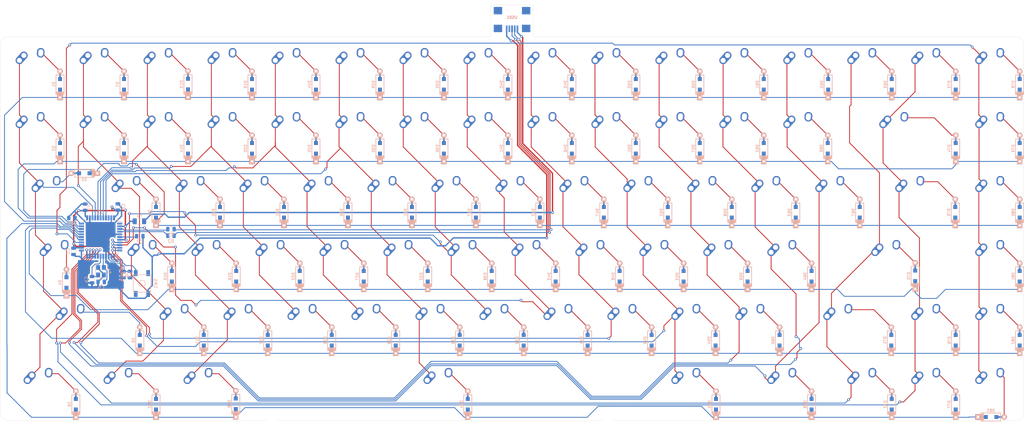
<source format=kicad_pcb>
(kicad_pcb (version 20171130) (host pcbnew "(5.1.4)-1")
  (layers (0 F.Cu signal) (31 B.Cu signal) (34 B.Paste user) (35 F.Paste user) (36 B.SilkS user) (37 F.SilkS user) (38 B.Mask user) (39 F.Mask user) (44 Edge.Cuts user))
  (net 0 "")
  (net 1 +5V)
  (net 2 "Net-(C4-Pad1)")
  (net 3 "Net-(C5-Pad2)")
  (net 4 "Net-(C7-Pad1)")
  (net 5 "Net-(D1-Pad2)")
  (net 6 row0)
  (net 7 "Net-(D2-Pad2)")
  (net 8 row1)
  (net 9 "Net-(D3-Pad2)")
  (net 10 row2)
  (net 11 "Net-(D4-Pad2)")
  (net 12 row3)
  (net 13 "Net-(D5-Pad2)")
  (net 14 row4)
  (net 15 "Net-(D6-Pad2)")
  (net 16 row5)
  (net 17 "Net-(D7-Pad2)")
  (net 18 "Net-(D8-Pad2)")
  (net 19 "Net-(D9-Pad2)")
  (net 20 "Net-(D10-Pad2)")
  (net 21 "Net-(D11-Pad2)")
  (net 22 "Net-(D12-Pad2)")
  (net 23 "Net-(D13-Pad2)")
  (net 24 "Net-(D14-Pad2)")
  (net 25 "Net-(D15-Pad2)")
  (net 26 "Net-(D16-Pad2)")
  (net 27 "Net-(D17-Pad2)")
  (net 28 "Net-(D18-Pad2)")
  (net 29 "Net-(D19-Pad2)")
  (net 30 "Net-(D20-Pad2)")
  (net 31 "Net-(D21-Pad2)")
  (net 32 "Net-(D22-Pad2)")
  (net 33 "Net-(D23-Pad2)")
  (net 34 "Net-(D24-Pad2)")
  (net 35 "Net-(D25-Pad2)")
  (net 36 "Net-(D26-Pad2)")
  (net 37 "Net-(D27-Pad2)")
  (net 38 "Net-(D28-Pad2)")
  (net 39 "Net-(D29-Pad2)")
  (net 40 "Net-(D30-Pad2)")
  (net 41 "Net-(D31-Pad2)")
  (net 42 "Net-(D32-Pad2)")
  (net 43 "Net-(D33-Pad2)")
  (net 44 "Net-(D34-Pad2)")
  (net 45 "Net-(D35-Pad2)")
  (net 46 "Net-(D36-Pad2)")
  (net 47 "Net-(D37-Pad2)")
  (net 48 "Net-(D38-Pad2)")
  (net 49 "Net-(D39-Pad2)")
  (net 50 "Net-(D40-Pad2)")
  (net 51 "Net-(D41-Pad2)")
  (net 52 "Net-(D42-Pad2)")
  (net 53 "Net-(D43-Pad2)")
  (net 54 "Net-(D44-Pad2)")
  (net 55 "Net-(D45-Pad2)")
  (net 56 "Net-(D46-Pad2)")
  (net 57 "Net-(D47-Pad2)")
  (net 58 "Net-(D48-Pad2)")
  (net 59 "Net-(D49-Pad2)")
  (net 60 "Net-(D50-Pad2)")
  (net 61 "Net-(D51-Pad2)")
  (net 62 "Net-(D52-Pad2)")
  (net 63 "Net-(D53-Pad2)")
  (net 64 "Net-(D54-Pad2)")
  (net 65 "Net-(D55-Pad2)")
  (net 66 "Net-(D56-Pad2)")
  (net 67 "Net-(D57-Pad2)")
  (net 68 "Net-(D58-Pad2)")
  (net 69 "Net-(D59-Pad2)")
  (net 70 "Net-(D60-Pad2)")
  (net 71 "Net-(D61-Pad2)")
  (net 72 "Net-(D62-Pad2)")
  (net 73 "Net-(D63-Pad2)")
  (net 74 "Net-(D64-Pad2)")
  (net 75 "Net-(D65-Pad2)")
  (net 76 "Net-(D66-Pad2)")
  (net 77 "Net-(D67-Pad2)")
  (net 78 "Net-(D68-Pad2)")
  (net 79 "Net-(D69-Pad2)")
  (net 80 "Net-(D70-Pad2)")
  (net 81 "Net-(D71-Pad2)")
  (net 82 "Net-(D72-Pad2)")
  (net 83 "Net-(D73-Pad2)")
  (net 84 "Net-(D74-Pad2)")
  (net 85 "Net-(D75-Pad2)")
  (net 86 "Net-(D76-Pad2)")
  (net 87 "Net-(D77-Pad2)")
  (net 88 "Net-(D78-Pad2)")
  (net 89 "Net-(D79-Pad2)")
  (net 90 "Net-(D80-Pad2)")
  (net 91 "Net-(D81-Pad2)")
  (net 92 "Net-(D82-Pad2)")
  (net 93 "Net-(D83-Pad2)")
  (net 94 VCC)
  (net 95 col0)
  (net 96 col1)
  (net 97 col2)
  (net 98 col3)
  (net 99 col4)
  (net 100 col5)
  (net 101 col6)
  (net 102 col7)
  (net 103 col8)
  (net 104 col9)
  (net 105 col10)
  (net 106 col11)
  (net 107 col12)
  (net 108 col13)
  (net 109 col14)
  (net 110 col15)
  (net 111 D-)
  (net 112 "Net-(R1-Pad1)")
  (net 113 D+)
  (net 114 "Net-(R2-Pad1)")
  (net 115 "Net-(R3-Pad2)")
  (net 116 "Net-(R4-Pad2)")
  (net 117 "Net-(U1-Pad42)")
  (net 118 "Net-(U1-Pad1)")
  (net 119 "Net-(USB1-Pad6)")
  (net 120 "Net-(USB1-Pad2)")
  (net 121 GND)
  (net 122 "Net-(U1-Pad12)")
  (net 123 "Net-(U1-Pad25)")
  (module MX_Alps_Hybrid:MX-2.25U-NoLED (layer F.Cu) (at 84.93125 162.71875)
    (fp_text reference MX5)
    (fp_text value MX-NoLED)
    (pad "" np_thru_hole circle (at 11.938 8.255) (size 3.9878 3.9878) (drill 3.9878) (layers *.Cu *.Mask))
    (pad "" np_thru_hole circle (at -11.938 8.255) (size 3.9878 3.9878) (drill 3.9878) (layers *.Cu *.Mask))
    (pad "" np_thru_hole circle (at 11.938 -6.985) (size 3.048 3.048) (drill 3.048) (layers *.Cu *.Mask))
    (pad "" np_thru_hole circle (at -11.938 -6.985) (size 3.048 3.048) (drill 3.048) (layers *.Cu *.Mask))
    (pad "" np_thru_hole circle (at 5.08 0 48.0996) (size 1.75 1.75) (drill 1.75) (layers *.Cu *.Mask))
    (pad "" np_thru_hole circle (at -5.08 0 48.0996) (size 1.75 1.75) (drill 1.75) (layers *.Cu *.Mask))
    (pad 1 thru_hole circle (at -2.5 -4) (size 2.25 2.25) (drill 1.47) (layers *.Cu B.Mask) (net 95 col0))
    (pad "" np_thru_hole circle (at 0 0) (size 3.9878 3.9878) (drill 3.9878) (layers *.Cu *.Mask))
    (pad 1 thru_hole oval (at -3.81 -2.54 48.0996) (size 4.211556 2.25) (drill 1.47 (offset 0.980778 0)) (layers *.Cu B.Mask) (net 95 col0))
    (pad 2 thru_hole circle (at 2.54 -5.08) (size 2.25 2.25) (drill 1.47) (layers *.Cu B.Mask) (net 13 "Net-(D5-Pad2)"))
    (pad 2 thru_hole oval (at 2.5 -4.5 86.0548) (size 2.831378 2.25) (drill 1.47 (offset 0.290689 0)) (layers *.Cu B.Mask) (net 13 "Net-(D5-Pad2)"))
  )
  (module MX_Alps_Hybrid:MX-1U-NoLED (layer F.Cu) (at 101.6 124.61875)
    (fp_text reference MX9)
    (fp_text value MX-NoLED)
    (pad "" np_thru_hole circle (at 5.08 0 48.0996) (size 1.75 1.75) (drill 1.75) (layers *.Cu *.Mask))
    (pad "" np_thru_hole circle (at -5.08 0 48.0996) (size 1.75 1.75) (drill 1.75) (layers *.Cu *.Mask))
    (pad 1 thru_hole circle (at -2.5 -4) (size 2.25 2.25) (drill 1.47) (layers *.Cu B.Mask) (net 96 col1))
    (pad "" np_thru_hole circle (at 0 0) (size 3.9878 3.9878) (drill 3.9878) (layers *.Cu *.Mask))
    (pad 1 thru_hole oval (at -3.81 -2.54 48.0996) (size 4.211556 2.25) (drill 1.47 (offset 0.980778 0)) (layers *.Cu B.Mask) (net 96 col1))
    (pad 2 thru_hole circle (at 2.54 -5.08) (size 2.25 2.25) (drill 1.47) (layers *.Cu B.Mask) (net 19 "Net-(D9-Pad2)"))
    (pad 2 thru_hole oval (at 2.5 -4.5 86.0548) (size 2.831378 2.25) (drill 1.47 (offset 0.290689 0)) (layers *.Cu B.Mask) (net 19 "Net-(D9-Pad2)"))
  )
  (module MX_Alps_Hybrid:MX-1.5U-NoLED (layer F.Cu) (at 77.7875 124.61875)
    (fp_text reference MX3)
    (fp_text value MX-NoLED)
    (pad "" np_thru_hole circle (at 5.08 0 48.0996) (size 1.75 1.75) (drill 1.75) (layers *.Cu *.Mask))
    (pad "" np_thru_hole circle (at -5.08 0 48.0996) (size 1.75 1.75) (drill 1.75) (layers *.Cu *.Mask))
    (pad 1 thru_hole circle (at -2.5 -4) (size 2.25 2.25) (drill 1.47) (layers *.Cu B.Mask) (net 95 col0))
    (pad "" np_thru_hole circle (at 0 0) (size 3.9878 3.9878) (drill 3.9878) (layers *.Cu *.Mask))
    (pad 1 thru_hole oval (at -3.81 -2.54 48.0996) (size 4.211556 2.25) (drill 1.47 (offset 0.980778 0)) (layers *.Cu B.Mask) (net 95 col0))
    (pad 2 thru_hole circle (at 2.54 -5.08) (size 2.25 2.25) (drill 1.47) (layers *.Cu B.Mask) (net 9 "Net-(D3-Pad2)"))
    (pad 2 thru_hole oval (at 2.5 -4.5 86.0548) (size 2.831378 2.25) (drill 1.47 (offset 0.290689 0)) (layers *.Cu B.Mask) (net 9 "Net-(D3-Pad2)"))
  )
  (module keyboard_parts:USB_miniB (layer B.Cu) (at 215.9 71.8185)
    (fp_text reference USB1 (at 0 -0.635) (layer B.SilkS) (effects (font (size 0.8128 0.8128) (thickness 0.2032)) (justify mirror)))
    (fp_text value Molex-0548190589 hide)
    (pad 9 smd rect (at 4.2037 -2.64668) (size 2.49936 2.19964) (layers B.Cu B.Paste B.Mask))
    (pad 8 smd rect (at -4.19862 -2.64668) (size 2.49936 2.19964) (layers B.Cu B.Paste B.Mask))
    (pad 7 smd rect (at 4.20116 2.65176) (size 2.49936 2.19964) (layers B.Cu B.Paste B.Mask))
    (pad 6 smd rect (at -4.19862 2.65176) (size 2.49936 2.19964) (layers B.Cu B.Paste B.Mask) (net 119 "Net-(USB1-Pad6)"))
    (pad 5 smd rect (at 1.60274 2.75082) (size 0.50038 1.99898) (layers B.Cu B.Paste B.Mask) (net 94 VCC))
    (pad 4 smd rect (at 0.80264 2.75082) (size 0.50038 1.99898) (layers B.Cu B.Paste B.Mask) (net 111 D-))
    (pad 3 smd rect (at 0.00254 2.75082) (size 0.50038 1.99898) (layers B.Cu B.Paste B.Mask) (net 113 D+))
    (pad 2 smd rect (at -0.79756 2.75082) (size 0.50038 1.99898) (layers B.Cu B.Paste B.Mask) (net 120 "Net-(USB1-Pad2)"))
    (pad 1 smd rect (at -1.59766 2.75082) (size 0.50038 1.99898) (layers B.Cu B.Paste B.Mask) (net 121 GND))
  )
  (module Package_QFP:TQFP-44_10x10mm_P0.8mm (layer B.Cu) (at 93.37675 136.5885 180)
    (fp_text reference U1 (at 0 7.45) (layer B.SilkS) (effects (justify mirror)))
    (fp_text value ATmega32U4-AU)
    (pad 1 smd rect (at -5.7 4 180) (size 1.5 0.55) (layers B.Cu B.Paste B.Mask) (net 118 "Net-(U1-Pad1)"))
    (pad 2 smd rect (at -5.7 3.2 180) (size 1.5 0.55) (layers B.Cu B.Paste B.Mask) (net 1 +5V))
    (pad 3 smd rect (at -5.7 2.4 180) (size 1.5 0.55) (layers B.Cu B.Paste B.Mask) (net 112 "Net-(R1-Pad1)"))
    (pad 4 smd rect (at -5.7 1.6 180) (size 1.5 0.55) (layers B.Cu B.Paste B.Mask) (net 114 "Net-(R2-Pad1)"))
    (pad 5 smd rect (at -5.7 0.8 180) (size 1.5 0.55) (layers B.Cu B.Paste B.Mask) (net 121 GND))
    (pad 6 smd rect (at -5.7 0 180) (size 1.5 0.55) (layers B.Cu B.Paste B.Mask) (net 4 "Net-(C7-Pad1)"))
    (pad 7 smd rect (at -5.7 -0.8 180) (size 1.5 0.55) (layers B.Cu B.Paste B.Mask) (net 1 +5V))
    (pad 8 smd rect (at -5.7 -1.6 180) (size 1.5 0.55) (layers B.Cu B.Paste B.Mask) (net 101 col6))
    (pad 9 smd rect (at -5.7 -2.4 180) (size 1.5 0.55) (layers B.Cu B.Paste B.Mask) (net 102 col7))
    (pad 10 smd rect (at -5.7 -3.2 180) (size 1.5 0.55) (layers B.Cu B.Paste B.Mask) (net 103 col8))
    (pad 11 smd rect (at -5.7 -4 180) (size 1.5 0.55) (layers B.Cu B.Paste B.Mask) (net 104 col9))
    (pad 12 smd rect (at -4 -5.7 90) (size 1.5 0.55) (layers B.Cu B.Paste B.Mask) (net 122 "Net-(U1-Pad12)"))
    (pad 13 smd rect (at -3.2 -5.7 90) (size 1.5 0.55) (layers B.Cu B.Paste B.Mask) (net 115 "Net-(R3-Pad2)"))
    (pad 14 smd rect (at -2.4 -5.7 90) (size 1.5 0.55) (layers B.Cu B.Paste B.Mask) (net 1 +5V))
    (pad 15 smd rect (at -1.6 -5.7 90) (size 1.5 0.55) (layers B.Cu B.Paste B.Mask) (net 121 GND))
    (pad 16 smd rect (at -0.8 -5.7 90) (size 1.5 0.55) (layers B.Cu B.Paste B.Mask) (net 3 "Net-(C5-Pad2)"))
    (pad 17 smd rect (at 0 -5.7 90) (size 1.5 0.55) (layers B.Cu B.Paste B.Mask) (net 2 "Net-(C4-Pad1)"))
    (pad 18 smd rect (at 0.8 -5.7 90) (size 1.5 0.55) (layers B.Cu B.Paste B.Mask) (net 105 col10))
    (pad 19 smd rect (at 1.6 -5.7 90) (size 1.5 0.55) (layers B.Cu B.Paste B.Mask) (net 106 col11))
    (pad 20 smd rect (at 2.4 -5.7 90) (size 1.5 0.55) (layers B.Cu B.Paste B.Mask) (net 107 col12))
    (pad 21 smd rect (at 3.2 -5.7 90) (size 1.5 0.55) (layers B.Cu B.Paste B.Mask) (net 108 col13))
    (pad 22 smd rect (at 4 -5.7 90) (size 1.5 0.55) (layers B.Cu B.Paste B.Mask) (net 109 col14))
    (pad 23 smd rect (at 5.7 -4 180) (size 1.5 0.55) (layers B.Cu B.Paste B.Mask) (net 121 GND))
    (pad 24 smd rect (at 5.7 -3.2 180) (size 1.5 0.55) (layers B.Cu B.Paste B.Mask) (net 1 +5V))
    (pad 25 smd rect (at 5.7 -2.4 180) (size 1.5 0.55) (layers B.Cu B.Paste B.Mask) (net 123 "Net-(U1-Pad25)"))
    (pad 26 smd rect (at 5.7 -1.6 180) (size 1.5 0.55) (layers B.Cu B.Paste B.Mask) (net 110 col15))
    (pad 27 smd rect (at 5.7 -0.8 180) (size 1.5 0.55) (layers B.Cu B.Paste B.Mask) (net 12 row3))
    (pad 28 smd rect (at 5.7 0 180) (size 1.5 0.55) (layers B.Cu B.Paste B.Mask) (net 14 row4))
    (pad 29 smd rect (at 5.7 0.8 180) (size 1.5 0.55) (layers B.Cu B.Paste B.Mask) (net 16 row5))
    (pad 30 smd rect (at 5.7 1.6 180) (size 1.5 0.55) (layers B.Cu B.Paste B.Mask) (net 6 row0))
    (pad 31 smd rect (at 5.7 2.4 180) (size 1.5 0.55) (layers B.Cu B.Paste B.Mask) (net 8 row1))
    (pad 32 smd rect (at 5.7 3.2 180) (size 1.5 0.55) (layers B.Cu B.Paste B.Mask) (net 10 row2))
    (pad 33 smd rect (at 5.7 4 180) (size 1.5 0.55) (layers B.Cu B.Paste B.Mask) (net 116 "Net-(R4-Pad2)"))
    (pad 34 smd rect (at 4 5.7 90) (size 1.5 0.55) (layers B.Cu B.Paste B.Mask) (net 1 +5V))
    (pad 35 smd rect (at 3.2 5.7 90) (size 1.5 0.55) (layers B.Cu B.Paste B.Mask) (net 121 GND))
    (pad 36 smd rect (at 2.4 5.7 90) (size 1.5 0.55) (layers B.Cu B.Paste B.Mask) (net 95 col0))
    (pad 37 smd rect (at 1.6 5.7 90) (size 1.5 0.55) (layers B.Cu B.Paste B.Mask) (net 96 col1))
    (pad 38 smd rect (at 0.8 5.7 90) (size 1.5 0.55) (layers B.Cu B.Paste B.Mask) (net 97 col2))
    (pad 39 smd rect (at 0 5.7 90) (size 1.5 0.55) (layers B.Cu B.Paste B.Mask) (net 98 col3))
    (pad 40 smd rect (at -0.8 5.7 90) (size 1.5 0.55) (layers B.Cu B.Paste B.Mask) (net 99 col4))
    (pad 41 smd rect (at -1.6 5.7 90) (size 1.5 0.55) (layers B.Cu B.Paste B.Mask) (net 100 col5))
    (pad 42 smd rect (at -2.4 5.7 90) (size 1.5 0.55) (layers B.Cu B.Paste B.Mask) (net 117 "Net-(U1-Pad42)"))
    (pad 43 smd rect (at -3.2 5.7 90) (size 1.5 0.55) (layers B.Cu B.Paste B.Mask) (net 121 GND))
    (pad 44 smd rect (at -4 5.7 90) (size 1.5 0.55) (layers B.Cu B.Paste B.Mask) (net 1 +5V))
  )
  (module MX_Alps_Hybrid:MX-1U-NoLED (layer F.Cu) (at 358.775 86.51875)
    (fp_text reference MX78)
    (fp_text value MX-NoLED)
    (pad "" np_thru_hole circle (at 5.08 0 48.0996) (size 1.75 1.75) (drill 1.75) (layers *.Cu *.Mask))
    (pad "" np_thru_hole circle (at -5.08 0 48.0996) (size 1.75 1.75) (drill 1.75) (layers *.Cu *.Mask))
    (pad 1 thru_hole circle (at -2.5 -4) (size 2.25 2.25) (drill 1.47) (layers *.Cu B.Mask) (net 110 col15))
    (pad "" np_thru_hole circle (at 0 0) (size 3.9878 3.9878) (drill 3.9878) (layers *.Cu *.Mask))
    (pad 1 thru_hole oval (at -3.81 -2.54 48.0996) (size 4.211556 2.25) (drill 1.47 (offset 0.980778 0)) (layers *.Cu B.Mask) (net 110 col15))
    (pad 2 thru_hole circle (at 2.54 -5.08) (size 2.25 2.25) (drill 1.47) (layers *.Cu B.Mask) (net 88 "Net-(D78-Pad2)"))
    (pad 2 thru_hole oval (at 2.5 -4.5 86.0548) (size 2.831378 2.25) (drill 1.47 (offset 0.290689 0)) (layers *.Cu B.Mask) (net 88 "Net-(D78-Pad2)"))
  )
  (module MX_Alps_Hybrid:MX-1U-NoLED (layer F.Cu) (at 358.775 181.76875)
    (fp_text reference MX83)
    (fp_text value MX-NoLED)
    (pad "" np_thru_hole circle (at 5.08 0 48.0996) (size 1.75 1.75) (drill 1.75) (layers *.Cu *.Mask))
    (pad "" np_thru_hole circle (at -5.08 0 48.0996) (size 1.75 1.75) (drill 1.75) (layers *.Cu *.Mask))
    (pad 1 thru_hole circle (at -2.5 -4) (size 2.25 2.25) (drill 1.47) (layers *.Cu B.Mask) (net 110 col15))
    (pad "" np_thru_hole circle (at 0 0) (size 3.9878 3.9878) (drill 3.9878) (layers *.Cu *.Mask))
    (pad 1 thru_hole oval (at -3.81 -2.54 48.0996) (size 4.211556 2.25) (drill 1.47 (offset 0.980778 0)) (layers *.Cu B.Mask) (net 110 col15))
    (pad 2 thru_hole circle (at 2.54 -5.08) (size 2.25 2.25) (drill 1.47) (layers *.Cu B.Mask) (net 93 "Net-(D83-Pad2)"))
    (pad 2 thru_hole oval (at 2.5 -4.5 86.0548) (size 2.831378 2.25) (drill 1.47 (offset 0.290689 0)) (layers *.Cu B.Mask) (net 93 "Net-(D83-Pad2)"))
  )
  (module MX_Alps_Hybrid:MX-1U-NoLED (layer F.Cu) (at 106.3625 143.66875)
    (fp_text reference MX10)
    (fp_text value MX-NoLED)
    (pad "" np_thru_hole circle (at 5.08 0 48.0996) (size 1.75 1.75) (drill 1.75) (layers *.Cu *.Mask))
    (pad "" np_thru_hole circle (at -5.08 0 48.0996) (size 1.75 1.75) (drill 1.75) (layers *.Cu *.Mask))
    (pad 1 thru_hole circle (at -2.5 -4) (size 2.25 2.25) (drill 1.47) (layers *.Cu B.Mask) (net 96 col1))
    (pad "" np_thru_hole circle (at 0 0) (size 3.9878 3.9878) (drill 3.9878) (layers *.Cu *.Mask))
    (pad 1 thru_hole oval (at -3.81 -2.54 48.0996) (size 4.211556 2.25) (drill 1.47 (offset 0.980778 0)) (layers *.Cu B.Mask) (net 96 col1))
    (pad 2 thru_hole circle (at 2.54 -5.08) (size 2.25 2.25) (drill 1.47) (layers *.Cu B.Mask) (net 20 "Net-(D10-Pad2)"))
    (pad 2 thru_hole oval (at 2.5 -4.5 86.0548) (size 2.831378 2.25) (drill 1.47 (offset 0.290689 0)) (layers *.Cu B.Mask) (net 20 "Net-(D10-Pad2)"))
  )
  (module Crystal:Crystal_SMD_3225-4Pin_3.2x2.5mm (layer B.Cu) (at 93.50375 146.7485 90)
    (fp_text reference Y1 (at 0 2.45 90) (layer B.SilkS) (effects (justify mirror)))
    (fp_text value 16MHz)
    (pad 4 smd rect (at -1.1 0.85 90) (size 1.4 1.2) (layers B.Cu B.Paste B.Mask) (net 121 GND))
    (pad 3 smd rect (at 1.1 0.85 90) (size 1.4 1.2) (layers B.Cu B.Paste B.Mask) (net 3 "Net-(C5-Pad2)"))
    (pad 2 smd rect (at 1.1 -0.85 90) (size 1.4 1.2) (layers B.Cu B.Paste B.Mask) (net 121 GND))
    (pad 1 smd rect (at -1.1 -0.85 90) (size 1.4 1.2) (layers B.Cu B.Paste B.Mask) (net 2 "Net-(C4-Pad1)"))
  )
  (module random-keyboard-parts:SKQG-1155865 (layer B.Cu) (at 105.69575 150.4315 270)
    (fp_text reference SW1 (at 0 -4.064 90) (layer B.SilkS) (effects (justify mirror)))
    (fp_text value SW_PUSH)
    (pad 1 smd rect (at 3.1 -1.85 270) (size 1.8 1.1) (layers B.Cu B.Paste B.Mask) (net 121 GND))
    (pad 2 smd rect (at -3.1 1.85 270) (size 1.8 1.1) (layers B.Cu B.Paste B.Mask) (net 115 "Net-(R3-Pad2)"))
    (pad 3 smd rect (at 3.1 1.85 270) (size 1.8 1.1) (layers B.Cu B.Paste B.Mask))
    (pad 4 smd rect (at -3.1 -1.85 270) (size 1.8 1.1) (layers B.Cu B.Paste B.Mask))
  )
  (module Resistor_SMD:R_0805_2012Metric (layer B.Cu) (at 84.836 130.937)
    (fp_text reference R4 (at 0 1.65) (layer B.SilkS) (effects (justify mirror)))
    (fp_text value 10k)
    (pad 2 smd roundrect (at 0.9375 0) (size 0.975 1.4) (layers B.Cu B.Paste B.Mask) (net 116 "Net-(R4-Pad2)"))
    (pad 1 smd roundrect (at -0.9375 0) (size 0.975 1.4) (layers B.Cu B.Paste B.Mask) (net 121 GND))
  )
  (module Resistor_SMD:R_0805_2012Metric (layer B.Cu) (at 102.13975 147.7645 270)
    (fp_text reference R3 (at 0 1.65 90) (layer B.SilkS) (effects (justify mirror)))
    (fp_text value 10k)
    (pad 2 smd roundrect (at 0.9375 0 270) (size 0.975 1.4) (layers B.Cu B.Paste B.Mask) (net 115 "Net-(R3-Pad2)"))
    (pad 1 smd roundrect (at -0.9375 0 270) (size 0.975 1.4) (layers B.Cu B.Paste B.Mask) (net 1 +5V))
  )
  (module Resistor_SMD:R_0805_2012Metric (layer B.Cu) (at 114.33175 136.2075)
    (fp_text reference R2 (at 0 1.65) (layer B.SilkS) (effects (justify mirror)))
    (fp_text value 22)
    (pad 2 smd roundrect (at 0.9375 0) (size 0.975 1.4) (layers B.Cu B.Paste B.Mask) (net 113 D+))
    (pad 1 smd roundrect (at -0.9375 0) (size 0.975 1.4) (layers B.Cu B.Paste B.Mask) (net 114 "Net-(R2-Pad1)"))
  )
  (module Resistor_SMD:R_0805_2012Metric (layer B.Cu) (at 114.33175 134.239)
    (fp_text reference R1 (at 0 1.65) (layer B.SilkS) (effects (justify mirror)))
    (fp_text value 22)
    (pad 2 smd roundrect (at 0.9375 0) (size 0.975 1.4) (layers B.Cu B.Paste B.Mask) (net 111 D-))
    (pad 1 smd roundrect (at -0.9375 0) (size 0.975 1.4) (layers B.Cu B.Paste B.Mask) (net 112 "Net-(R1-Pad1)"))
  )
  (module MX_Alps_Hybrid:MX-1U-NoLED (layer F.Cu) (at 358.775 162.71875)
    (fp_text reference MX82)
    (fp_text value MX-NoLED)
    (pad "" np_thru_hole circle (at 5.08 0 48.0996) (size 1.75 1.75) (drill 1.75) (layers *.Cu *.Mask))
    (pad "" np_thru_hole circle (at -5.08 0 48.0996) (size 1.75 1.75) (drill 1.75) (layers *.Cu *.Mask))
    (pad 1 thru_hole circle (at -2.5 -4) (size 2.25 2.25) (drill 1.47) (layers *.Cu B.Mask) (net 110 col15))
    (pad "" np_thru_hole circle (at 0 0) (size 3.9878 3.9878) (drill 3.9878) (layers *.Cu *.Mask))
    (pad 1 thru_hole oval (at -3.81 -2.54 48.0996) (size 4.211556 2.25) (drill 1.47 (offset 0.980778 0)) (layers *.Cu B.Mask) (net 110 col15))
    (pad 2 thru_hole circle (at 2.54 -5.08) (size 2.25 2.25) (drill 1.47) (layers *.Cu B.Mask) (net 92 "Net-(D82-Pad2)"))
    (pad 2 thru_hole oval (at 2.5 -4.5 86.0548) (size 2.831378 2.25) (drill 1.47 (offset 0.290689 0)) (layers *.Cu B.Mask) (net 92 "Net-(D82-Pad2)"))
  )
  (module MX_Alps_Hybrid:MX-1U-NoLED (layer F.Cu) (at 358.775 143.66875)
    (fp_text reference MX81)
    (fp_text value MX-NoLED)
    (pad "" np_thru_hole circle (at 5.08 0 48.0996) (size 1.75 1.75) (drill 1.75) (layers *.Cu *.Mask))
    (pad "" np_thru_hole circle (at -5.08 0 48.0996) (size 1.75 1.75) (drill 1.75) (layers *.Cu *.Mask))
    (pad 1 thru_hole circle (at -2.5 -4) (size 2.25 2.25) (drill 1.47) (layers *.Cu B.Mask) (net 110 col15))
    (pad "" np_thru_hole circle (at 0 0) (size 3.9878 3.9878) (drill 3.9878) (layers *.Cu *.Mask))
    (pad 1 thru_hole oval (at -3.81 -2.54 48.0996) (size 4.211556 2.25) (drill 1.47 (offset 0.980778 0)) (layers *.Cu B.Mask) (net 110 col15))
    (pad 2 thru_hole circle (at 2.54 -5.08) (size 2.25 2.25) (drill 1.47) (layers *.Cu B.Mask) (net 91 "Net-(D81-Pad2)"))
    (pad 2 thru_hole oval (at 2.5 -4.5 86.0548) (size 2.831378 2.25) (drill 1.47 (offset 0.290689 0)) (layers *.Cu B.Mask) (net 91 "Net-(D81-Pad2)"))
  )
  (module MX_Alps_Hybrid:MX-1U-NoLED (layer F.Cu) (at 358.775 124.61875)
    (fp_text reference MX80)
    (fp_text value MX-NoLED)
    (pad "" np_thru_hole circle (at 5.08 0 48.0996) (size 1.75 1.75) (drill 1.75) (layers *.Cu *.Mask))
    (pad "" np_thru_hole circle (at -5.08 0 48.0996) (size 1.75 1.75) (drill 1.75) (layers *.Cu *.Mask))
    (pad 1 thru_hole circle (at -2.5 -4) (size 2.25 2.25) (drill 1.47) (layers *.Cu B.Mask) (net 110 col15))
    (pad "" np_thru_hole circle (at 0 0) (size 3.9878 3.9878) (drill 3.9878) (layers *.Cu *.Mask))
    (pad 1 thru_hole oval (at -3.81 -2.54 48.0996) (size 4.211556 2.25) (drill 1.47 (offset 0.980778 0)) (layers *.Cu B.Mask) (net 110 col15))
    (pad 2 thru_hole circle (at 2.54 -5.08) (size 2.25 2.25) (drill 1.47) (layers *.Cu B.Mask) (net 90 "Net-(D80-Pad2)"))
    (pad 2 thru_hole oval (at 2.5 -4.5 86.0548) (size 2.831378 2.25) (drill 1.47 (offset 0.290689 0)) (layers *.Cu B.Mask) (net 90 "Net-(D80-Pad2)"))
  )
  (module MX_Alps_Hybrid:MX-1U-NoLED (layer F.Cu) (at 358.775 105.56875)
    (fp_text reference MX79)
    (fp_text value MX-NoLED)
    (pad "" np_thru_hole circle (at 5.08 0 48.0996) (size 1.75 1.75) (drill 1.75) (layers *.Cu *.Mask))
    (pad "" np_thru_hole circle (at -5.08 0 48.0996) (size 1.75 1.75) (drill 1.75) (layers *.Cu *.Mask))
    (pad 1 thru_hole circle (at -2.5 -4) (size 2.25 2.25) (drill 1.47) (layers *.Cu B.Mask) (net 110 col15))
    (pad "" np_thru_hole circle (at 0 0) (size 3.9878 3.9878) (drill 3.9878) (layers *.Cu *.Mask))
    (pad 1 thru_hole oval (at -3.81 -2.54 48.0996) (size 4.211556 2.25) (drill 1.47 (offset 0.980778 0)) (layers *.Cu B.Mask) (net 110 col15))
    (pad 2 thru_hole circle (at 2.54 -5.08) (size 2.25 2.25) (drill 1.47) (layers *.Cu B.Mask) (net 89 "Net-(D79-Pad2)"))
    (pad 2 thru_hole oval (at 2.5 -4.5 86.0548) (size 2.831378 2.25) (drill 1.47 (offset 0.290689 0)) (layers *.Cu B.Mask) (net 89 "Net-(D79-Pad2)"))
  )
  (module MX_Alps_Hybrid:MX-1U-NoLED (layer F.Cu) (at 339.725 181.76875)
    (fp_text reference MX77)
    (fp_text value MX-NoLED)
    (pad "" np_thru_hole circle (at 5.08 0 48.0996) (size 1.75 1.75) (drill 1.75) (layers *.Cu *.Mask))
    (pad "" np_thru_hole circle (at -5.08 0 48.0996) (size 1.75 1.75) (drill 1.75) (layers *.Cu *.Mask))
    (pad 1 thru_hole circle (at -2.5 -4) (size 2.25 2.25) (drill 1.47) (layers *.Cu B.Mask) (net 109 col14))
    (pad "" np_thru_hole circle (at 0 0) (size 3.9878 3.9878) (drill 3.9878) (layers *.Cu *.Mask))
    (pad 1 thru_hole oval (at -3.81 -2.54 48.0996) (size 4.211556 2.25) (drill 1.47 (offset 0.980778 0)) (layers *.Cu B.Mask) (net 109 col14))
    (pad 2 thru_hole circle (at 2.54 -5.08) (size 2.25 2.25) (drill 1.47) (layers *.Cu B.Mask) (net 87 "Net-(D77-Pad2)"))
    (pad 2 thru_hole oval (at 2.5 -4.5 86.0548) (size 2.831378 2.25) (drill 1.47 (offset 0.290689 0)) (layers *.Cu B.Mask) (net 87 "Net-(D77-Pad2)"))
  )
  (module MX_Alps_Hybrid:MX-1U-NoLED (layer F.Cu) (at 339.725 162.71875)
    (fp_text reference MX76)
    (fp_text value MX-NoLED)
    (pad "" np_thru_hole circle (at 5.08 0 48.0996) (size 1.75 1.75) (drill 1.75) (layers *.Cu *.Mask))
    (pad "" np_thru_hole circle (at -5.08 0 48.0996) (size 1.75 1.75) (drill 1.75) (layers *.Cu *.Mask))
    (pad 1 thru_hole circle (at -2.5 -4) (size 2.25 2.25) (drill 1.47) (layers *.Cu B.Mask) (net 109 col14))
    (pad "" np_thru_hole circle (at 0 0) (size 3.9878 3.9878) (drill 3.9878) (layers *.Cu *.Mask))
    (pad 1 thru_hole oval (at -3.81 -2.54 48.0996) (size 4.211556 2.25) (drill 1.47 (offset 0.980778 0)) (layers *.Cu B.Mask) (net 109 col14))
    (pad 2 thru_hole circle (at 2.54 -5.08) (size 2.25 2.25) (drill 1.47) (layers *.Cu B.Mask) (net 86 "Net-(D76-Pad2)"))
    (pad 2 thru_hole oval (at 2.5 -4.5 86.0548) (size 2.831378 2.25) (drill 1.47 (offset 0.290689 0)) (layers *.Cu B.Mask) (net 86 "Net-(D76-Pad2)"))
  )
  (module MX_Alps_Hybrid:MX-1.5U-NoLED (layer F.Cu) (at 334.9625 124.61875)
    (fp_text reference MX75)
    (fp_text value MX-NoLED)
    (pad "" np_thru_hole circle (at 5.08 0 48.0996) (size 1.75 1.75) (drill 1.75) (layers *.Cu *.Mask))
    (pad "" np_thru_hole circle (at -5.08 0 48.0996) (size 1.75 1.75) (drill 1.75) (layers *.Cu *.Mask))
    (pad 1 thru_hole circle (at -2.5 -4) (size 2.25 2.25) (drill 1.47) (layers *.Cu B.Mask) (net 109 col14))
    (pad "" np_thru_hole circle (at 0 0) (size 3.9878 3.9878) (drill 3.9878) (layers *.Cu *.Mask))
    (pad 1 thru_hole oval (at -3.81 -2.54 48.0996) (size 4.211556 2.25) (drill 1.47 (offset 0.980778 0)) (layers *.Cu B.Mask) (net 109 col14))
    (pad 2 thru_hole circle (at 2.54 -5.08) (size 2.25 2.25) (drill 1.47) (layers *.Cu B.Mask) (net 85 "Net-(D75-Pad2)"))
    (pad 2 thru_hole oval (at 2.5 -4.5 86.0548) (size 2.831378 2.25) (drill 1.47 (offset 0.290689 0)) (layers *.Cu B.Mask) (net 85 "Net-(D75-Pad2)"))
  )
  (module MX_Alps_Hybrid:MX-2U-NoLED (layer F.Cu) (at 330.2 105.56875)
    (fp_text reference MX74)
    (fp_text value MX-NoLED)
    (pad "" np_thru_hole circle (at 11.938 8.255) (size 3.9878 3.9878) (drill 3.9878) (layers *.Cu *.Mask))
    (pad "" np_thru_hole circle (at -11.938 8.255) (size 3.9878 3.9878) (drill 3.9878) (layers *.Cu *.Mask))
    (pad "" np_thru_hole circle (at 11.938 -6.985) (size 3.048 3.048) (drill 3.048) (layers *.Cu *.Mask))
    (pad "" np_thru_hole circle (at -11.938 -6.985) (size 3.048 3.048) (drill 3.048) (layers *.Cu *.Mask))
    (pad "" np_thru_hole circle (at 5.08 0 48.0996) (size 1.75 1.75) (drill 1.75) (layers *.Cu *.Mask))
    (pad "" np_thru_hole circle (at -5.08 0 48.0996) (size 1.75 1.75) (drill 1.75) (layers *.Cu *.Mask))
    (pad 1 thru_hole circle (at -2.5 -4) (size 2.25 2.25) (drill 1.47) (layers *.Cu B.Mask) (net 109 col14))
    (pad "" np_thru_hole circle (at 0 0) (size 3.9878 3.9878) (drill 3.9878) (layers *.Cu *.Mask))
    (pad 1 thru_hole oval (at -3.81 -2.54 48.0996) (size 4.211556 2.25) (drill 1.47 (offset 0.980778 0)) (layers *.Cu B.Mask) (net 109 col14))
    (pad 2 thru_hole circle (at 2.54 -5.08) (size 2.25 2.25) (drill 1.47) (layers *.Cu B.Mask) (net 84 "Net-(D74-Pad2)"))
    (pad 2 thru_hole oval (at 2.5 -4.5 86.0548) (size 2.831378 2.25) (drill 1.47 (offset 0.290689 0)) (layers *.Cu B.Mask) (net 84 "Net-(D74-Pad2)"))
  )
  (module MX_Alps_Hybrid:MX-1U-NoLED (layer F.Cu) (at 339.725 86.51875)
    (fp_text reference MX73)
    (fp_text value MX-NoLED)
    (pad "" np_thru_hole circle (at 5.08 0 48.0996) (size 1.75 1.75) (drill 1.75) (layers *.Cu *.Mask))
    (pad "" np_thru_hole circle (at -5.08 0 48.0996) (size 1.75 1.75) (drill 1.75) (layers *.Cu *.Mask))
    (pad 1 thru_hole circle (at -2.5 -4) (size 2.25 2.25) (drill 1.47) (layers *.Cu B.Mask) (net 109 col14))
    (pad "" np_thru_hole circle (at 0 0) (size 3.9878 3.9878) (drill 3.9878) (layers *.Cu *.Mask))
    (pad 1 thru_hole oval (at -3.81 -2.54 48.0996) (size 4.211556 2.25) (drill 1.47 (offset 0.980778 0)) (layers *.Cu B.Mask) (net 109 col14))
    (pad 2 thru_hole circle (at 2.54 -5.08) (size 2.25 2.25) (drill 1.47) (layers *.Cu B.Mask) (net 83 "Net-(D73-Pad2)"))
    (pad 2 thru_hole oval (at 2.5 -4.5 86.0548) (size 2.831378 2.25) (drill 1.47 (offset 0.290689 0)) (layers *.Cu B.Mask) (net 83 "Net-(D73-Pad2)"))
  )
  (module MX_Alps_Hybrid:MX-1U-NoLED (layer F.Cu) (at 320.675 181.76875)
    (fp_text reference MX72)
    (fp_text value MX-NoLED)
    (pad "" np_thru_hole circle (at 5.08 0 48.0996) (size 1.75 1.75) (drill 1.75) (layers *.Cu *.Mask))
    (pad "" np_thru_hole circle (at -5.08 0 48.0996) (size 1.75 1.75) (drill 1.75) (layers *.Cu *.Mask))
    (pad 1 thru_hole circle (at -2.5 -4) (size 2.25 2.25) (drill 1.47) (layers *.Cu B.Mask) (net 108 col13))
    (pad "" np_thru_hole circle (at 0 0) (size 3.9878 3.9878) (drill 3.9878) (layers *.Cu *.Mask))
    (pad 1 thru_hole oval (at -3.81 -2.54 48.0996) (size 4.211556 2.25) (drill 1.47 (offset 0.980778 0)) (layers *.Cu B.Mask) (net 108 col13))
    (pad 2 thru_hole circle (at 2.54 -5.08) (size 2.25 2.25) (drill 1.47) (layers *.Cu B.Mask) (net 82 "Net-(D72-Pad2)"))
    (pad 2 thru_hole oval (at 2.5 -4.5 86.0548) (size 2.831378 2.25) (drill 1.47 (offset 0.290689 0)) (layers *.Cu B.Mask) (net 82 "Net-(D72-Pad2)"))
  )
  (module MX_Alps_Hybrid:MX-1.75U-NoLED (layer F.Cu) (at 313.53125 162.71875)
    (fp_text reference MX71)
    (fp_text value MX-NoLED)
    (pad "" np_thru_hole circle (at 5.08 0 48.0996) (size 1.75 1.75) (drill 1.75) (layers *.Cu *.Mask))
    (pad "" np_thru_hole circle (at -5.08 0 48.0996) (size 1.75 1.75) (drill 1.75) (layers *.Cu *.Mask))
    (pad 1 thru_hole circle (at -2.5 -4) (size 2.25 2.25) (drill 1.47) (layers *.Cu B.Mask) (net 108 col13))
    (pad "" np_thru_hole circle (at 0 0) (size 3.9878 3.9878) (drill 3.9878) (layers *.Cu *.Mask))
    (pad 1 thru_hole oval (at -3.81 -2.54 48.0996) (size 4.211556 2.25) (drill 1.47 (offset 0.980778 0)) (layers *.Cu B.Mask) (net 108 col13))
    (pad 2 thru_hole circle (at 2.54 -5.08) (size 2.25 2.25) (drill 1.47) (layers *.Cu B.Mask) (net 81 "Net-(D71-Pad2)"))
    (pad 2 thru_hole oval (at 2.5 -4.5 86.0548) (size 2.831378 2.25) (drill 1.47 (offset 0.290689 0)) (layers *.Cu B.Mask) (net 81 "Net-(D71-Pad2)"))
  )
  (module MX_Alps_Hybrid:MX-2.25U-NoLED (layer F.Cu) (at 327.81875 143.66875)
    (fp_text reference MX70)
    (fp_text value MX-NoLED)
    (pad "" np_thru_hole circle (at 11.938 8.255) (size 3.9878 3.9878) (drill 3.9878) (layers *.Cu *.Mask))
    (pad "" np_thru_hole circle (at -11.938 8.255) (size 3.9878 3.9878) (drill 3.9878) (layers *.Cu *.Mask))
    (pad "" np_thru_hole circle (at 11.938 -6.985) (size 3.048 3.048) (drill 3.048) (layers *.Cu *.Mask))
    (pad "" np_thru_hole circle (at -11.938 -6.985) (size 3.048 3.048) (drill 3.048) (layers *.Cu *.Mask))
    (pad "" np_thru_hole circle (at 5.08 0 48.0996) (size 1.75 1.75) (drill 1.75) (layers *.Cu *.Mask))
    (pad "" np_thru_hole circle (at -5.08 0 48.0996) (size 1.75 1.75) (drill 1.75) (layers *.Cu *.Mask))
    (pad 1 thru_hole circle (at -2.5 -4) (size 2.25 2.25) (drill 1.47) (layers *.Cu B.Mask) (net 108 col13))
    (pad "" np_thru_hole circle (at 0 0) (size 3.9878 3.9878) (drill 3.9878) (layers *.Cu *.Mask))
    (pad 1 thru_hole oval (at -3.81 -2.54 48.0996) (size 4.211556 2.25) (drill 1.47 (offset 0.980778 0)) (layers *.Cu B.Mask) (net 108 col13))
    (pad 2 thru_hole circle (at 2.54 -5.08) (size 2.25 2.25) (drill 1.47) (layers *.Cu B.Mask) (net 80 "Net-(D70-Pad2)"))
    (pad 2 thru_hole oval (at 2.5 -4.5 86.0548) (size 2.831378 2.25) (drill 1.47 (offset 0.290689 0)) (layers *.Cu B.Mask) (net 80 "Net-(D70-Pad2)"))
  )
  (module MX_Alps_Hybrid:MX-1U-NoLED (layer F.Cu) (at 320.675 86.51875)
    (fp_text reference MX69)
    (fp_text value MX-NoLED)
    (pad "" np_thru_hole circle (at 5.08 0 48.0996) (size 1.75 1.75) (drill 1.75) (layers *.Cu *.Mask))
    (pad "" np_thru_hole circle (at -5.08 0 48.0996) (size 1.75 1.75) (drill 1.75) (layers *.Cu *.Mask))
    (pad 1 thru_hole circle (at -2.5 -4) (size 2.25 2.25) (drill 1.47) (layers *.Cu B.Mask) (net 108 col13))
    (pad "" np_thru_hole circle (at 0 0) (size 3.9878 3.9878) (drill 3.9878) (layers *.Cu *.Mask))
    (pad 1 thru_hole oval (at -3.81 -2.54 48.0996) (size 4.211556 2.25) (drill 1.47 (offset 0.980778 0)) (layers *.Cu B.Mask) (net 108 col13))
    (pad 2 thru_hole circle (at 2.54 -5.08) (size 2.25 2.25) (drill 1.47) (layers *.Cu B.Mask) (net 79 "Net-(D69-Pad2)"))
    (pad 2 thru_hole oval (at 2.5 -4.5 86.0548) (size 2.831378 2.25) (drill 1.47 (offset 0.290689 0)) (layers *.Cu B.Mask) (net 79 "Net-(D69-Pad2)"))
  )
  (module MX_Alps_Hybrid:MX-1.5U-NoLED (layer F.Cu) (at 296.8625 181.76875)
    (fp_text reference MX68)
    (fp_text value MX-NoLED)
    (pad "" np_thru_hole circle (at 5.08 0 48.0996) (size 1.75 1.75) (drill 1.75) (layers *.Cu *.Mask))
    (pad "" np_thru_hole circle (at -5.08 0 48.0996) (size 1.75 1.75) (drill 1.75) (layers *.Cu *.Mask))
    (pad 1 thru_hole circle (at -2.5 -4) (size 2.25 2.25) (drill 1.47) (layers *.Cu B.Mask) (net 107 col12))
    (pad "" np_thru_hole circle (at 0 0) (size 3.9878 3.9878) (drill 3.9878) (layers *.Cu *.Mask))
    (pad 1 thru_hole oval (at -3.81 -2.54 48.0996) (size 4.211556 2.25) (drill 1.47 (offset 0.980778 0)) (layers *.Cu B.Mask) (net 107 col12))
    (pad 2 thru_hole circle (at 2.54 -5.08) (size 2.25 2.25) (drill 1.47) (layers *.Cu B.Mask) (net 78 "Net-(D68-Pad2)"))
    (pad 2 thru_hole oval (at 2.5 -4.5 86.0548) (size 2.831378 2.25) (drill 1.47 (offset 0.290689 0)) (layers *.Cu B.Mask) (net 78 "Net-(D68-Pad2)"))
  )
  (module MX_Alps_Hybrid:MX-1U-NoLED (layer F.Cu) (at 311.15 124.61875)
    (fp_text reference MX67)
    (fp_text value MX-NoLED)
    (pad "" np_thru_hole circle (at 5.08 0 48.0996) (size 1.75 1.75) (drill 1.75) (layers *.Cu *.Mask))
    (pad "" np_thru_hole circle (at -5.08 0 48.0996) (size 1.75 1.75) (drill 1.75) (layers *.Cu *.Mask))
    (pad 1 thru_hole circle (at -2.5 -4) (size 2.25 2.25) (drill 1.47) (layers *.Cu B.Mask) (net 107 col12))
    (pad "" np_thru_hole circle (at 0 0) (size 3.9878 3.9878) (drill 3.9878) (layers *.Cu *.Mask))
    (pad 1 thru_hole oval (at -3.81 -2.54 48.0996) (size 4.211556 2.25) (drill 1.47 (offset 0.980778 0)) (layers *.Cu B.Mask) (net 107 col12))
    (pad 2 thru_hole circle (at 2.54 -5.08) (size 2.25 2.25) (drill 1.47) (layers *.Cu B.Mask) (net 77 "Net-(D67-Pad2)"))
    (pad 2 thru_hole oval (at 2.5 -4.5 86.0548) (size 2.831378 2.25) (drill 1.47 (offset 0.290689 0)) (layers *.Cu B.Mask) (net 77 "Net-(D67-Pad2)"))
  )
  (module MX_Alps_Hybrid:MX-1U-NoLED (layer F.Cu) (at 301.625 105.56875)
    (fp_text reference MX66)
    (fp_text value MX-NoLED)
    (pad "" np_thru_hole circle (at 5.08 0 48.0996) (size 1.75 1.75) (drill 1.75) (layers *.Cu *.Mask))
    (pad "" np_thru_hole circle (at -5.08 0 48.0996) (size 1.75 1.75) (drill 1.75) (layers *.Cu *.Mask))
    (pad 1 thru_hole circle (at -2.5 -4) (size 2.25 2.25) (drill 1.47) (layers *.Cu B.Mask) (net 107 col12))
    (pad "" np_thru_hole circle (at 0 0) (size 3.9878 3.9878) (drill 3.9878) (layers *.Cu *.Mask))
    (pad 1 thru_hole oval (at -3.81 -2.54 48.0996) (size 4.211556 2.25) (drill 1.47 (offset 0.980778 0)) (layers *.Cu B.Mask) (net 107 col12))
    (pad 2 thru_hole circle (at 2.54 -5.08) (size 2.25 2.25) (drill 1.47) (layers *.Cu B.Mask) (net 76 "Net-(D66-Pad2)"))
    (pad 2 thru_hole oval (at 2.5 -4.5 86.0548) (size 2.831378 2.25) (drill 1.47 (offset 0.290689 0)) (layers *.Cu B.Mask) (net 76 "Net-(D66-Pad2)"))
  )
  (module MX_Alps_Hybrid:MX-1U-NoLED (layer F.Cu) (at 301.625 86.51875)
    (fp_text reference MX65)
    (fp_text value MX-NoLED)
    (pad "" np_thru_hole circle (at 5.08 0 48.0996) (size 1.75 1.75) (drill 1.75) (layers *.Cu *.Mask))
    (pad "" np_thru_hole circle (at -5.08 0 48.0996) (size 1.75 1.75) (drill 1.75) (layers *.Cu *.Mask))
    (pad 1 thru_hole circle (at -2.5 -4) (size 2.25 2.25) (drill 1.47) (layers *.Cu B.Mask) (net 107 col12))
    (pad "" np_thru_hole circle (at 0 0) (size 3.9878 3.9878) (drill 3.9878) (layers *.Cu *.Mask))
    (pad 1 thru_hole oval (at -3.81 -2.54 48.0996) (size 4.211556 2.25) (drill 1.47 (offset 0.980778 0)) (layers *.Cu B.Mask) (net 107 col12))
    (pad 2 thru_hole circle (at 2.54 -5.08) (size 2.25 2.25) (drill 1.47) (layers *.Cu B.Mask) (net 75 "Net-(D65-Pad2)"))
    (pad 2 thru_hole oval (at 2.5 -4.5 86.0548) (size 2.831378 2.25) (drill 1.47 (offset 0.290689 0)) (layers *.Cu B.Mask) (net 75 "Net-(D65-Pad2)"))
  )
  (module MX_Alps_Hybrid:MX-1U-NoLED (layer F.Cu) (at 296.8625 143.66875)
    (fp_text reference MX64)
    (fp_text value MX-NoLED)
    (pad "" np_thru_hole circle (at 5.08 0 48.0996) (size 1.75 1.75) (drill 1.75) (layers *.Cu *.Mask))
    (pad "" np_thru_hole circle (at -5.08 0 48.0996) (size 1.75 1.75) (drill 1.75) (layers *.Cu *.Mask))
    (pad 1 thru_hole circle (at -2.5 -4) (size 2.25 2.25) (drill 1.47) (layers *.Cu B.Mask) (net 106 col11))
    (pad "" np_thru_hole circle (at 0 0) (size 3.9878 3.9878) (drill 3.9878) (layers *.Cu *.Mask))
    (pad 1 thru_hole oval (at -3.81 -2.54 48.0996) (size 4.211556 2.25) (drill 1.47 (offset 0.980778 0)) (layers *.Cu B.Mask) (net 106 col11))
    (pad 2 thru_hole circle (at 2.54 -5.08) (size 2.25 2.25) (drill 1.47) (layers *.Cu B.Mask) (net 74 "Net-(D64-Pad2)"))
    (pad 2 thru_hole oval (at 2.5 -4.5 86.0548) (size 2.831378 2.25) (drill 1.47 (offset 0.290689 0)) (layers *.Cu B.Mask) (net 74 "Net-(D64-Pad2)"))
  )
  (module MX_Alps_Hybrid:MX-1U-NoLED (layer F.Cu) (at 292.1 124.61875)
    (fp_text reference MX63)
    (fp_text value MX-NoLED)
    (pad "" np_thru_hole circle (at 5.08 0 48.0996) (size 1.75 1.75) (drill 1.75) (layers *.Cu *.Mask))
    (pad "" np_thru_hole circle (at -5.08 0 48.0996) (size 1.75 1.75) (drill 1.75) (layers *.Cu *.Mask))
    (pad 1 thru_hole circle (at -2.5 -4) (size 2.25 2.25) (drill 1.47) (layers *.Cu B.Mask) (net 106 col11))
    (pad "" np_thru_hole circle (at 0 0) (size 3.9878 3.9878) (drill 3.9878) (layers *.Cu *.Mask))
    (pad 1 thru_hole oval (at -3.81 -2.54 48.0996) (size 4.211556 2.25) (drill 1.47 (offset 0.980778 0)) (layers *.Cu B.Mask) (net 106 col11))
    (pad 2 thru_hole circle (at 2.54 -5.08) (size 2.25 2.25) (drill 1.47) (layers *.Cu B.Mask) (net 73 "Net-(D63-Pad2)"))
    (pad 2 thru_hole oval (at 2.5 -4.5 86.0548) (size 2.831378 2.25) (drill 1.47 (offset 0.290689 0)) (layers *.Cu B.Mask) (net 73 "Net-(D63-Pad2)"))
  )
  (module MX_Alps_Hybrid:MX-1U-NoLED (layer F.Cu) (at 282.575 105.56875)
    (fp_text reference MX62)
    (fp_text value MX-NoLED)
    (pad "" np_thru_hole circle (at 5.08 0 48.0996) (size 1.75 1.75) (drill 1.75) (layers *.Cu *.Mask))
    (pad "" np_thru_hole circle (at -5.08 0 48.0996) (size 1.75 1.75) (drill 1.75) (layers *.Cu *.Mask))
    (pad 1 thru_hole circle (at -2.5 -4) (size 2.25 2.25) (drill 1.47) (layers *.Cu B.Mask) (net 106 col11))
    (pad "" np_thru_hole circle (at 0 0) (size 3.9878 3.9878) (drill 3.9878) (layers *.Cu *.Mask))
    (pad 1 thru_hole oval (at -3.81 -2.54 48.0996) (size 4.211556 2.25) (drill 1.47 (offset 0.980778 0)) (layers *.Cu B.Mask) (net 106 col11))
    (pad 2 thru_hole circle (at 2.54 -5.08) (size 2.25 2.25) (drill 1.47) (layers *.Cu B.Mask) (net 72 "Net-(D62-Pad2)"))
    (pad 2 thru_hole oval (at 2.5 -4.5 86.0548) (size 2.831378 2.25) (drill 1.47 (offset 0.290689 0)) (layers *.Cu B.Mask) (net 72 "Net-(D62-Pad2)"))
  )
  (module MX_Alps_Hybrid:MX-1U-NoLED (layer F.Cu) (at 282.575 86.51875)
    (fp_text reference MX61)
    (fp_text value MX-NoLED)
    (pad "" np_thru_hole circle (at 5.08 0 48.0996) (size 1.75 1.75) (drill 1.75) (layers *.Cu *.Mask))
    (pad "" np_thru_hole circle (at -5.08 0 48.0996) (size 1.75 1.75) (drill 1.75) (layers *.Cu *.Mask))
    (pad 1 thru_hole circle (at -2.5 -4) (size 2.25 2.25) (drill 1.47) (layers *.Cu B.Mask) (net 106 col11))
    (pad "" np_thru_hole circle (at 0 0) (size 3.9878 3.9878) (drill 3.9878) (layers *.Cu *.Mask))
    (pad 1 thru_hole oval (at -3.81 -2.54 48.0996) (size 4.211556 2.25) (drill 1.47 (offset 0.980778 0)) (layers *.Cu B.Mask) (net 106 col11))
    (pad 2 thru_hole circle (at 2.54 -5.08) (size 2.25 2.25) (drill 1.47) (layers *.Cu B.Mask) (net 71 "Net-(D61-Pad2)"))
    (pad 2 thru_hole oval (at 2.5 -4.5 86.0548) (size 2.831378 2.25) (drill 1.47 (offset 0.290689 0)) (layers *.Cu B.Mask) (net 71 "Net-(D61-Pad2)"))
  )
  (module MX_Alps_Hybrid:MX-1U-NoLED (layer F.Cu) (at 287.3375 162.71875)
    (fp_text reference MX60)
    (fp_text value MX-NoLED)
    (pad "" np_thru_hole circle (at 5.08 0 48.0996) (size 1.75 1.75) (drill 1.75) (layers *.Cu *.Mask))
    (pad "" np_thru_hole circle (at -5.08 0 48.0996) (size 1.75 1.75) (drill 1.75) (layers *.Cu *.Mask))
    (pad 1 thru_hole circle (at -2.5 -4) (size 2.25 2.25) (drill 1.47) (layers *.Cu B.Mask) (net 105 col10))
    (pad "" np_thru_hole circle (at 0 0) (size 3.9878 3.9878) (drill 3.9878) (layers *.Cu *.Mask))
    (pad 1 thru_hole oval (at -3.81 -2.54 48.0996) (size 4.211556 2.25) (drill 1.47 (offset 0.980778 0)) (layers *.Cu B.Mask) (net 105 col10))
    (pad 2 thru_hole circle (at 2.54 -5.08) (size 2.25 2.25) (drill 1.47) (layers *.Cu B.Mask) (net 70 "Net-(D60-Pad2)"))
    (pad 2 thru_hole oval (at 2.5 -4.5 86.0548) (size 2.831378 2.25) (drill 1.47 (offset 0.290689 0)) (layers *.Cu B.Mask) (net 70 "Net-(D60-Pad2)"))
  )
  (module MX_Alps_Hybrid:MX-1U-NoLED (layer F.Cu) (at 277.8125 143.66875)
    (fp_text reference MX59)
    (fp_text value MX-NoLED)
    (pad "" np_thru_hole circle (at 5.08 0 48.0996) (size 1.75 1.75) (drill 1.75) (layers *.Cu *.Mask))
    (pad "" np_thru_hole circle (at -5.08 0 48.0996) (size 1.75 1.75) (drill 1.75) (layers *.Cu *.Mask))
    (pad 1 thru_hole circle (at -2.5 -4) (size 2.25 2.25) (drill 1.47) (layers *.Cu B.Mask) (net 105 col10))
    (pad "" np_thru_hole circle (at 0 0) (size 3.9878 3.9878) (drill 3.9878) (layers *.Cu *.Mask))
    (pad 1 thru_hole oval (at -3.81 -2.54 48.0996) (size 4.211556 2.25) (drill 1.47 (offset 0.980778 0)) (layers *.Cu B.Mask) (net 105 col10))
    (pad 2 thru_hole circle (at 2.54 -5.08) (size 2.25 2.25) (drill 1.47) (layers *.Cu B.Mask) (net 69 "Net-(D59-Pad2)"))
    (pad 2 thru_hole oval (at 2.5 -4.5 86.0548) (size 2.831378 2.25) (drill 1.47 (offset 0.290689 0)) (layers *.Cu B.Mask) (net 69 "Net-(D59-Pad2)"))
  )
  (module MX_Alps_Hybrid:MX-1U-NoLED (layer F.Cu) (at 273.05 124.61875)
    (fp_text reference MX58)
    (fp_text value MX-NoLED)
    (pad "" np_thru_hole circle (at 5.08 0 48.0996) (size 1.75 1.75) (drill 1.75) (layers *.Cu *.Mask))
    (pad "" np_thru_hole circle (at -5.08 0 48.0996) (size 1.75 1.75) (drill 1.75) (layers *.Cu *.Mask))
    (pad 1 thru_hole circle (at -2.5 -4) (size 2.25 2.25) (drill 1.47) (layers *.Cu B.Mask) (net 105 col10))
    (pad "" np_thru_hole circle (at 0 0) (size 3.9878 3.9878) (drill 3.9878) (layers *.Cu *.Mask))
    (pad 1 thru_hole oval (at -3.81 -2.54 48.0996) (size 4.211556 2.25) (drill 1.47 (offset 0.980778 0)) (layers *.Cu B.Mask) (net 105 col10))
    (pad 2 thru_hole circle (at 2.54 -5.08) (size 2.25 2.25) (drill 1.47) (layers *.Cu B.Mask) (net 68 "Net-(D58-Pad2)"))
    (pad 2 thru_hole oval (at 2.5 -4.5 86.0548) (size 2.831378 2.25) (drill 1.47 (offset 0.290689 0)) (layers *.Cu B.Mask) (net 68 "Net-(D58-Pad2)"))
  )
  (module MX_Alps_Hybrid:MX-1U-NoLED (layer F.Cu) (at 263.525 105.56875)
    (fp_text reference MX57)
    (fp_text value MX-NoLED)
    (pad "" np_thru_hole circle (at 5.08 0 48.0996) (size 1.75 1.75) (drill 1.75) (layers *.Cu *.Mask))
    (pad "" np_thru_hole circle (at -5.08 0 48.0996) (size 1.75 1.75) (drill 1.75) (layers *.Cu *.Mask))
    (pad 1 thru_hole circle (at -2.5 -4) (size 2.25 2.25) (drill 1.47) (layers *.Cu B.Mask) (net 105 col10))
    (pad "" np_thru_hole circle (at 0 0) (size 3.9878 3.9878) (drill 3.9878) (layers *.Cu *.Mask))
    (pad 1 thru_hole oval (at -3.81 -2.54 48.0996) (size 4.211556 2.25) (drill 1.47 (offset 0.980778 0)) (layers *.Cu B.Mask) (net 105 col10))
    (pad 2 thru_hole circle (at 2.54 -5.08) (size 2.25 2.25) (drill 1.47) (layers *.Cu B.Mask) (net 67 "Net-(D57-Pad2)"))
    (pad 2 thru_hole oval (at 2.5 -4.5 86.0548) (size 2.831378 2.25) (drill 1.47 (offset 0.290689 0)) (layers *.Cu B.Mask) (net 67 "Net-(D57-Pad2)"))
  )
  (module MX_Alps_Hybrid:MX-1U-NoLED (layer F.Cu) (at 263.525 86.51875)
    (fp_text reference MX56)
    (fp_text value MX-NoLED)
    (pad "" np_thru_hole circle (at 5.08 0 48.0996) (size 1.75 1.75) (drill 1.75) (layers *.Cu *.Mask))
    (pad "" np_thru_hole circle (at -5.08 0 48.0996) (size 1.75 1.75) (drill 1.75) (layers *.Cu *.Mask))
    (pad 1 thru_hole circle (at -2.5 -4) (size 2.25 2.25) (drill 1.47) (layers *.Cu B.Mask) (net 105 col10))
    (pad "" np_thru_hole circle (at 0 0) (size 3.9878 3.9878) (drill 3.9878) (layers *.Cu *.Mask))
    (pad 1 thru_hole oval (at -3.81 -2.54 48.0996) (size 4.211556 2.25) (drill 1.47 (offset 0.980778 0)) (layers *.Cu B.Mask) (net 105 col10))
    (pad 2 thru_hole circle (at 2.54 -5.08) (size 2.25 2.25) (drill 1.47) (layers *.Cu B.Mask) (net 66 "Net-(D56-Pad2)"))
    (pad 2 thru_hole oval (at 2.5 -4.5 86.0548) (size 2.831378 2.25) (drill 1.47 (offset 0.290689 0)) (layers *.Cu B.Mask) (net 66 "Net-(D56-Pad2)"))
  )
  (module MX_Alps_Hybrid:MX-1.5U-NoLED (layer F.Cu) (at 268.2875 181.76875)
    (fp_text reference MX55)
    (fp_text value MX-NoLED)
    (pad "" np_thru_hole circle (at 5.08 0 48.0996) (size 1.75 1.75) (drill 1.75) (layers *.Cu *.Mask))
    (pad "" np_thru_hole circle (at -5.08 0 48.0996) (size 1.75 1.75) (drill 1.75) (layers *.Cu *.Mask))
    (pad 1 thru_hole circle (at -2.5 -4) (size 2.25 2.25) (drill 1.47) (layers *.Cu B.Mask) (net 104 col9))
    (pad "" np_thru_hole circle (at 0 0) (size 3.9878 3.9878) (drill 3.9878) (layers *.Cu *.Mask))
    (pad 1 thru_hole oval (at -3.81 -2.54 48.0996) (size 4.211556 2.25) (drill 1.47 (offset 0.980778 0)) (layers *.Cu B.Mask) (net 104 col9))
    (pad 2 thru_hole circle (at 2.54 -5.08) (size 2.25 2.25) (drill 1.47) (layers *.Cu B.Mask) (net 65 "Net-(D55-Pad2)"))
    (pad 2 thru_hole oval (at 2.5 -4.5 86.0548) (size 2.831378 2.25) (drill 1.47 (offset 0.290689 0)) (layers *.Cu B.Mask) (net 65 "Net-(D55-Pad2)"))
  )
  (module MX_Alps_Hybrid:MX-1U-NoLED (layer F.Cu) (at 268.2875 162.71875)
    (fp_text reference MX54)
    (fp_text value MX-NoLED)
    (pad "" np_thru_hole circle (at 5.08 0 48.0996) (size 1.75 1.75) (drill 1.75) (layers *.Cu *.Mask))
    (pad "" np_thru_hole circle (at -5.08 0 48.0996) (size 1.75 1.75) (drill 1.75) (layers *.Cu *.Mask))
    (pad 1 thru_hole circle (at -2.5 -4) (size 2.25 2.25) (drill 1.47) (layers *.Cu B.Mask) (net 104 col9))
    (pad "" np_thru_hole circle (at 0 0) (size 3.9878 3.9878) (drill 3.9878) (layers *.Cu *.Mask))
    (pad 1 thru_hole oval (at -3.81 -2.54 48.0996) (size 4.211556 2.25) (drill 1.47 (offset 0.980778 0)) (layers *.Cu B.Mask) (net 104 col9))
    (pad 2 thru_hole circle (at 2.54 -5.08) (size 2.25 2.25) (drill 1.47) (layers *.Cu B.Mask) (net 64 "Net-(D54-Pad2)"))
    (pad 2 thru_hole oval (at 2.5 -4.5 86.0548) (size 2.831378 2.25) (drill 1.47 (offset 0.290689 0)) (layers *.Cu B.Mask) (net 64 "Net-(D54-Pad2)"))
  )
  (module MX_Alps_Hybrid:MX-1U-NoLED (layer F.Cu) (at 258.7625 143.66875)
    (fp_text reference MX53)
    (fp_text value MX-NoLED)
    (pad "" np_thru_hole circle (at 5.08 0 48.0996) (size 1.75 1.75) (drill 1.75) (layers *.Cu *.Mask))
    (pad "" np_thru_hole circle (at -5.08 0 48.0996) (size 1.75 1.75) (drill 1.75) (layers *.Cu *.Mask))
    (pad 1 thru_hole circle (at -2.5 -4) (size 2.25 2.25) (drill 1.47) (layers *.Cu B.Mask) (net 104 col9))
    (pad "" np_thru_hole circle (at 0 0) (size 3.9878 3.9878) (drill 3.9878) (layers *.Cu *.Mask))
    (pad 1 thru_hole oval (at -3.81 -2.54 48.0996) (size 4.211556 2.25) (drill 1.47 (offset 0.980778 0)) (layers *.Cu B.Mask) (net 104 col9))
    (pad 2 thru_hole circle (at 2.54 -5.08) (size 2.25 2.25) (drill 1.47) (layers *.Cu B.Mask) (net 63 "Net-(D53-Pad2)"))
    (pad 2 thru_hole oval (at 2.5 -4.5 86.0548) (size 2.831378 2.25) (drill 1.47 (offset 0.290689 0)) (layers *.Cu B.Mask) (net 63 "Net-(D53-Pad2)"))
  )
  (module MX_Alps_Hybrid:MX-1U-NoLED (layer F.Cu) (at 254 124.61875)
    (fp_text reference MX52)
    (fp_text value MX-NoLED)
    (pad "" np_thru_hole circle (at 5.08 0 48.0996) (size 1.75 1.75) (drill 1.75) (layers *.Cu *.Mask))
    (pad "" np_thru_hole circle (at -5.08 0 48.0996) (size 1.75 1.75) (drill 1.75) (layers *.Cu *.Mask))
    (pad 1 thru_hole circle (at -2.5 -4) (size 2.25 2.25) (drill 1.47) (layers *.Cu B.Mask) (net 104 col9))
    (pad "" np_thru_hole circle (at 0 0) (size 3.9878 3.9878) (drill 3.9878) (layers *.Cu *.Mask))
    (pad 1 thru_hole oval (at -3.81 -2.54 48.0996) (size 4.211556 2.25) (drill 1.47 (offset 0.980778 0)) (layers *.Cu B.Mask) (net 104 col9))
    (pad 2 thru_hole circle (at 2.54 -5.08) (size 2.25 2.25) (drill 1.47) (layers *.Cu B.Mask) (net 62 "Net-(D52-Pad2)"))
    (pad 2 thru_hole oval (at 2.5 -4.5 86.0548) (size 2.831378 2.25) (drill 1.47 (offset 0.290689 0)) (layers *.Cu B.Mask) (net 62 "Net-(D52-Pad2)"))
  )
  (module MX_Alps_Hybrid:MX-1U-NoLED (layer F.Cu) (at 244.475 105.56875)
    (fp_text reference MX51)
    (fp_text value MX-NoLED)
    (pad "" np_thru_hole circle (at 5.08 0 48.0996) (size 1.75 1.75) (drill 1.75) (layers *.Cu *.Mask))
    (pad "" np_thru_hole circle (at -5.08 0 48.0996) (size 1.75 1.75) (drill 1.75) (layers *.Cu *.Mask))
    (pad 1 thru_hole circle (at -2.5 -4) (size 2.25 2.25) (drill 1.47) (layers *.Cu B.Mask) (net 104 col9))
    (pad "" np_thru_hole circle (at 0 0) (size 3.9878 3.9878) (drill 3.9878) (layers *.Cu *.Mask))
    (pad 1 thru_hole oval (at -3.81 -2.54 48.0996) (size 4.211556 2.25) (drill 1.47 (offset 0.980778 0)) (layers *.Cu B.Mask) (net 104 col9))
    (pad 2 thru_hole circle (at 2.54 -5.08) (size 2.25 2.25) (drill 1.47) (layers *.Cu B.Mask) (net 61 "Net-(D51-Pad2)"))
    (pad 2 thru_hole oval (at 2.5 -4.5 86.0548) (size 2.831378 2.25) (drill 1.47 (offset 0.290689 0)) (layers *.Cu B.Mask) (net 61 "Net-(D51-Pad2)"))
  )
  (module MX_Alps_Hybrid:MX-1U-NoLED (layer F.Cu) (at 244.475 86.51875)
    (fp_text reference MX50)
    (fp_text value MX-NoLED)
    (pad "" np_thru_hole circle (at 5.08 0 48.0996) (size 1.75 1.75) (drill 1.75) (layers *.Cu *.Mask))
    (pad "" np_thru_hole circle (at -5.08 0 48.0996) (size 1.75 1.75) (drill 1.75) (layers *.Cu *.Mask))
    (pad 1 thru_hole circle (at -2.5 -4) (size 2.25 2.25) (drill 1.47) (layers *.Cu B.Mask) (net 104 col9))
    (pad "" np_thru_hole circle (at 0 0) (size 3.9878 3.9878) (drill 3.9878) (layers *.Cu *.Mask))
    (pad 1 thru_hole oval (at -3.81 -2.54 48.0996) (size 4.211556 2.25) (drill 1.47 (offset 0.980778 0)) (layers *.Cu B.Mask) (net 104 col9))
    (pad 2 thru_hole circle (at 2.54 -5.08) (size 2.25 2.25) (drill 1.47) (layers *.Cu B.Mask) (net 60 "Net-(D50-Pad2)"))
    (pad 2 thru_hole oval (at 2.5 -4.5 86.0548) (size 2.831378 2.25) (drill 1.47 (offset 0.290689 0)) (layers *.Cu B.Mask) (net 60 "Net-(D50-Pad2)"))
  )
  (module MX_Alps_Hybrid:MX-1U-NoLED (layer F.Cu) (at 249.2375 162.71875)
    (fp_text reference MX49)
    (fp_text value MX-NoLED)
    (pad "" np_thru_hole circle (at 5.08 0 48.0996) (size 1.75 1.75) (drill 1.75) (layers *.Cu *.Mask))
    (pad "" np_thru_hole circle (at -5.08 0 48.0996) (size 1.75 1.75) (drill 1.75) (layers *.Cu *.Mask))
    (pad 1 thru_hole circle (at -2.5 -4) (size 2.25 2.25) (drill 1.47) (layers *.Cu B.Mask) (net 103 col8))
    (pad "" np_thru_hole circle (at 0 0) (size 3.9878 3.9878) (drill 3.9878) (layers *.Cu *.Mask))
    (pad 1 thru_hole oval (at -3.81 -2.54 48.0996) (size 4.211556 2.25) (drill 1.47 (offset 0.980778 0)) (layers *.Cu B.Mask) (net 103 col8))
    (pad 2 thru_hole circle (at 2.54 -5.08) (size 2.25 2.25) (drill 1.47) (layers *.Cu B.Mask) (net 59 "Net-(D49-Pad2)"))
    (pad 2 thru_hole oval (at 2.5 -4.5 86.0548) (size 2.831378 2.25) (drill 1.47 (offset 0.290689 0)) (layers *.Cu B.Mask) (net 59 "Net-(D49-Pad2)"))
  )
  (module MX_Alps_Hybrid:MX-1U-NoLED (layer F.Cu) (at 239.7125 143.66875)
    (fp_text reference MX48)
    (fp_text value MX-NoLED)
    (pad "" np_thru_hole circle (at 5.08 0 48.0996) (size 1.75 1.75) (drill 1.75) (layers *.Cu *.Mask))
    (pad "" np_thru_hole circle (at -5.08 0 48.0996) (size 1.75 1.75) (drill 1.75) (layers *.Cu *.Mask))
    (pad 1 thru_hole circle (at -2.5 -4) (size 2.25 2.25) (drill 1.47) (layers *.Cu B.Mask) (net 103 col8))
    (pad "" np_thru_hole circle (at 0 0) (size 3.9878 3.9878) (drill 3.9878) (layers *.Cu *.Mask))
    (pad 1 thru_hole oval (at -3.81 -2.54 48.0996) (size 4.211556 2.25) (drill 1.47 (offset 0.980778 0)) (layers *.Cu B.Mask) (net 103 col8))
    (pad 2 thru_hole circle (at 2.54 -5.08) (size 2.25 2.25) (drill 1.47) (layers *.Cu B.Mask) (net 58 "Net-(D48-Pad2)"))
    (pad 2 thru_hole oval (at 2.5 -4.5 86.0548) (size 2.831378 2.25) (drill 1.47 (offset 0.290689 0)) (layers *.Cu B.Mask) (net 58 "Net-(D48-Pad2)"))
  )
  (module MX_Alps_Hybrid:MX-1U-NoLED (layer F.Cu) (at 234.95 124.61875)
    (fp_text reference MX47)
    (fp_text value MX-NoLED)
    (pad "" np_thru_hole circle (at 5.08 0 48.0996) (size 1.75 1.75) (drill 1.75) (layers *.Cu *.Mask))
    (pad "" np_thru_hole circle (at -5.08 0 48.0996) (size 1.75 1.75) (drill 1.75) (layers *.Cu *.Mask))
    (pad 1 thru_hole circle (at -2.5 -4) (size 2.25 2.25) (drill 1.47) (layers *.Cu B.Mask) (net 103 col8))
    (pad "" np_thru_hole circle (at 0 0) (size 3.9878 3.9878) (drill 3.9878) (layers *.Cu *.Mask))
    (pad 1 thru_hole oval (at -3.81 -2.54 48.0996) (size 4.211556 2.25) (drill 1.47 (offset 0.980778 0)) (layers *.Cu B.Mask) (net 103 col8))
    (pad 2 thru_hole circle (at 2.54 -5.08) (size 2.25 2.25) (drill 1.47) (layers *.Cu B.Mask) (net 57 "Net-(D47-Pad2)"))
    (pad 2 thru_hole oval (at 2.5 -4.5 86.0548) (size 2.831378 2.25) (drill 1.47 (offset 0.290689 0)) (layers *.Cu B.Mask) (net 57 "Net-(D47-Pad2)"))
  )
  (module MX_Alps_Hybrid:MX-1U-NoLED (layer F.Cu) (at 225.425 105.56875)
    (fp_text reference MX46)
    (fp_text value MX-NoLED)
    (pad "" np_thru_hole circle (at 5.08 0 48.0996) (size 1.75 1.75) (drill 1.75) (layers *.Cu *.Mask))
    (pad "" np_thru_hole circle (at -5.08 0 48.0996) (size 1.75 1.75) (drill 1.75) (layers *.Cu *.Mask))
    (pad 1 thru_hole circle (at -2.5 -4) (size 2.25 2.25) (drill 1.47) (layers *.Cu B.Mask) (net 103 col8))
    (pad "" np_thru_hole circle (at 0 0) (size 3.9878 3.9878) (drill 3.9878) (layers *.Cu *.Mask))
    (pad 1 thru_hole oval (at -3.81 -2.54 48.0996) (size 4.211556 2.25) (drill 1.47 (offset 0.980778 0)) (layers *.Cu B.Mask) (net 103 col8))
    (pad 2 thru_hole circle (at 2.54 -5.08) (size 2.25 2.25) (drill 1.47) (layers *.Cu B.Mask) (net 56 "Net-(D46-Pad2)"))
    (pad 2 thru_hole oval (at 2.5 -4.5 86.0548) (size 2.831378 2.25) (drill 1.47 (offset 0.290689 0)) (layers *.Cu B.Mask) (net 56 "Net-(D46-Pad2)"))
  )
  (module MX_Alps_Hybrid:MX-1U-NoLED (layer F.Cu) (at 225.425 86.51875)
    (fp_text reference MX45)
    (fp_text value MX-NoLED)
    (pad "" np_thru_hole circle (at 5.08 0 48.0996) (size 1.75 1.75) (drill 1.75) (layers *.Cu *.Mask))
    (pad "" np_thru_hole circle (at -5.08 0 48.0996) (size 1.75 1.75) (drill 1.75) (layers *.Cu *.Mask))
    (pad 1 thru_hole circle (at -2.5 -4) (size 2.25 2.25) (drill 1.47) (layers *.Cu B.Mask) (net 103 col8))
    (pad "" np_thru_hole circle (at 0 0) (size 3.9878 3.9878) (drill 3.9878) (layers *.Cu *.Mask))
    (pad 1 thru_hole oval (at -3.81 -2.54 48.0996) (size 4.211556 2.25) (drill 1.47 (offset 0.980778 0)) (layers *.Cu B.Mask) (net 103 col8))
    (pad 2 thru_hole circle (at 2.54 -5.08) (size 2.25 2.25) (drill 1.47) (layers *.Cu B.Mask) (net 55 "Net-(D45-Pad2)"))
    (pad 2 thru_hole oval (at 2.5 -4.5 86.0548) (size 2.831378 2.25) (drill 1.47 (offset 0.290689 0)) (layers *.Cu B.Mask) (net 55 "Net-(D45-Pad2)"))
  )
  (module MX_Alps_Hybrid:MX-1U-NoLED (layer F.Cu) (at 230.1875 162.71875)
    (fp_text reference MX44)
    (fp_text value MX-NoLED)
    (pad "" np_thru_hole circle (at 5.08 0 48.0996) (size 1.75 1.75) (drill 1.75) (layers *.Cu *.Mask))
    (pad "" np_thru_hole circle (at -5.08 0 48.0996) (size 1.75 1.75) (drill 1.75) (layers *.Cu *.Mask))
    (pad 1 thru_hole circle (at -2.5 -4) (size 2.25 2.25) (drill 1.47) (layers *.Cu B.Mask) (net 102 col7))
    (pad "" np_thru_hole circle (at 0 0) (size 3.9878 3.9878) (drill 3.9878) (layers *.Cu *.Mask))
    (pad 1 thru_hole oval (at -3.81 -2.54 48.0996) (size 4.211556 2.25) (drill 1.47 (offset 0.980778 0)) (layers *.Cu B.Mask) (net 102 col7))
    (pad 2 thru_hole circle (at 2.54 -5.08) (size 2.25 2.25) (drill 1.47) (layers *.Cu B.Mask) (net 54 "Net-(D44-Pad2)"))
    (pad 2 thru_hole oval (at 2.5 -4.5 86.0548) (size 2.831378 2.25) (drill 1.47 (offset 0.290689 0)) (layers *.Cu B.Mask) (net 54 "Net-(D44-Pad2)"))
  )
  (module MX_Alps_Hybrid:MX-1U-NoLED (layer F.Cu) (at 220.6625 143.66875)
    (fp_text reference MX43)
    (fp_text value MX-NoLED)
    (pad "" np_thru_hole circle (at 5.08 0 48.0996) (size 1.75 1.75) (drill 1.75) (layers *.Cu *.Mask))
    (pad "" np_thru_hole circle (at -5.08 0 48.0996) (size 1.75 1.75) (drill 1.75) (layers *.Cu *.Mask))
    (pad 1 thru_hole circle (at -2.5 -4) (size 2.25 2.25) (drill 1.47) (layers *.Cu B.Mask) (net 102 col7))
    (pad "" np_thru_hole circle (at 0 0) (size 3.9878 3.9878) (drill 3.9878) (layers *.Cu *.Mask))
    (pad 1 thru_hole oval (at -3.81 -2.54 48.0996) (size 4.211556 2.25) (drill 1.47 (offset 0.980778 0)) (layers *.Cu B.Mask) (net 102 col7))
    (pad 2 thru_hole circle (at 2.54 -5.08) (size 2.25 2.25) (drill 1.47) (layers *.Cu B.Mask) (net 53 "Net-(D43-Pad2)"))
    (pad 2 thru_hole oval (at 2.5 -4.5 86.0548) (size 2.831378 2.25) (drill 1.47 (offset 0.290689 0)) (layers *.Cu B.Mask) (net 53 "Net-(D43-Pad2)"))
  )
  (module MX_Alps_Hybrid:MX-1U-NoLED (layer F.Cu) (at 215.9 124.61875)
    (fp_text reference MX42)
    (fp_text value MX-NoLED)
    (pad "" np_thru_hole circle (at 5.08 0 48.0996) (size 1.75 1.75) (drill 1.75) (layers *.Cu *.Mask))
    (pad "" np_thru_hole circle (at -5.08 0 48.0996) (size 1.75 1.75) (drill 1.75) (layers *.Cu *.Mask))
    (pad 1 thru_hole circle (at -2.5 -4) (size 2.25 2.25) (drill 1.47) (layers *.Cu B.Mask) (net 102 col7))
    (pad "" np_thru_hole circle (at 0 0) (size 3.9878 3.9878) (drill 3.9878) (layers *.Cu *.Mask))
    (pad 1 thru_hole oval (at -3.81 -2.54 48.0996) (size 4.211556 2.25) (drill 1.47 (offset 0.980778 0)) (layers *.Cu B.Mask) (net 102 col7))
    (pad 2 thru_hole circle (at 2.54 -5.08) (size 2.25 2.25) (drill 1.47) (layers *.Cu B.Mask) (net 52 "Net-(D42-Pad2)"))
    (pad 2 thru_hole oval (at 2.5 -4.5 86.0548) (size 2.831378 2.25) (drill 1.47 (offset 0.290689 0)) (layers *.Cu B.Mask) (net 52 "Net-(D42-Pad2)"))
  )
  (module MX_Alps_Hybrid:MX-1U-NoLED (layer F.Cu) (at 206.375 105.56875)
    (fp_text reference MX41)
    (fp_text value MX-NoLED)
    (pad "" np_thru_hole circle (at 5.08 0 48.0996) (size 1.75 1.75) (drill 1.75) (layers *.Cu *.Mask))
    (pad "" np_thru_hole circle (at -5.08 0 48.0996) (size 1.75 1.75) (drill 1.75) (layers *.Cu *.Mask))
    (pad 1 thru_hole circle (at -2.5 -4) (size 2.25 2.25) (drill 1.47) (layers *.Cu B.Mask) (net 102 col7))
    (pad "" np_thru_hole circle (at 0 0) (size 3.9878 3.9878) (drill 3.9878) (layers *.Cu *.Mask))
    (pad 1 thru_hole oval (at -3.81 -2.54 48.0996) (size 4.211556 2.25) (drill 1.47 (offset 0.980778 0)) (layers *.Cu B.Mask) (net 102 col7))
    (pad 2 thru_hole circle (at 2.54 -5.08) (size 2.25 2.25) (drill 1.47) (layers *.Cu B.Mask) (net 51 "Net-(D41-Pad2)"))
    (pad 2 thru_hole oval (at 2.5 -4.5 86.0548) (size 2.831378 2.25) (drill 1.47 (offset 0.290689 0)) (layers *.Cu B.Mask) (net 51 "Net-(D41-Pad2)"))
  )
  (module MX_Alps_Hybrid:MX-1U-NoLED (layer F.Cu) (at 206.375 86.51875)
    (fp_text reference MX40)
    (fp_text value MX-NoLED)
    (pad "" np_thru_hole circle (at 5.08 0 48.0996) (size 1.75 1.75) (drill 1.75) (layers *.Cu *.Mask))
    (pad "" np_thru_hole circle (at -5.08 0 48.0996) (size 1.75 1.75) (drill 1.75) (layers *.Cu *.Mask))
    (pad 1 thru_hole circle (at -2.5 -4) (size 2.25 2.25) (drill 1.47) (layers *.Cu B.Mask) (net 102 col7))
    (pad "" np_thru_hole circle (at 0 0) (size 3.9878 3.9878) (drill 3.9878) (layers *.Cu *.Mask))
    (pad 1 thru_hole oval (at -3.81 -2.54 48.0996) (size 4.211556 2.25) (drill 1.47 (offset 0.980778 0)) (layers *.Cu B.Mask) (net 102 col7))
    (pad 2 thru_hole circle (at 2.54 -5.08) (size 2.25 2.25) (drill 1.47) (layers *.Cu B.Mask) (net 50 "Net-(D40-Pad2)"))
    (pad 2 thru_hole oval (at 2.5 -4.5 86.0548) (size 2.831378 2.25) (drill 1.47 (offset 0.290689 0)) (layers *.Cu B.Mask) (net 50 "Net-(D40-Pad2)"))
  )
  (module MX_Alps_Hybrid:MX-1U-NoLED (layer F.Cu) (at 211.1375 162.71875)
    (fp_text reference MX39)
    (fp_text value MX-NoLED)
    (pad "" np_thru_hole circle (at 5.08 0 48.0996) (size 1.75 1.75) (drill 1.75) (layers *.Cu *.Mask))
    (pad "" np_thru_hole circle (at -5.08 0 48.0996) (size 1.75 1.75) (drill 1.75) (layers *.Cu *.Mask))
    (pad 1 thru_hole circle (at -2.5 -4) (size 2.25 2.25) (drill 1.47) (layers *.Cu B.Mask) (net 101 col6))
    (pad "" np_thru_hole circle (at 0 0) (size 3.9878 3.9878) (drill 3.9878) (layers *.Cu *.Mask))
    (pad 1 thru_hole oval (at -3.81 -2.54 48.0996) (size 4.211556 2.25) (drill 1.47 (offset 0.980778 0)) (layers *.Cu B.Mask) (net 101 col6))
    (pad 2 thru_hole circle (at 2.54 -5.08) (size 2.25 2.25) (drill 1.47) (layers *.Cu B.Mask) (net 49 "Net-(D39-Pad2)"))
    (pad 2 thru_hole oval (at 2.5 -4.5 86.0548) (size 2.831378 2.25) (drill 1.47 (offset 0.290689 0)) (layers *.Cu B.Mask) (net 49 "Net-(D39-Pad2)"))
  )
  (module MX_Alps_Hybrid:MX-1U-NoLED (layer F.Cu) (at 201.6125 143.66875)
    (fp_text reference MX38)
    (fp_text value MX-NoLED)
    (pad "" np_thru_hole circle (at 5.08 0 48.0996) (size 1.75 1.75) (drill 1.75) (layers *.Cu *.Mask))
    (pad "" np_thru_hole circle (at -5.08 0 48.0996) (size 1.75 1.75) (drill 1.75) (layers *.Cu *.Mask))
    (pad 1 thru_hole circle (at -2.5 -4) (size 2.25 2.25) (drill 1.47) (layers *.Cu B.Mask) (net 101 col6))
    (pad "" np_thru_hole circle (at 0 0) (size 3.9878 3.9878) (drill 3.9878) (layers *.Cu *.Mask))
    (pad 1 thru_hole oval (at -3.81 -2.54 48.0996) (size 4.211556 2.25) (drill 1.47 (offset 0.980778 0)) (layers *.Cu B.Mask) (net 101 col6))
    (pad 2 thru_hole circle (at 2.54 -5.08) (size 2.25 2.25) (drill 1.47) (layers *.Cu B.Mask) (net 48 "Net-(D38-Pad2)"))
    (pad 2 thru_hole oval (at 2.5 -4.5 86.0548) (size 2.831378 2.25) (drill 1.47 (offset 0.290689 0)) (layers *.Cu B.Mask) (net 48 "Net-(D38-Pad2)"))
  )
  (module MX_Alps_Hybrid:MX-1U-NoLED (layer F.Cu) (at 196.85 124.61875)
    (fp_text reference MX37)
    (fp_text value MX-NoLED)
    (pad "" np_thru_hole circle (at 5.08 0 48.0996) (size 1.75 1.75) (drill 1.75) (layers *.Cu *.Mask))
    (pad "" np_thru_hole circle (at -5.08 0 48.0996) (size 1.75 1.75) (drill 1.75) (layers *.Cu *.Mask))
    (pad 1 thru_hole circle (at -2.5 -4) (size 2.25 2.25) (drill 1.47) (layers *.Cu B.Mask) (net 101 col6))
    (pad "" np_thru_hole circle (at 0 0) (size 3.9878 3.9878) (drill 3.9878) (layers *.Cu *.Mask))
    (pad 1 thru_hole oval (at -3.81 -2.54 48.0996) (size 4.211556 2.25) (drill 1.47 (offset 0.980778 0)) (layers *.Cu B.Mask) (net 101 col6))
    (pad 2 thru_hole circle (at 2.54 -5.08) (size 2.25 2.25) (drill 1.47) (layers *.Cu B.Mask) (net 47 "Net-(D37-Pad2)"))
    (pad 2 thru_hole oval (at 2.5 -4.5 86.0548) (size 2.831378 2.25) (drill 1.47 (offset 0.290689 0)) (layers *.Cu B.Mask) (net 47 "Net-(D37-Pad2)"))
  )
  (module MX_Alps_Hybrid:MX-1U-NoLED (layer F.Cu) (at 187.325 105.56875)
    (fp_text reference MX36)
    (fp_text value MX-NoLED)
    (pad "" np_thru_hole circle (at 5.08 0 48.0996) (size 1.75 1.75) (drill 1.75) (layers *.Cu *.Mask))
    (pad "" np_thru_hole circle (at -5.08 0 48.0996) (size 1.75 1.75) (drill 1.75) (layers *.Cu *.Mask))
    (pad 1 thru_hole circle (at -2.5 -4) (size 2.25 2.25) (drill 1.47) (layers *.Cu B.Mask) (net 101 col6))
    (pad "" np_thru_hole circle (at 0 0) (size 3.9878 3.9878) (drill 3.9878) (layers *.Cu *.Mask))
    (pad 1 thru_hole oval (at -3.81 -2.54 48.0996) (size 4.211556 2.25) (drill 1.47 (offset 0.980778 0)) (layers *.Cu B.Mask) (net 101 col6))
    (pad 2 thru_hole circle (at 2.54 -5.08) (size 2.25 2.25) (drill 1.47) (layers *.Cu B.Mask) (net 46 "Net-(D36-Pad2)"))
    (pad 2 thru_hole oval (at 2.5 -4.5 86.0548) (size 2.831378 2.25) (drill 1.47 (offset 0.290689 0)) (layers *.Cu B.Mask) (net 46 "Net-(D36-Pad2)"))
  )
  (module MX_Alps_Hybrid:MX-1U-NoLED (layer F.Cu) (at 187.325 86.51875)
    (fp_text reference MX35)
    (fp_text value MX-NoLED)
    (pad "" np_thru_hole circle (at 5.08 0 48.0996) (size 1.75 1.75) (drill 1.75) (layers *.Cu *.Mask))
    (pad "" np_thru_hole circle (at -5.08 0 48.0996) (size 1.75 1.75) (drill 1.75) (layers *.Cu *.Mask))
    (pad 1 thru_hole circle (at -2.5 -4) (size 2.25 2.25) (drill 1.47) (layers *.Cu B.Mask) (net 101 col6))
    (pad "" np_thru_hole circle (at 0 0) (size 3.9878 3.9878) (drill 3.9878) (layers *.Cu *.Mask))
    (pad 1 thru_hole oval (at -3.81 -2.54 48.0996) (size 4.211556 2.25) (drill 1.47 (offset 0.980778 0)) (layers *.Cu B.Mask) (net 101 col6))
    (pad 2 thru_hole circle (at 2.54 -5.08) (size 2.25 2.25) (drill 1.47) (layers *.Cu B.Mask) (net 45 "Net-(D35-Pad2)"))
    (pad 2 thru_hole oval (at 2.5 -4.5 86.0548) (size 2.831378 2.25) (drill 1.47 (offset 0.290689 0)) (layers *.Cu B.Mask) (net 45 "Net-(D35-Pad2)"))
  )
  (module MX_Alps_Hybrid:MX-6.25U-NoLED (layer F.Cu) (at 194.46875 181.76875)
    (fp_text reference MX34)
    (fp_text value MX-NoLED)
    (pad "" np_thru_hole circle (at 49.9999 8.255) (size 3.9878 3.9878) (drill 3.9878) (layers *.Cu *.Mask))
    (pad "" np_thru_hole circle (at -49.9999 8.255) (size 3.9878 3.9878) (drill 3.9878) (layers *.Cu *.Mask))
    (pad "" np_thru_hole circle (at 49.9999 -6.985) (size 3.048 3.048) (drill 3.048) (layers *.Cu *.Mask))
    (pad "" np_thru_hole circle (at -49.9999 -6.985) (size 3.048 3.048) (drill 3.048) (layers *.Cu *.Mask))
    (pad "" np_thru_hole circle (at 5.08 0 48.0996) (size 1.75 1.75) (drill 1.75) (layers *.Cu *.Mask))
    (pad "" np_thru_hole circle (at -5.08 0 48.0996) (size 1.75 1.75) (drill 1.75) (layers *.Cu *.Mask))
    (pad 1 thru_hole circle (at -2.5 -4) (size 2.25 2.25) (drill 1.47) (layers *.Cu B.Mask) (net 100 col5))
    (pad "" np_thru_hole circle (at 0 0) (size 3.9878 3.9878) (drill 3.9878) (layers *.Cu *.Mask))
    (pad 1 thru_hole oval (at -3.81 -2.54 48.0996) (size 4.211556 2.25) (drill 1.47 (offset 0.980778 0)) (layers *.Cu B.Mask) (net 100 col5))
    (pad 2 thru_hole circle (at 2.54 -5.08) (size 2.25 2.25) (drill 1.47) (layers *.Cu B.Mask) (net 44 "Net-(D34-Pad2)"))
    (pad 2 thru_hole oval (at 2.5 -4.5 86.0548) (size 2.831378 2.25) (drill 1.47 (offset 0.290689 0)) (layers *.Cu B.Mask) (net 44 "Net-(D34-Pad2)"))
  )
  (module MX_Alps_Hybrid:MX-1U-NoLED (layer F.Cu) (at 192.0875 162.71875)
    (fp_text reference MX33)
    (fp_text value MX-NoLED)
    (pad "" np_thru_hole circle (at 5.08 0 48.0996) (size 1.75 1.75) (drill 1.75) (layers *.Cu *.Mask))
    (pad "" np_thru_hole circle (at -5.08 0 48.0996) (size 1.75 1.75) (drill 1.75) (layers *.Cu *.Mask))
    (pad 1 thru_hole circle (at -2.5 -4) (size 2.25 2.25) (drill 1.47) (layers *.Cu B.Mask) (net 100 col5))
    (pad "" np_thru_hole circle (at 0 0) (size 3.9878 3.9878) (drill 3.9878) (layers *.Cu *.Mask))
    (pad 1 thru_hole oval (at -3.81 -2.54 48.0996) (size 4.211556 2.25) (drill 1.47 (offset 0.980778 0)) (layers *.Cu B.Mask) (net 100 col5))
    (pad 2 thru_hole circle (at 2.54 -5.08) (size 2.25 2.25) (drill 1.47) (layers *.Cu B.Mask) (net 43 "Net-(D33-Pad2)"))
    (pad 2 thru_hole oval (at 2.5 -4.5 86.0548) (size 2.831378 2.25) (drill 1.47 (offset 0.290689 0)) (layers *.Cu B.Mask) (net 43 "Net-(D33-Pad2)"))
  )
  (module MX_Alps_Hybrid:MX-1U-NoLED (layer F.Cu) (at 182.5625 143.66875)
    (fp_text reference MX32)
    (fp_text value MX-NoLED)
    (pad "" np_thru_hole circle (at 5.08 0 48.0996) (size 1.75 1.75) (drill 1.75) (layers *.Cu *.Mask))
    (pad "" np_thru_hole circle (at -5.08 0 48.0996) (size 1.75 1.75) (drill 1.75) (layers *.Cu *.Mask))
    (pad 1 thru_hole circle (at -2.5 -4) (size 2.25 2.25) (drill 1.47) (layers *.Cu B.Mask) (net 100 col5))
    (pad "" np_thru_hole circle (at 0 0) (size 3.9878 3.9878) (drill 3.9878) (layers *.Cu *.Mask))
    (pad 1 thru_hole oval (at -3.81 -2.54 48.0996) (size 4.211556 2.25) (drill 1.47 (offset 0.980778 0)) (layers *.Cu B.Mask) (net 100 col5))
    (pad 2 thru_hole circle (at 2.54 -5.08) (size 2.25 2.25) (drill 1.47) (layers *.Cu B.Mask) (net 42 "Net-(D32-Pad2)"))
    (pad 2 thru_hole oval (at 2.5 -4.5 86.0548) (size 2.831378 2.25) (drill 1.47 (offset 0.290689 0)) (layers *.Cu B.Mask) (net 42 "Net-(D32-Pad2)"))
  )
  (module MX_Alps_Hybrid:MX-1U-NoLED (layer F.Cu) (at 177.8 124.61875)
    (fp_text reference MX31)
    (fp_text value MX-NoLED)
    (pad "" np_thru_hole circle (at 5.08 0 48.0996) (size 1.75 1.75) (drill 1.75) (layers *.Cu *.Mask))
    (pad "" np_thru_hole circle (at -5.08 0 48.0996) (size 1.75 1.75) (drill 1.75) (layers *.Cu *.Mask))
    (pad 1 thru_hole circle (at -2.5 -4) (size 2.25 2.25) (drill 1.47) (layers *.Cu B.Mask) (net 100 col5))
    (pad "" np_thru_hole circle (at 0 0) (size 3.9878 3.9878) (drill 3.9878) (layers *.Cu *.Mask))
    (pad 1 thru_hole oval (at -3.81 -2.54 48.0996) (size 4.211556 2.25) (drill 1.47 (offset 0.980778 0)) (layers *.Cu B.Mask) (net 100 col5))
    (pad 2 thru_hole circle (at 2.54 -5.08) (size 2.25 2.25) (drill 1.47) (layers *.Cu B.Mask) (net 41 "Net-(D31-Pad2)"))
    (pad 2 thru_hole oval (at 2.5 -4.5 86.0548) (size 2.831378 2.25) (drill 1.47 (offset 0.290689 0)) (layers *.Cu B.Mask) (net 41 "Net-(D31-Pad2)"))
  )
  (module MX_Alps_Hybrid:MX-1U-NoLED (layer F.Cu) (at 168.275 105.56875)
    (fp_text reference MX30)
    (fp_text value MX-NoLED)
    (pad "" np_thru_hole circle (at 5.08 0 48.0996) (size 1.75 1.75) (drill 1.75) (layers *.Cu *.Mask))
    (pad "" np_thru_hole circle (at -5.08 0 48.0996) (size 1.75 1.75) (drill 1.75) (layers *.Cu *.Mask))
    (pad 1 thru_hole circle (at -2.5 -4) (size 2.25 2.25) (drill 1.47) (layers *.Cu B.Mask) (net 100 col5))
    (pad "" np_thru_hole circle (at 0 0) (size 3.9878 3.9878) (drill 3.9878) (layers *.Cu *.Mask))
    (pad 1 thru_hole oval (at -3.81 -2.54 48.0996) (size 4.211556 2.25) (drill 1.47 (offset 0.980778 0)) (layers *.Cu B.Mask) (net 100 col5))
    (pad 2 thru_hole circle (at 2.54 -5.08) (size 2.25 2.25) (drill 1.47) (layers *.Cu B.Mask) (net 40 "Net-(D30-Pad2)"))
    (pad 2 thru_hole oval (at 2.5 -4.5 86.0548) (size 2.831378 2.25) (drill 1.47 (offset 0.290689 0)) (layers *.Cu B.Mask) (net 40 "Net-(D30-Pad2)"))
  )
  (module MX_Alps_Hybrid:MX-1U-NoLED (layer F.Cu) (at 168.275 86.51875)
    (fp_text reference MX29)
    (fp_text value MX-NoLED)
    (pad "" np_thru_hole circle (at 5.08 0 48.0996) (size 1.75 1.75) (drill 1.75) (layers *.Cu *.Mask))
    (pad "" np_thru_hole circle (at -5.08 0 48.0996) (size 1.75 1.75) (drill 1.75) (layers *.Cu *.Mask))
    (pad 1 thru_hole circle (at -2.5 -4) (size 2.25 2.25) (drill 1.47) (layers *.Cu B.Mask) (net 100 col5))
    (pad "" np_thru_hole circle (at 0 0) (size 3.9878 3.9878) (drill 3.9878) (layers *.Cu *.Mask))
    (pad 1 thru_hole oval (at -3.81 -2.54 48.0996) (size 4.211556 2.25) (drill 1.47 (offset 0.980778 0)) (layers *.Cu B.Mask) (net 100 col5))
    (pad 2 thru_hole circle (at 2.54 -5.08) (size 2.25 2.25) (drill 1.47) (layers *.Cu B.Mask) (net 39 "Net-(D29-Pad2)"))
    (pad 2 thru_hole oval (at 2.5 -4.5 86.0548) (size 2.831378 2.25) (drill 1.47 (offset 0.290689 0)) (layers *.Cu B.Mask) (net 39 "Net-(D29-Pad2)"))
  )
  (module MX_Alps_Hybrid:MX-1U-NoLED (layer F.Cu) (at 173.0375 162.71875)
    (fp_text reference MX28)
    (fp_text value MX-NoLED)
    (pad "" np_thru_hole circle (at 5.08 0 48.0996) (size 1.75 1.75) (drill 1.75) (layers *.Cu *.Mask))
    (pad "" np_thru_hole circle (at -5.08 0 48.0996) (size 1.75 1.75) (drill 1.75) (layers *.Cu *.Mask))
    (pad 1 thru_hole circle (at -2.5 -4) (size 2.25 2.25) (drill 1.47) (layers *.Cu B.Mask) (net 99 col4))
    (pad "" np_thru_hole circle (at 0 0) (size 3.9878 3.9878) (drill 3.9878) (layers *.Cu *.Mask))
    (pad 1 thru_hole oval (at -3.81 -2.54 48.0996) (size 4.211556 2.25) (drill 1.47 (offset 0.980778 0)) (layers *.Cu B.Mask) (net 99 col4))
    (pad 2 thru_hole circle (at 2.54 -5.08) (size 2.25 2.25) (drill 1.47) (layers *.Cu B.Mask) (net 38 "Net-(D28-Pad2)"))
    (pad 2 thru_hole oval (at 2.5 -4.5 86.0548) (size 2.831378 2.25) (drill 1.47 (offset 0.290689 0)) (layers *.Cu B.Mask) (net 38 "Net-(D28-Pad2)"))
  )
  (module MX_Alps_Hybrid:MX-1U-NoLED (layer F.Cu) (at 163.5125 143.66875)
    (fp_text reference MX27)
    (fp_text value MX-NoLED)
    (pad "" np_thru_hole circle (at 5.08 0 48.0996) (size 1.75 1.75) (drill 1.75) (layers *.Cu *.Mask))
    (pad "" np_thru_hole circle (at -5.08 0 48.0996) (size 1.75 1.75) (drill 1.75) (layers *.Cu *.Mask))
    (pad 1 thru_hole circle (at -2.5 -4) (size 2.25 2.25) (drill 1.47) (layers *.Cu B.Mask) (net 99 col4))
    (pad "" np_thru_hole circle (at 0 0) (size 3.9878 3.9878) (drill 3.9878) (layers *.Cu *.Mask))
    (pad 1 thru_hole oval (at -3.81 -2.54 48.0996) (size 4.211556 2.25) (drill 1.47 (offset 0.980778 0)) (layers *.Cu B.Mask) (net 99 col4))
    (pad 2 thru_hole circle (at 2.54 -5.08) (size 2.25 2.25) (drill 1.47) (layers *.Cu B.Mask) (net 37 "Net-(D27-Pad2)"))
    (pad 2 thru_hole oval (at 2.5 -4.5 86.0548) (size 2.831378 2.25) (drill 1.47 (offset 0.290689 0)) (layers *.Cu B.Mask) (net 37 "Net-(D27-Pad2)"))
  )
  (module MX_Alps_Hybrid:MX-1U-NoLED (layer F.Cu) (at 158.75 124.61875)
    (fp_text reference MX26)
    (fp_text value MX-NoLED)
    (pad "" np_thru_hole circle (at 5.08 0 48.0996) (size 1.75 1.75) (drill 1.75) (layers *.Cu *.Mask))
    (pad "" np_thru_hole circle (at -5.08 0 48.0996) (size 1.75 1.75) (drill 1.75) (layers *.Cu *.Mask))
    (pad 1 thru_hole circle (at -2.5 -4) (size 2.25 2.25) (drill 1.47) (layers *.Cu B.Mask) (net 99 col4))
    (pad "" np_thru_hole circle (at 0 0) (size 3.9878 3.9878) (drill 3.9878) (layers *.Cu *.Mask))
    (pad 1 thru_hole oval (at -3.81 -2.54 48.0996) (size 4.211556 2.25) (drill 1.47 (offset 0.980778 0)) (layers *.Cu B.Mask) (net 99 col4))
    (pad 2 thru_hole circle (at 2.54 -5.08) (size 2.25 2.25) (drill 1.47) (layers *.Cu B.Mask) (net 36 "Net-(D26-Pad2)"))
    (pad 2 thru_hole oval (at 2.5 -4.5 86.0548) (size 2.831378 2.25) (drill 1.47 (offset 0.290689 0)) (layers *.Cu B.Mask) (net 36 "Net-(D26-Pad2)"))
  )
  (module MX_Alps_Hybrid:MX-1U-NoLED (layer F.Cu) (at 149.225 105.56875)
    (fp_text reference MX25)
    (fp_text value MX-NoLED)
    (pad "" np_thru_hole circle (at 5.08 0 48.0996) (size 1.75 1.75) (drill 1.75) (layers *.Cu *.Mask))
    (pad "" np_thru_hole circle (at -5.08 0 48.0996) (size 1.75 1.75) (drill 1.75) (layers *.Cu *.Mask))
    (pad 1 thru_hole circle (at -2.5 -4) (size 2.25 2.25) (drill 1.47) (layers *.Cu B.Mask) (net 99 col4))
    (pad "" np_thru_hole circle (at 0 0) (size 3.9878 3.9878) (drill 3.9878) (layers *.Cu *.Mask))
    (pad 1 thru_hole oval (at -3.81 -2.54 48.0996) (size 4.211556 2.25) (drill 1.47 (offset 0.980778 0)) (layers *.Cu B.Mask) (net 99 col4))
    (pad 2 thru_hole circle (at 2.54 -5.08) (size 2.25 2.25) (drill 1.47) (layers *.Cu B.Mask) (net 35 "Net-(D25-Pad2)"))
    (pad 2 thru_hole oval (at 2.5 -4.5 86.0548) (size 2.831378 2.25) (drill 1.47 (offset 0.290689 0)) (layers *.Cu B.Mask) (net 35 "Net-(D25-Pad2)"))
  )
  (module MX_Alps_Hybrid:MX-1U-NoLED (layer F.Cu) (at 149.225 86.51875)
    (fp_text reference MX24)
    (fp_text value MX-NoLED)
    (pad "" np_thru_hole circle (at 5.08 0 48.0996) (size 1.75 1.75) (drill 1.75) (layers *.Cu *.Mask))
    (pad "" np_thru_hole circle (at -5.08 0 48.0996) (size 1.75 1.75) (drill 1.75) (layers *.Cu *.Mask))
    (pad 1 thru_hole circle (at -2.5 -4) (size 2.25 2.25) (drill 1.47) (layers *.Cu B.Mask) (net 99 col4))
    (pad "" np_thru_hole circle (at 0 0) (size 3.9878 3.9878) (drill 3.9878) (layers *.Cu *.Mask))
    (pad 1 thru_hole oval (at -3.81 -2.54 48.0996) (size 4.211556 2.25) (drill 1.47 (offset 0.980778 0)) (layers *.Cu B.Mask) (net 99 col4))
    (pad 2 thru_hole circle (at 2.54 -5.08) (size 2.25 2.25) (drill 1.47) (layers *.Cu B.Mask) (net 34 "Net-(D24-Pad2)"))
    (pad 2 thru_hole oval (at 2.5 -4.5 86.0548) (size 2.831378 2.25) (drill 1.47 (offset 0.290689 0)) (layers *.Cu B.Mask) (net 34 "Net-(D24-Pad2)"))
  )
  (module MX_Alps_Hybrid:MX-1U-NoLED (layer F.Cu) (at 153.9875 162.71875)
    (fp_text reference MX23)
    (fp_text value MX-NoLED)
    (pad "" np_thru_hole circle (at 5.08 0 48.0996) (size 1.75 1.75) (drill 1.75) (layers *.Cu *.Mask))
    (pad "" np_thru_hole circle (at -5.08 0 48.0996) (size 1.75 1.75) (drill 1.75) (layers *.Cu *.Mask))
    (pad 1 thru_hole circle (at -2.5 -4) (size 2.25 2.25) (drill 1.47) (layers *.Cu B.Mask) (net 98 col3))
    (pad "" np_thru_hole circle (at 0 0) (size 3.9878 3.9878) (drill 3.9878) (layers *.Cu *.Mask))
    (pad 1 thru_hole oval (at -3.81 -2.54 48.0996) (size 4.211556 2.25) (drill 1.47 (offset 0.980778 0)) (layers *.Cu B.Mask) (net 98 col3))
    (pad 2 thru_hole circle (at 2.54 -5.08) (size 2.25 2.25) (drill 1.47) (layers *.Cu B.Mask) (net 33 "Net-(D23-Pad2)"))
    (pad 2 thru_hole oval (at 2.5 -4.5 86.0548) (size 2.831378 2.25) (drill 1.47 (offset 0.290689 0)) (layers *.Cu B.Mask) (net 33 "Net-(D23-Pad2)"))
  )
  (module MX_Alps_Hybrid:MX-1U-NoLED (layer F.Cu) (at 144.4625 143.66875)
    (fp_text reference MX22)
    (fp_text value MX-NoLED)
    (pad "" np_thru_hole circle (at 5.08 0 48.0996) (size 1.75 1.75) (drill 1.75) (layers *.Cu *.Mask))
    (pad "" np_thru_hole circle (at -5.08 0 48.0996) (size 1.75 1.75) (drill 1.75) (layers *.Cu *.Mask))
    (pad 1 thru_hole circle (at -2.5 -4) (size 2.25 2.25) (drill 1.47) (layers *.Cu B.Mask) (net 98 col3))
    (pad "" np_thru_hole circle (at 0 0) (size 3.9878 3.9878) (drill 3.9878) (layers *.Cu *.Mask))
    (pad 1 thru_hole oval (at -3.81 -2.54 48.0996) (size 4.211556 2.25) (drill 1.47 (offset 0.980778 0)) (layers *.Cu B.Mask) (net 98 col3))
    (pad 2 thru_hole circle (at 2.54 -5.08) (size 2.25 2.25) (drill 1.47) (layers *.Cu B.Mask) (net 32 "Net-(D22-Pad2)"))
    (pad 2 thru_hole oval (at 2.5 -4.5 86.0548) (size 2.831378 2.25) (drill 1.47 (offset 0.290689 0)) (layers *.Cu B.Mask) (net 32 "Net-(D22-Pad2)"))
  )
  (module MX_Alps_Hybrid:MX-1U-NoLED (layer F.Cu) (at 139.7 124.61875)
    (fp_text reference MX21)
    (fp_text value MX-NoLED)
    (pad "" np_thru_hole circle (at 5.08 0 48.0996) (size 1.75 1.75) (drill 1.75) (layers *.Cu *.Mask))
    (pad "" np_thru_hole circle (at -5.08 0 48.0996) (size 1.75 1.75) (drill 1.75) (layers *.Cu *.Mask))
    (pad 1 thru_hole circle (at -2.5 -4) (size 2.25 2.25) (drill 1.47) (layers *.Cu B.Mask) (net 98 col3))
    (pad "" np_thru_hole circle (at 0 0) (size 3.9878 3.9878) (drill 3.9878) (layers *.Cu *.Mask))
    (pad 1 thru_hole oval (at -3.81 -2.54 48.0996) (size 4.211556 2.25) (drill 1.47 (offset 0.980778 0)) (layers *.Cu B.Mask) (net 98 col3))
    (pad 2 thru_hole circle (at 2.54 -5.08) (size 2.25 2.25) (drill 1.47) (layers *.Cu B.Mask) (net 31 "Net-(D21-Pad2)"))
    (pad 2 thru_hole oval (at 2.5 -4.5 86.0548) (size 2.831378 2.25) (drill 1.47 (offset 0.290689 0)) (layers *.Cu B.Mask) (net 31 "Net-(D21-Pad2)"))
  )
  (module MX_Alps_Hybrid:MX-1U-NoLED (layer F.Cu) (at 130.175 105.56875)
    (fp_text reference MX20)
    (fp_text value MX-NoLED)
    (pad "" np_thru_hole circle (at 5.08 0 48.0996) (size 1.75 1.75) (drill 1.75) (layers *.Cu *.Mask))
    (pad "" np_thru_hole circle (at -5.08 0 48.0996) (size 1.75 1.75) (drill 1.75) (layers *.Cu *.Mask))
    (pad 1 thru_hole circle (at -2.5 -4) (size 2.25 2.25) (drill 1.47) (layers *.Cu B.Mask) (net 98 col3))
    (pad "" np_thru_hole circle (at 0 0) (size 3.9878 3.9878) (drill 3.9878) (layers *.Cu *.Mask))
    (pad 1 thru_hole oval (at -3.81 -2.54 48.0996) (size 4.211556 2.25) (drill 1.47 (offset 0.980778 0)) (layers *.Cu B.Mask) (net 98 col3))
    (pad 2 thru_hole circle (at 2.54 -5.08) (size 2.25 2.25) (drill 1.47) (layers *.Cu B.Mask) (net 30 "Net-(D20-Pad2)"))
    (pad 2 thru_hole oval (at 2.5 -4.5 86.0548) (size 2.831378 2.25) (drill 1.47 (offset 0.290689 0)) (layers *.Cu B.Mask) (net 30 "Net-(D20-Pad2)"))
  )
  (module MX_Alps_Hybrid:MX-1U-NoLED (layer F.Cu) (at 130.175 86.51875)
    (fp_text reference MX19)
    (fp_text value MX-NoLED)
    (pad "" np_thru_hole circle (at 5.08 0 48.0996) (size 1.75 1.75) (drill 1.75) (layers *.Cu *.Mask))
    (pad "" np_thru_hole circle (at -5.08 0 48.0996) (size 1.75 1.75) (drill 1.75) (layers *.Cu *.Mask))
    (pad 1 thru_hole circle (at -2.5 -4) (size 2.25 2.25) (drill 1.47) (layers *.Cu B.Mask) (net 98 col3))
    (pad "" np_thru_hole circle (at 0 0) (size 3.9878 3.9878) (drill 3.9878) (layers *.Cu *.Mask))
    (pad 1 thru_hole oval (at -3.81 -2.54 48.0996) (size 4.211556 2.25) (drill 1.47 (offset 0.980778 0)) (layers *.Cu B.Mask) (net 98 col3))
    (pad 2 thru_hole circle (at 2.54 -5.08) (size 2.25 2.25) (drill 1.47) (layers *.Cu B.Mask) (net 29 "Net-(D19-Pad2)"))
    (pad 2 thru_hole oval (at 2.5 -4.5 86.0548) (size 2.831378 2.25) (drill 1.47 (offset 0.290689 0)) (layers *.Cu B.Mask) (net 29 "Net-(D19-Pad2)"))
  )
  (module MX_Alps_Hybrid:MX-1.25U-NoLED (layer F.Cu) (at 123.03125 181.76875)
    (fp_text reference MX18)
    (fp_text value MX-NoLED)
    (pad "" np_thru_hole circle (at 5.08 0 48.0996) (size 1.75 1.75) (drill 1.75) (layers *.Cu *.Mask))
    (pad "" np_thru_hole circle (at -5.08 0 48.0996) (size 1.75 1.75) (drill 1.75) (layers *.Cu *.Mask))
    (pad 1 thru_hole circle (at -2.5 -4) (size 2.25 2.25) (drill 1.47) (layers *.Cu B.Mask) (net 97 col2))
    (pad "" np_thru_hole circle (at 0 0) (size 3.9878 3.9878) (drill 3.9878) (layers *.Cu *.Mask))
    (pad 1 thru_hole oval (at -3.81 -2.54 48.0996) (size 4.211556 2.25) (drill 1.47 (offset 0.980778 0)) (layers *.Cu B.Mask) (net 97 col2))
    (pad 2 thru_hole circle (at 2.54 -5.08) (size 2.25 2.25) (drill 1.47) (layers *.Cu B.Mask) (net 28 "Net-(D18-Pad2)"))
    (pad 2 thru_hole oval (at 2.5 -4.5 86.0548) (size 2.831378 2.25) (drill 1.47 (offset 0.290689 0)) (layers *.Cu B.Mask) (net 28 "Net-(D18-Pad2)"))
  )
  (module MX_Alps_Hybrid:MX-1U-NoLED (layer F.Cu) (at 134.9375 162.71875)
    (fp_text reference MX17)
    (fp_text value MX-NoLED)
    (pad "" np_thru_hole circle (at 5.08 0 48.0996) (size 1.75 1.75) (drill 1.75) (layers *.Cu *.Mask))
    (pad "" np_thru_hole circle (at -5.08 0 48.0996) (size 1.75 1.75) (drill 1.75) (layers *.Cu *.Mask))
    (pad 1 thru_hole circle (at -2.5 -4) (size 2.25 2.25) (drill 1.47) (layers *.Cu B.Mask) (net 97 col2))
    (pad "" np_thru_hole circle (at 0 0) (size 3.9878 3.9878) (drill 3.9878) (layers *.Cu *.Mask))
    (pad 1 thru_hole oval (at -3.81 -2.54 48.0996) (size 4.211556 2.25) (drill 1.47 (offset 0.980778 0)) (layers *.Cu B.Mask) (net 97 col2))
    (pad 2 thru_hole circle (at 2.54 -5.08) (size 2.25 2.25) (drill 1.47) (layers *.Cu B.Mask) (net 27 "Net-(D17-Pad2)"))
    (pad 2 thru_hole oval (at 2.5 -4.5 86.0548) (size 2.831378 2.25) (drill 1.47 (offset 0.290689 0)) (layers *.Cu B.Mask) (net 27 "Net-(D17-Pad2)"))
  )
  (module MX_Alps_Hybrid:MX-1U-NoLED (layer F.Cu) (at 125.4125 143.66875)
    (fp_text reference MX16)
    (fp_text value MX-NoLED)
    (pad "" np_thru_hole circle (at 5.08 0 48.0996) (size 1.75 1.75) (drill 1.75) (layers *.Cu *.Mask))
    (pad "" np_thru_hole circle (at -5.08 0 48.0996) (size 1.75 1.75) (drill 1.75) (layers *.Cu *.Mask))
    (pad 1 thru_hole circle (at -2.5 -4) (size 2.25 2.25) (drill 1.47) (layers *.Cu B.Mask) (net 97 col2))
    (pad "" np_thru_hole circle (at 0 0) (size 3.9878 3.9878) (drill 3.9878) (layers *.Cu *.Mask))
    (pad 1 thru_hole oval (at -3.81 -2.54 48.0996) (size 4.211556 2.25) (drill 1.47 (offset 0.980778 0)) (layers *.Cu B.Mask) (net 97 col2))
    (pad 2 thru_hole circle (at 2.54 -5.08) (size 2.25 2.25) (drill 1.47) (layers *.Cu B.Mask) (net 26 "Net-(D16-Pad2)"))
    (pad 2 thru_hole oval (at 2.5 -4.5 86.0548) (size 2.831378 2.25) (drill 1.47 (offset 0.290689 0)) (layers *.Cu B.Mask) (net 26 "Net-(D16-Pad2)"))
  )
  (module MX_Alps_Hybrid:MX-1U-NoLED (layer F.Cu) (at 120.65 124.61875)
    (fp_text reference MX15)
    (fp_text value MX-NoLED)
    (pad "" np_thru_hole circle (at 5.08 0 48.0996) (size 1.75 1.75) (drill 1.75) (layers *.Cu *.Mask))
    (pad "" np_thru_hole circle (at -5.08 0 48.0996) (size 1.75 1.75) (drill 1.75) (layers *.Cu *.Mask))
    (pad 1 thru_hole circle (at -2.5 -4) (size 2.25 2.25) (drill 1.47) (layers *.Cu B.Mask) (net 97 col2))
    (pad "" np_thru_hole circle (at 0 0) (size 3.9878 3.9878) (drill 3.9878) (layers *.Cu *.Mask))
    (pad 1 thru_hole oval (at -3.81 -2.54 48.0996) (size 4.211556 2.25) (drill 1.47 (offset 0.980778 0)) (layers *.Cu B.Mask) (net 97 col2))
    (pad 2 thru_hole circle (at 2.54 -5.08) (size 2.25 2.25) (drill 1.47) (layers *.Cu B.Mask) (net 25 "Net-(D15-Pad2)"))
    (pad 2 thru_hole oval (at 2.5 -4.5 86.0548) (size 2.831378 2.25) (drill 1.47 (offset 0.290689 0)) (layers *.Cu B.Mask) (net 25 "Net-(D15-Pad2)"))
  )
  (module MX_Alps_Hybrid:MX-1U-NoLED (layer F.Cu) (at 111.125 105.56875)
    (fp_text reference MX14)
    (fp_text value MX-NoLED)
    (pad "" np_thru_hole circle (at 5.08 0 48.0996) (size 1.75 1.75) (drill 1.75) (layers *.Cu *.Mask))
    (pad "" np_thru_hole circle (at -5.08 0 48.0996) (size 1.75 1.75) (drill 1.75) (layers *.Cu *.Mask))
    (pad 1 thru_hole circle (at -2.5 -4) (size 2.25 2.25) (drill 1.47) (layers *.Cu B.Mask) (net 97 col2))
    (pad "" np_thru_hole circle (at 0 0) (size 3.9878 3.9878) (drill 3.9878) (layers *.Cu *.Mask))
    (pad 1 thru_hole oval (at -3.81 -2.54 48.0996) (size 4.211556 2.25) (drill 1.47 (offset 0.980778 0)) (layers *.Cu B.Mask) (net 97 col2))
    (pad 2 thru_hole circle (at 2.54 -5.08) (size 2.25 2.25) (drill 1.47) (layers *.Cu B.Mask) (net 24 "Net-(D14-Pad2)"))
    (pad 2 thru_hole oval (at 2.5 -4.5 86.0548) (size 2.831378 2.25) (drill 1.47 (offset 0.290689 0)) (layers *.Cu B.Mask) (net 24 "Net-(D14-Pad2)"))
  )
  (module MX_Alps_Hybrid:MX-1U-NoLED (layer F.Cu) (at 111.125 86.51875)
    (fp_text reference MX13)
    (fp_text value MX-NoLED)
    (pad "" np_thru_hole circle (at 5.08 0 48.0996) (size 1.75 1.75) (drill 1.75) (layers *.Cu *.Mask))
    (pad "" np_thru_hole circle (at -5.08 0 48.0996) (size 1.75 1.75) (drill 1.75) (layers *.Cu *.Mask))
    (pad 1 thru_hole circle (at -2.5 -4) (size 2.25 2.25) (drill 1.47) (layers *.Cu B.Mask) (net 97 col2))
    (pad "" np_thru_hole circle (at 0 0) (size 3.9878 3.9878) (drill 3.9878) (layers *.Cu *.Mask))
    (pad 1 thru_hole oval (at -3.81 -2.54 48.0996) (size 4.211556 2.25) (drill 1.47 (offset 0.980778 0)) (layers *.Cu B.Mask) (net 97 col2))
    (pad 2 thru_hole circle (at 2.54 -5.08) (size 2.25 2.25) (drill 1.47) (layers *.Cu B.Mask) (net 23 "Net-(D13-Pad2)"))
    (pad 2 thru_hole oval (at 2.5 -4.5 86.0548) (size 2.831378 2.25) (drill 1.47 (offset 0.290689 0)) (layers *.Cu B.Mask) (net 23 "Net-(D13-Pad2)"))
  )
  (module MX_Alps_Hybrid:MX-1.25U-NoLED (layer F.Cu) (at 99.21875 181.76875)
    (fp_text reference MX12)
    (fp_text value MX-NoLED)
    (pad "" np_thru_hole circle (at 5.08 0 48.0996) (size 1.75 1.75) (drill 1.75) (layers *.Cu *.Mask))
    (pad "" np_thru_hole circle (at -5.08 0 48.0996) (size 1.75 1.75) (drill 1.75) (layers *.Cu *.Mask))
    (pad 1 thru_hole circle (at -2.5 -4) (size 2.25 2.25) (drill 1.47) (layers *.Cu B.Mask) (net 96 col1))
    (pad "" np_thru_hole circle (at 0 0) (size 3.9878 3.9878) (drill 3.9878) (layers *.Cu *.Mask))
    (pad 1 thru_hole oval (at -3.81 -2.54 48.0996) (size 4.211556 2.25) (drill 1.47 (offset 0.980778 0)) (layers *.Cu B.Mask) (net 96 col1))
    (pad 2 thru_hole circle (at 2.54 -5.08) (size 2.25 2.25) (drill 1.47) (layers *.Cu B.Mask) (net 22 "Net-(D12-Pad2)"))
    (pad 2 thru_hole oval (at 2.5 -4.5 86.0548) (size 2.831378 2.25) (drill 1.47 (offset 0.290689 0)) (layers *.Cu B.Mask) (net 22 "Net-(D12-Pad2)"))
  )
  (module MX_Alps_Hybrid:MX-1U-NoLED (layer F.Cu) (at 115.8875 162.71875)
    (fp_text reference MX11)
    (fp_text value MX-NoLED)
    (pad "" np_thru_hole circle (at 5.08 0 48.0996) (size 1.75 1.75) (drill 1.75) (layers *.Cu *.Mask))
    (pad "" np_thru_hole circle (at -5.08 0 48.0996) (size 1.75 1.75) (drill 1.75) (layers *.Cu *.Mask))
    (pad 1 thru_hole circle (at -2.5 -4) (size 2.25 2.25) (drill 1.47) (layers *.Cu B.Mask) (net 96 col1))
    (pad "" np_thru_hole circle (at 0 0) (size 3.9878 3.9878) (drill 3.9878) (layers *.Cu *.Mask))
    (pad 1 thru_hole oval (at -3.81 -2.54 48.0996) (size 4.211556 2.25) (drill 1.47 (offset 0.980778 0)) (layers *.Cu B.Mask) (net 96 col1))
    (pad 2 thru_hole circle (at 2.54 -5.08) (size 2.25 2.25) (drill 1.47) (layers *.Cu B.Mask) (net 21 "Net-(D11-Pad2)"))
    (pad 2 thru_hole oval (at 2.5 -4.5 86.0548) (size 2.831378 2.25) (drill 1.47 (offset 0.290689 0)) (layers *.Cu B.Mask) (net 21 "Net-(D11-Pad2)"))
  )
  (module MX_Alps_Hybrid:MX-1U-NoLED (layer F.Cu) (at 92.075 105.56875)
    (fp_text reference MX8)
    (fp_text value MX-NoLED)
    (pad "" np_thru_hole circle (at 5.08 0 48.0996) (size 1.75 1.75) (drill 1.75) (layers *.Cu *.Mask))
    (pad "" np_thru_hole circle (at -5.08 0 48.0996) (size 1.75 1.75) (drill 1.75) (layers *.Cu *.Mask))
    (pad 1 thru_hole circle (at -2.5 -4) (size 2.25 2.25) (drill 1.47) (layers *.Cu B.Mask) (net 96 col1))
    (pad "" np_thru_hole circle (at 0 0) (size 3.9878 3.9878) (drill 3.9878) (layers *.Cu *.Mask))
    (pad 1 thru_hole oval (at -3.81 -2.54 48.0996) (size 4.211556 2.25) (drill 1.47 (offset 0.980778 0)) (layers *.Cu B.Mask) (net 96 col1))
    (pad 2 thru_hole circle (at 2.54 -5.08) (size 2.25 2.25) (drill 1.47) (layers *.Cu B.Mask) (net 18 "Net-(D8-Pad2)"))
    (pad 2 thru_hole oval (at 2.5 -4.5 86.0548) (size 2.831378 2.25) (drill 1.47 (offset 0.290689 0)) (layers *.Cu B.Mask) (net 18 "Net-(D8-Pad2)"))
  )
  (module MX_Alps_Hybrid:MX-1U-NoLED (layer F.Cu) (at 92.075 86.51875)
    (fp_text reference MX7)
    (fp_text value MX-NoLED)
    (pad "" np_thru_hole circle (at 5.08 0 48.0996) (size 1.75 1.75) (drill 1.75) (layers *.Cu *.Mask))
    (pad "" np_thru_hole circle (at -5.08 0 48.0996) (size 1.75 1.75) (drill 1.75) (layers *.Cu *.Mask))
    (pad 1 thru_hole circle (at -2.5 -4) (size 2.25 2.25) (drill 1.47) (layers *.Cu B.Mask) (net 96 col1))
    (pad "" np_thru_hole circle (at 0 0) (size 3.9878 3.9878) (drill 3.9878) (layers *.Cu *.Mask))
    (pad 1 thru_hole oval (at -3.81 -2.54 48.0996) (size 4.211556 2.25) (drill 1.47 (offset 0.980778 0)) (layers *.Cu B.Mask) (net 96 col1))
    (pad 2 thru_hole circle (at 2.54 -5.08) (size 2.25 2.25) (drill 1.47) (layers *.Cu B.Mask) (net 17 "Net-(D7-Pad2)"))
    (pad 2 thru_hole oval (at 2.5 -4.5 86.0548) (size 2.831378 2.25) (drill 1.47 (offset 0.290689 0)) (layers *.Cu B.Mask) (net 17 "Net-(D7-Pad2)"))
  )
  (module MX_Alps_Hybrid:MX-1.25U-NoLED (layer F.Cu) (at 75.40625 181.76875)
    (fp_text reference MX6)
    (fp_text value MX-NoLED)
    (pad "" np_thru_hole circle (at 5.08 0 48.0996) (size 1.75 1.75) (drill 1.75) (layers *.Cu *.Mask))
    (pad "" np_thru_hole circle (at -5.08 0 48.0996) (size 1.75 1.75) (drill 1.75) (layers *.Cu *.Mask))
    (pad 1 thru_hole circle (at -2.5 -4) (size 2.25 2.25) (drill 1.47) (layers *.Cu B.Mask) (net 95 col0))
    (pad "" np_thru_hole circle (at 0 0) (size 3.9878 3.9878) (drill 3.9878) (layers *.Cu *.Mask))
    (pad 1 thru_hole oval (at -3.81 -2.54 48.0996) (size 4.211556 2.25) (drill 1.47 (offset 0.980778 0)) (layers *.Cu B.Mask) (net 95 col0))
    (pad 2 thru_hole circle (at 2.54 -5.08) (size 2.25 2.25) (drill 1.47) (layers *.Cu B.Mask) (net 15 "Net-(D6-Pad2)"))
    (pad 2 thru_hole oval (at 2.5 -4.5 86.0548) (size 2.831378 2.25) (drill 1.47 (offset 0.290689 0)) (layers *.Cu B.Mask) (net 15 "Net-(D6-Pad2)"))
  )
  (module MX_Alps_Hybrid:MX-1.75U-NoLED (layer F.Cu) (at 80.16875 143.66875)
    (fp_text reference MX4)
    (fp_text value MX-NoLED)
    (pad "" np_thru_hole circle (at 5.08 0 48.0996) (size 1.75 1.75) (drill 1.75) (layers *.Cu *.Mask))
    (pad "" np_thru_hole circle (at -5.08 0 48.0996) (size 1.75 1.75) (drill 1.75) (layers *.Cu *.Mask))
    (pad 1 thru_hole circle (at -2.5 -4) (size 2.25 2.25) (drill 1.47) (layers *.Cu B.Mask) (net 95 col0))
    (pad "" np_thru_hole circle (at 0 0) (size 3.9878 3.9878) (drill 3.9878) (layers *.Cu *.Mask))
    (pad 1 thru_hole oval (at -3.81 -2.54 48.0996) (size 4.211556 2.25) (drill 1.47 (offset 0.980778 0)) (layers *.Cu B.Mask) (net 95 col0))
    (pad 2 thru_hole circle (at 2.54 -5.08) (size 2.25 2.25) (drill 1.47) (layers *.Cu B.Mask) (net 11 "Net-(D4-Pad2)"))
    (pad 2 thru_hole oval (at 2.5 -4.5 86.0548) (size 2.831378 2.25) (drill 1.47 (offset 0.290689 0)) (layers *.Cu B.Mask) (net 11 "Net-(D4-Pad2)"))
  )
  (module MX_Alps_Hybrid:MX-1U-NoLED (layer F.Cu) (at 73.025 105.56875)
    (fp_text reference MX2)
    (fp_text value MX-NoLED)
    (pad "" np_thru_hole circle (at 5.08 0 48.0996) (size 1.75 1.75) (drill 1.75) (layers *.Cu *.Mask))
    (pad "" np_thru_hole circle (at -5.08 0 48.0996) (size 1.75 1.75) (drill 1.75) (layers *.Cu *.Mask))
    (pad 1 thru_hole circle (at -2.5 -4) (size 2.25 2.25) (drill 1.47) (layers *.Cu B.Mask) (net 95 col0))
    (pad "" np_thru_hole circle (at 0 0) (size 3.9878 3.9878) (drill 3.9878) (layers *.Cu *.Mask))
    (pad 1 thru_hole oval (at -3.81 -2.54 48.0996) (size 4.211556 2.25) (drill 1.47 (offset 0.980778 0)) (layers *.Cu B.Mask) (net 95 col0))
    (pad 2 thru_hole circle (at 2.54 -5.08) (size 2.25 2.25) (drill 1.47) (layers *.Cu B.Mask) (net 7 "Net-(D2-Pad2)"))
    (pad 2 thru_hole oval (at 2.5 -4.5 86.0548) (size 2.831378 2.25) (drill 1.47 (offset 0.290689 0)) (layers *.Cu B.Mask) (net 7 "Net-(D2-Pad2)"))
  )
  (module MX_Alps_Hybrid:MX-1U-NoLED (layer F.Cu) (at 73.025 86.51875)
    (fp_text reference MX1)
    (fp_text value MX-NoLED)
    (pad "" np_thru_hole circle (at 5.08 0 48.0996) (size 1.75 1.75) (drill 1.75) (layers *.Cu *.Mask))
    (pad "" np_thru_hole circle (at -5.08 0 48.0996) (size 1.75 1.75) (drill 1.75) (layers *.Cu *.Mask))
    (pad 1 thru_hole circle (at -2.5 -4) (size 2.25 2.25) (drill 1.47) (layers *.Cu B.Mask) (net 95 col0))
    (pad "" np_thru_hole circle (at 0 0) (size 3.9878 3.9878) (drill 3.9878) (layers *.Cu *.Mask))
    (pad 1 thru_hole oval (at -3.81 -2.54 48.0996) (size 4.211556 2.25) (drill 1.47 (offset 0.980778 0)) (layers *.Cu B.Mask) (net 95 col0))
    (pad 2 thru_hole circle (at 2.54 -5.08) (size 2.25 2.25) (drill 1.47) (layers *.Cu B.Mask) (net 5 "Net-(D1-Pad2)"))
    (pad 2 thru_hole oval (at 2.5 -4.5 86.0548) (size 2.831378 2.25) (drill 1.47 (offset 0.290689 0)) (layers *.Cu B.Mask) (net 5 "Net-(D1-Pad2)"))
  )
  (module Fuse:Fuse_1206_3216Metric (layer B.Cu) (at 104.93375 131.8895 180)
    (fp_text reference F1 (at 0 1.82) (layer B.SilkS) (effects (justify mirror)))
    (fp_text value 500mA)
    (pad 2 smd roundrect (at 1.4 0 180) (size 1.25 1.75) (layers B.Cu B.Paste B.Mask) (roundrect_rratio 0.2) (net 1 +5V))
    (pad 1 smd roundrect (at -1.4 0 180) (size 1.25 1.75) (layers B.Cu B.Paste B.Mask) (roundrect_rratio 0.2) (net 94 VCC))
  )
  (module keyboard_parts:D_SOD123_axial (layer B.Cu) (at 358.55275 190.1825)
    (fp_text reference D83 (at 0 -1.925) (layer B.SilkS) (effects (font (size 0.8 0.8)) (justify mirror)))
    (fp_text value D hide)
    (pad 2 smd rect (at 2.7 0) (size 2.5 0.5) (layers B.Cu) (net 93 "Net-(D83-Pad2)"))
    (pad 1 smd rect (at -2.7 0) (size 2.5 0.5) (layers B.Cu) (net 16 row5))
    (pad 2 thru_hole circle (at 3.9 0) (size 1.6 1.6) (drill 0.7) (layers *.Cu *.Mask B.SilkS) (net 93 "Net-(D83-Pad2)"))
    (pad 1 thru_hole rect (at -3.9 0) (size 1.6 1.6) (drill 0.7) (layers *.Cu *.Mask B.SilkS) (net 16 row5))
    (pad 1 smd rect (at -1.575 0) (size 1.2 1.2) (layers B.Cu B.Paste B.Mask) (net 16 row5))
    (pad 2 smd rect (at 1.575 0) (size 1.2 1.2) (layers B.Cu B.Paste B.Mask) (net 93 "Net-(D83-Pad2)"))
  )
  (module keyboard_parts:D_SOD123_axial (layer B.Cu) (at 367.06175 167.3225 90)
    (fp_text reference D82 (at 0 -1.925 90) (layer B.SilkS) (effects (font (size 0.8 0.8)) (justify mirror)))
    (fp_text value D hide)
    (pad 2 smd rect (at 2.7 0 90) (size 2.5 0.5) (layers B.Cu) (net 92 "Net-(D82-Pad2)"))
    (pad 1 smd rect (at -2.7 0 90) (size 2.5 0.5) (layers B.Cu) (net 14 row4))
    (pad 2 thru_hole circle (at 3.9 0 90) (size 1.6 1.6) (drill 0.7) (layers *.Cu *.Mask B.SilkS) (net 92 "Net-(D82-Pad2)"))
    (pad 1 thru_hole rect (at -3.9 0 90) (size 1.6 1.6) (drill 0.7) (layers *.Cu *.Mask B.SilkS) (net 14 row4))
    (pad 1 smd rect (at -1.575 0 90) (size 1.2 1.2) (layers B.Cu B.Paste B.Mask) (net 14 row4))
    (pad 2 smd rect (at 1.575 0 90) (size 1.2 1.2) (layers B.Cu B.Paste B.Mask) (net 92 "Net-(D82-Pad2)"))
  )
  (module keyboard_parts:D_SOD123_axial (layer B.Cu) (at 367.06175 148.2725 90)
    (fp_text reference D81 (at 0 -1.925 90) (layer B.SilkS) (effects (font (size 0.8 0.8)) (justify mirror)))
    (fp_text value D hide)
    (pad 2 smd rect (at 2.7 0 90) (size 2.5 0.5) (layers B.Cu) (net 91 "Net-(D81-Pad2)"))
    (pad 1 smd rect (at -2.7 0 90) (size 2.5 0.5) (layers B.Cu) (net 12 row3))
    (pad 2 thru_hole circle (at 3.9 0 90) (size 1.6 1.6) (drill 0.7) (layers *.Cu *.Mask B.SilkS) (net 91 "Net-(D81-Pad2)"))
    (pad 1 thru_hole rect (at -3.9 0 90) (size 1.6 1.6) (drill 0.7) (layers *.Cu *.Mask B.SilkS) (net 12 row3))
    (pad 1 smd rect (at -1.575 0 90) (size 1.2 1.2) (layers B.Cu B.Paste B.Mask) (net 12 row3))
    (pad 2 smd rect (at 1.575 0 90) (size 1.2 1.2) (layers B.Cu B.Paste B.Mask) (net 91 "Net-(D81-Pad2)"))
  )
  (module keyboard_parts:D_SOD123_axial (layer B.Cu) (at 367.06175 129.2225 90)
    (fp_text reference D80 (at 0 -1.925 90) (layer B.SilkS) (effects (font (size 0.8 0.8)) (justify mirror)))
    (fp_text value D hide)
    (pad 2 smd rect (at 2.7 0 90) (size 2.5 0.5) (layers B.Cu) (net 90 "Net-(D80-Pad2)"))
    (pad 1 smd rect (at -2.7 0 90) (size 2.5 0.5) (layers B.Cu) (net 10 row2))
    (pad 2 thru_hole circle (at 3.9 0 90) (size 1.6 1.6) (drill 0.7) (layers *.Cu *.Mask B.SilkS) (net 90 "Net-(D80-Pad2)"))
    (pad 1 thru_hole rect (at -3.9 0 90) (size 1.6 1.6) (drill 0.7) (layers *.Cu *.Mask B.SilkS) (net 10 row2))
    (pad 1 smd rect (at -1.575 0 90) (size 1.2 1.2) (layers B.Cu B.Paste B.Mask) (net 10 row2))
    (pad 2 smd rect (at 1.575 0 90) (size 1.2 1.2) (layers B.Cu B.Paste B.Mask) (net 90 "Net-(D80-Pad2)"))
  )
  (module keyboard_parts:D_SOD123_axial (layer B.Cu) (at 367.06175 110.1725 90)
    (fp_text reference D79 (at 0 -1.925 90) (layer B.SilkS) (effects (font (size 0.8 0.8)) (justify mirror)))
    (fp_text value D hide)
    (pad 2 smd rect (at 2.7 0 90) (size 2.5 0.5) (layers B.Cu) (net 89 "Net-(D79-Pad2)"))
    (pad 1 smd rect (at -2.7 0 90) (size 2.5 0.5) (layers B.Cu) (net 8 row1))
    (pad 2 thru_hole circle (at 3.9 0 90) (size 1.6 1.6) (drill 0.7) (layers *.Cu *.Mask B.SilkS) (net 89 "Net-(D79-Pad2)"))
    (pad 1 thru_hole rect (at -3.9 0 90) (size 1.6 1.6) (drill 0.7) (layers *.Cu *.Mask B.SilkS) (net 8 row1))
    (pad 1 smd rect (at -1.575 0 90) (size 1.2 1.2) (layers B.Cu B.Paste B.Mask) (net 8 row1))
    (pad 2 smd rect (at 1.575 0 90) (size 1.2 1.2) (layers B.Cu B.Paste B.Mask) (net 89 "Net-(D79-Pad2)"))
  )
  (module keyboard_parts:D_SOD123_axial (layer B.Cu) (at 367.06175 91.1225 90)
    (fp_text reference D78 (at 0 -1.925 90) (layer B.SilkS) (effects (font (size 0.8 0.8)) (justify mirror)))
    (fp_text value D hide)
    (pad 2 smd rect (at 2.7 0 90) (size 2.5 0.5) (layers B.Cu) (net 88 "Net-(D78-Pad2)"))
    (pad 1 smd rect (at -2.7 0 90) (size 2.5 0.5) (layers B.Cu) (net 6 row0))
    (pad 2 thru_hole circle (at 3.9 0 90) (size 1.6 1.6) (drill 0.7) (layers *.Cu *.Mask B.SilkS) (net 88 "Net-(D78-Pad2)"))
    (pad 1 thru_hole rect (at -3.9 0 90) (size 1.6 1.6) (drill 0.7) (layers *.Cu *.Mask B.SilkS) (net 6 row0))
    (pad 1 smd rect (at -1.575 0 90) (size 1.2 1.2) (layers B.Cu B.Paste B.Mask) (net 6 row0))
    (pad 2 smd rect (at 1.575 0 90) (size 1.2 1.2) (layers B.Cu B.Paste B.Mask) (net 88 "Net-(D78-Pad2)"))
  )
  (module keyboard_parts:D_SOD123_axial (layer B.Cu) (at 348.01175 186.3725 90)
    (fp_text reference D77 (at 0 -1.925 90) (layer B.SilkS) (effects (font (size 0.8 0.8)) (justify mirror)))
    (fp_text value D hide)
    (pad 2 smd rect (at 2.7 0 90) (size 2.5 0.5) (layers B.Cu) (net 87 "Net-(D77-Pad2)"))
    (pad 1 smd rect (at -2.7 0 90) (size 2.5 0.5) (layers B.Cu) (net 16 row5))
    (pad 2 thru_hole circle (at 3.9 0 90) (size 1.6 1.6) (drill 0.7) (layers *.Cu *.Mask B.SilkS) (net 87 "Net-(D77-Pad2)"))
    (pad 1 thru_hole rect (at -3.9 0 90) (size 1.6 1.6) (drill 0.7) (layers *.Cu *.Mask B.SilkS) (net 16 row5))
    (pad 1 smd rect (at -1.575 0 90) (size 1.2 1.2) (layers B.Cu B.Paste B.Mask) (net 16 row5))
    (pad 2 smd rect (at 1.575 0 90) (size 1.2 1.2) (layers B.Cu B.Paste B.Mask) (net 87 "Net-(D77-Pad2)"))
  )
  (module keyboard_parts:D_SOD123_axial (layer B.Cu) (at 348.01175 167.3225 90)
    (fp_text reference D76 (at 0 -1.925 90) (layer B.SilkS) (effects (font (size 0.8 0.8)) (justify mirror)))
    (fp_text value D hide)
    (pad 2 smd rect (at 2.7 0 90) (size 2.5 0.5) (layers B.Cu) (net 86 "Net-(D76-Pad2)"))
    (pad 1 smd rect (at -2.7 0 90) (size 2.5 0.5) (layers B.Cu) (net 14 row4))
    (pad 2 thru_hole circle (at 3.9 0 90) (size 1.6 1.6) (drill 0.7) (layers *.Cu *.Mask B.SilkS) (net 86 "Net-(D76-Pad2)"))
    (pad 1 thru_hole rect (at -3.9 0 90) (size 1.6 1.6) (drill 0.7) (layers *.Cu *.Mask B.SilkS) (net 14 row4))
    (pad 1 smd rect (at -1.575 0 90) (size 1.2 1.2) (layers B.Cu B.Paste B.Mask) (net 14 row4))
    (pad 2 smd rect (at 1.575 0 90) (size 1.2 1.2) (layers B.Cu B.Paste B.Mask) (net 86 "Net-(D76-Pad2)"))
  )
  (module keyboard_parts:D_SOD123_axial (layer B.Cu) (at 347.88475 129.2225 90)
    (fp_text reference D75 (at 0 -1.925 90) (layer B.SilkS) (effects (font (size 0.8 0.8)) (justify mirror)))
    (fp_text value D hide)
    (pad 2 smd rect (at 2.7 0 90) (size 2.5 0.5) (layers B.Cu) (net 85 "Net-(D75-Pad2)"))
    (pad 1 smd rect (at -2.7 0 90) (size 2.5 0.5) (layers B.Cu) (net 10 row2))
    (pad 2 thru_hole circle (at 3.9 0 90) (size 1.6 1.6) (drill 0.7) (layers *.Cu *.Mask B.SilkS) (net 85 "Net-(D75-Pad2)"))
    (pad 1 thru_hole rect (at -3.9 0 90) (size 1.6 1.6) (drill 0.7) (layers *.Cu *.Mask B.SilkS) (net 10 row2))
    (pad 1 smd rect (at -1.575 0 90) (size 1.2 1.2) (layers B.Cu B.Paste B.Mask) (net 10 row2))
    (pad 2 smd rect (at 1.575 0 90) (size 1.2 1.2) (layers B.Cu B.Paste B.Mask) (net 85 "Net-(D75-Pad2)"))
  )
  (module keyboard_parts:D_SOD123_axial (layer B.Cu) (at 348.01175 110.1725 90)
    (fp_text reference D74 (at 0 -1.925 90) (layer B.SilkS) (effects (font (size 0.8 0.8)) (justify mirror)))
    (fp_text value D hide)
    (pad 2 smd rect (at 2.7 0 90) (size 2.5 0.5) (layers B.Cu) (net 84 "Net-(D74-Pad2)"))
    (pad 1 smd rect (at -2.7 0 90) (size 2.5 0.5) (layers B.Cu) (net 8 row1))
    (pad 2 thru_hole circle (at 3.9 0 90) (size 1.6 1.6) (drill 0.7) (layers *.Cu *.Mask B.SilkS) (net 84 "Net-(D74-Pad2)"))
    (pad 1 thru_hole rect (at -3.9 0 90) (size 1.6 1.6) (drill 0.7) (layers *.Cu *.Mask B.SilkS) (net 8 row1))
    (pad 1 smd rect (at -1.575 0 90) (size 1.2 1.2) (layers B.Cu B.Paste B.Mask) (net 8 row1))
    (pad 2 smd rect (at 1.575 0 90) (size 1.2 1.2) (layers B.Cu B.Paste B.Mask) (net 84 "Net-(D74-Pad2)"))
  )
  (module keyboard_parts:D_SOD123_axial (layer B.Cu) (at 348.01175 91.1225 90)
    (fp_text reference D73 (at 0 -1.925 90) (layer B.SilkS) (effects (font (size 0.8 0.8)) (justify mirror)))
    (fp_text value D hide)
    (pad 2 smd rect (at 2.7 0 90) (size 2.5 0.5) (layers B.Cu) (net 83 "Net-(D73-Pad2)"))
    (pad 1 smd rect (at -2.7 0 90) (size 2.5 0.5) (layers B.Cu) (net 6 row0))
    (pad 2 thru_hole circle (at 3.9 0 90) (size 1.6 1.6) (drill 0.7) (layers *.Cu *.Mask B.SilkS) (net 83 "Net-(D73-Pad2)"))
    (pad 1 thru_hole rect (at -3.9 0 90) (size 1.6 1.6) (drill 0.7) (layers *.Cu *.Mask B.SilkS) (net 6 row0))
    (pad 1 smd rect (at -1.575 0 90) (size 1.2 1.2) (layers B.Cu B.Paste B.Mask) (net 6 row0))
    (pad 2 smd rect (at 1.575 0 90) (size 1.2 1.2) (layers B.Cu B.Paste B.Mask) (net 83 "Net-(D73-Pad2)"))
  )
  (module keyboard_parts:D_SOD123_axial (layer B.Cu) (at 328.96175 186.3725 90)
    (fp_text reference D72 (at 0 -1.925 90) (layer B.SilkS) (effects (font (size 0.8 0.8)) (justify mirror)))
    (fp_text value D hide)
    (pad 2 smd rect (at 2.7 0 90) (size 2.5 0.5) (layers B.Cu) (net 82 "Net-(D72-Pad2)"))
    (pad 1 smd rect (at -2.7 0 90) (size 2.5 0.5) (layers B.Cu) (net 16 row5))
    (pad 2 thru_hole circle (at 3.9 0 90) (size 1.6 1.6) (drill 0.7) (layers *.Cu *.Mask B.SilkS) (net 82 "Net-(D72-Pad2)"))
    (pad 1 thru_hole rect (at -3.9 0 90) (size 1.6 1.6) (drill 0.7) (layers *.Cu *.Mask B.SilkS) (net 16 row5))
    (pad 1 smd rect (at -1.575 0 90) (size 1.2 1.2) (layers B.Cu B.Paste B.Mask) (net 16 row5))
    (pad 2 smd rect (at 1.575 0 90) (size 1.2 1.2) (layers B.Cu B.Paste B.Mask) (net 82 "Net-(D72-Pad2)"))
  )
  (module keyboard_parts:D_SOD123_axial (layer B.Cu) (at 328.83475 167.3225 90)
    (fp_text reference D71 (at 0 -1.925 90) (layer B.SilkS) (effects (font (size 0.8 0.8)) (justify mirror)))
    (fp_text value D hide)
    (pad 2 smd rect (at 2.7 0 90) (size 2.5 0.5) (layers B.Cu) (net 81 "Net-(D71-Pad2)"))
    (pad 1 smd rect (at -2.7 0 90) (size 2.5 0.5) (layers B.Cu) (net 14 row4))
    (pad 2 thru_hole circle (at 3.9 0 90) (size 1.6 1.6) (drill 0.7) (layers *.Cu *.Mask B.SilkS) (net 81 "Net-(D71-Pad2)"))
    (pad 1 thru_hole rect (at -3.9 0 90) (size 1.6 1.6) (drill 0.7) (layers *.Cu *.Mask B.SilkS) (net 14 row4))
    (pad 1 smd rect (at -1.575 0 90) (size 1.2 1.2) (layers B.Cu B.Paste B.Mask) (net 14 row4))
    (pad 2 smd rect (at 1.575 0 90) (size 1.2 1.2) (layers B.Cu B.Paste B.Mask) (net 81 "Net-(D71-Pad2)"))
  )
  (module keyboard_parts:D_SOD123_axial (layer B.Cu) (at 335.94675 148.1455 90)
    (fp_text reference D70 (at 0 -1.925 90) (layer B.SilkS) (effects (font (size 0.8 0.8)) (justify mirror)))
    (fp_text value D hide)
    (pad 2 smd rect (at 2.7 0 90) (size 2.5 0.5) (layers B.Cu) (net 80 "Net-(D70-Pad2)"))
    (pad 1 smd rect (at -2.7 0 90) (size 2.5 0.5) (layers B.Cu) (net 12 row3))
    (pad 2 thru_hole circle (at 3.9 0 90) (size 1.6 1.6) (drill 0.7) (layers *.Cu *.Mask B.SilkS) (net 80 "Net-(D70-Pad2)"))
    (pad 1 thru_hole rect (at -3.9 0 90) (size 1.6 1.6) (drill 0.7) (layers *.Cu *.Mask B.SilkS) (net 12 row3))
    (pad 1 smd rect (at -1.575 0 90) (size 1.2 1.2) (layers B.Cu B.Paste B.Mask) (net 12 row3))
    (pad 2 smd rect (at 1.575 0 90) (size 1.2 1.2) (layers B.Cu B.Paste B.Mask) (net 80 "Net-(D70-Pad2)"))
  )
  (module keyboard_parts:D_SOD123_axial (layer B.Cu) (at 328.96175 91.1225 90)
    (fp_text reference D69 (at 0 -1.925 90) (layer B.SilkS) (effects (font (size 0.8 0.8)) (justify mirror)))
    (fp_text value D hide)
    (pad 2 smd rect (at 2.7 0 90) (size 2.5 0.5) (layers B.Cu) (net 79 "Net-(D69-Pad2)"))
    (pad 1 smd rect (at -2.7 0 90) (size 2.5 0.5) (layers B.Cu) (net 6 row0))
    (pad 2 thru_hole circle (at 3.9 0 90) (size 1.6 1.6) (drill 0.7) (layers *.Cu *.Mask B.SilkS) (net 79 "Net-(D69-Pad2)"))
    (pad 1 thru_hole rect (at -3.9 0 90) (size 1.6 1.6) (drill 0.7) (layers *.Cu *.Mask B.SilkS) (net 6 row0))
    (pad 1 smd rect (at -1.575 0 90) (size 1.2 1.2) (layers B.Cu B.Paste B.Mask) (net 6 row0))
    (pad 2 smd rect (at 1.575 0 90) (size 1.2 1.2) (layers B.Cu B.Paste B.Mask) (net 79 "Net-(D69-Pad2)"))
  )
  (module keyboard_parts:D_SOD123_axial (layer B.Cu) (at 305.08575 186.3725 90)
    (fp_text reference D68 (at 0 -1.925 90) (layer B.SilkS) (effects (font (size 0.8 0.8)) (justify mirror)))
    (fp_text value D hide)
    (pad 2 smd rect (at 2.7 0 90) (size 2.5 0.5) (layers B.Cu) (net 78 "Net-(D68-Pad2)"))
    (pad 1 smd rect (at -2.7 0 90) (size 2.5 0.5) (layers B.Cu) (net 16 row5))
    (pad 2 thru_hole circle (at 3.9 0 90) (size 1.6 1.6) (drill 0.7) (layers *.Cu *.Mask B.SilkS) (net 78 "Net-(D68-Pad2)"))
    (pad 1 thru_hole rect (at -3.9 0 90) (size 1.6 1.6) (drill 0.7) (layers *.Cu *.Mask B.SilkS) (net 16 row5))
    (pad 1 smd rect (at -1.575 0 90) (size 1.2 1.2) (layers B.Cu B.Paste B.Mask) (net 16 row5))
    (pad 2 smd rect (at 1.575 0 90) (size 1.2 1.2) (layers B.Cu B.Paste B.Mask) (net 78 "Net-(D68-Pad2)"))
  )
  (module keyboard_parts:D_SOD123_axial (layer B.Cu) (at 319.43675 129.2225 90)
    (fp_text reference D67 (at 0 -1.925 90) (layer B.SilkS) (effects (font (size 0.8 0.8)) (justify mirror)))
    (fp_text value D hide)
    (pad 2 smd rect (at 2.7 0 90) (size 2.5 0.5) (layers B.Cu) (net 77 "Net-(D67-Pad2)"))
    (pad 1 smd rect (at -2.7 0 90) (size 2.5 0.5) (layers B.Cu) (net 10 row2))
    (pad 2 thru_hole circle (at 3.9 0 90) (size 1.6 1.6) (drill 0.7) (layers *.Cu *.Mask B.SilkS) (net 77 "Net-(D67-Pad2)"))
    (pad 1 thru_hole rect (at -3.9 0 90) (size 1.6 1.6) (drill 0.7) (layers *.Cu *.Mask B.SilkS) (net 10 row2))
    (pad 1 smd rect (at -1.575 0 90) (size 1.2 1.2) (layers B.Cu B.Paste B.Mask) (net 10 row2))
    (pad 2 smd rect (at 1.575 0 90) (size 1.2 1.2) (layers B.Cu B.Paste B.Mask) (net 77 "Net-(D67-Pad2)"))
  )
  (module keyboard_parts:D_SOD123_axial (layer B.Cu) (at 309.91175 110.1725 90)
    (fp_text reference D66 (at 0 -1.925 90) (layer B.SilkS) (effects (font (size 0.8 0.8)) (justify mirror)))
    (fp_text value D hide)
    (pad 2 smd rect (at 2.7 0 90) (size 2.5 0.5) (layers B.Cu) (net 76 "Net-(D66-Pad2)"))
    (pad 1 smd rect (at -2.7 0 90) (size 2.5 0.5) (layers B.Cu) (net 8 row1))
    (pad 2 thru_hole circle (at 3.9 0 90) (size 1.6 1.6) (drill 0.7) (layers *.Cu *.Mask B.SilkS) (net 76 "Net-(D66-Pad2)"))
    (pad 1 thru_hole rect (at -3.9 0 90) (size 1.6 1.6) (drill 0.7) (layers *.Cu *.Mask B.SilkS) (net 8 row1))
    (pad 1 smd rect (at -1.575 0 90) (size 1.2 1.2) (layers B.Cu B.Paste B.Mask) (net 8 row1))
    (pad 2 smd rect (at 1.575 0 90) (size 1.2 1.2) (layers B.Cu B.Paste B.Mask) (net 76 "Net-(D66-Pad2)"))
  )
  (module keyboard_parts:D_SOD123_axial (layer B.Cu) (at 310.03875 91.1225 90)
    (fp_text reference D65 (at 0 -1.925 90) (layer B.SilkS) (effects (font (size 0.8 0.8)) (justify mirror)))
    (fp_text value D hide)
    (pad 2 smd rect (at 2.7 0 90) (size 2.5 0.5) (layers B.Cu) (net 75 "Net-(D65-Pad2)"))
    (pad 1 smd rect (at -2.7 0 90) (size 2.5 0.5) (layers B.Cu) (net 6 row0))
    (pad 2 thru_hole circle (at 3.9 0 90) (size 1.6 1.6) (drill 0.7) (layers *.Cu *.Mask B.SilkS) (net 75 "Net-(D65-Pad2)"))
    (pad 1 thru_hole rect (at -3.9 0 90) (size 1.6 1.6) (drill 0.7) (layers *.Cu *.Mask B.SilkS) (net 6 row0))
    (pad 1 smd rect (at -1.575 0 90) (size 1.2 1.2) (layers B.Cu B.Paste B.Mask) (net 6 row0))
    (pad 2 smd rect (at 1.575 0 90) (size 1.2 1.2) (layers B.Cu B.Paste B.Mask) (net 75 "Net-(D65-Pad2)"))
  )
  (module keyboard_parts:D_SOD123_axial (layer B.Cu) (at 305.08575 148.2725 90)
    (fp_text reference D64 (at 0 -1.925 90) (layer B.SilkS) (effects (font (size 0.8 0.8)) (justify mirror)))
    (fp_text value D hide)
    (pad 2 smd rect (at 2.7 0 90) (size 2.5 0.5) (layers B.Cu) (net 74 "Net-(D64-Pad2)"))
    (pad 1 smd rect (at -2.7 0 90) (size 2.5 0.5) (layers B.Cu) (net 12 row3))
    (pad 2 thru_hole circle (at 3.9 0 90) (size 1.6 1.6) (drill 0.7) (layers *.Cu *.Mask B.SilkS) (net 74 "Net-(D64-Pad2)"))
    (pad 1 thru_hole rect (at -3.9 0 90) (size 1.6 1.6) (drill 0.7) (layers *.Cu *.Mask B.SilkS) (net 12 row3))
    (pad 1 smd rect (at -1.575 0 90) (size 1.2 1.2) (layers B.Cu B.Paste B.Mask) (net 12 row3))
    (pad 2 smd rect (at 1.575 0 90) (size 1.2 1.2) (layers B.Cu B.Paste B.Mask) (net 74 "Net-(D64-Pad2)"))
  )
  (module keyboard_parts:D_SOD123_axial (layer B.Cu) (at 300.38675 129.2225 90)
    (fp_text reference D63 (at 0 -1.925 90) (layer B.SilkS) (effects (font (size 0.8 0.8)) (justify mirror)))
    (fp_text value D hide)
    (pad 2 smd rect (at 2.7 0 90) (size 2.5 0.5) (layers B.Cu) (net 73 "Net-(D63-Pad2)"))
    (pad 1 smd rect (at -2.7 0 90) (size 2.5 0.5) (layers B.Cu) (net 10 row2))
    (pad 2 thru_hole circle (at 3.9 0 90) (size 1.6 1.6) (drill 0.7) (layers *.Cu *.Mask B.SilkS) (net 73 "Net-(D63-Pad2)"))
    (pad 1 thru_hole rect (at -3.9 0 90) (size 1.6 1.6) (drill 0.7) (layers *.Cu *.Mask B.SilkS) (net 10 row2))
    (pad 1 smd rect (at -1.575 0 90) (size 1.2 1.2) (layers B.Cu B.Paste B.Mask) (net 10 row2))
    (pad 2 smd rect (at 1.575 0 90) (size 1.2 1.2) (layers B.Cu B.Paste B.Mask) (net 73 "Net-(D63-Pad2)"))
  )
  (module keyboard_parts:D_SOD123_axial (layer B.Cu) (at 290.86175 110.1725 90)
    (fp_text reference D62 (at 0 -1.925 90) (layer B.SilkS) (effects (font (size 0.8 0.8)) (justify mirror)))
    (fp_text value D hide)
    (pad 2 smd rect (at 2.7 0 90) (size 2.5 0.5) (layers B.Cu) (net 72 "Net-(D62-Pad2)"))
    (pad 1 smd rect (at -2.7 0 90) (size 2.5 0.5) (layers B.Cu) (net 8 row1))
    (pad 2 thru_hole circle (at 3.9 0 90) (size 1.6 1.6) (drill 0.7) (layers *.Cu *.Mask B.SilkS) (net 72 "Net-(D62-Pad2)"))
    (pad 1 thru_hole rect (at -3.9 0 90) (size 1.6 1.6) (drill 0.7) (layers *.Cu *.Mask B.SilkS) (net 8 row1))
    (pad 1 smd rect (at -1.575 0 90) (size 1.2 1.2) (layers B.Cu B.Paste B.Mask) (net 8 row1))
    (pad 2 smd rect (at 1.575 0 90) (size 1.2 1.2) (layers B.Cu B.Paste B.Mask) (net 72 "Net-(D62-Pad2)"))
  )
  (module keyboard_parts:D_SOD123_axial (layer B.Cu) (at 290.86175 91.1225 90)
    (fp_text reference D61 (at 0 -1.925 90) (layer B.SilkS) (effects (font (size 0.8 0.8)) (justify mirror)))
    (fp_text value D hide)
    (pad 2 smd rect (at 2.7 0 90) (size 2.5 0.5) (layers B.Cu) (net 71 "Net-(D61-Pad2)"))
    (pad 1 smd rect (at -2.7 0 90) (size 2.5 0.5) (layers B.Cu) (net 6 row0))
    (pad 2 thru_hole circle (at 3.9 0 90) (size 1.6 1.6) (drill 0.7) (layers *.Cu *.Mask B.SilkS) (net 71 "Net-(D61-Pad2)"))
    (pad 1 thru_hole rect (at -3.9 0 90) (size 1.6 1.6) (drill 0.7) (layers *.Cu *.Mask B.SilkS) (net 6 row0))
    (pad 1 smd rect (at -1.575 0 90) (size 1.2 1.2) (layers B.Cu B.Paste B.Mask) (net 6 row0))
    (pad 2 smd rect (at 1.575 0 90) (size 1.2 1.2) (layers B.Cu B.Paste B.Mask) (net 71 "Net-(D61-Pad2)"))
  )
  (module keyboard_parts:D_SOD123_axial (layer B.Cu) (at 295.56075 167.3225 90)
    (fp_text reference D60 (at 0 -1.925 90) (layer B.SilkS) (effects (font (size 0.8 0.8)) (justify mirror)))
    (fp_text value D hide)
    (pad 2 smd rect (at 2.7 0 90) (size 2.5 0.5) (layers B.Cu) (net 70 "Net-(D60-Pad2)"))
    (pad 1 smd rect (at -2.7 0 90) (size 2.5 0.5) (layers B.Cu) (net 14 row4))
    (pad 2 thru_hole circle (at 3.9 0 90) (size 1.6 1.6) (drill 0.7) (layers *.Cu *.Mask B.SilkS) (net 70 "Net-(D60-Pad2)"))
    (pad 1 thru_hole rect (at -3.9 0 90) (size 1.6 1.6) (drill 0.7) (layers *.Cu *.Mask B.SilkS) (net 14 row4))
    (pad 1 smd rect (at -1.575 0 90) (size 1.2 1.2) (layers B.Cu B.Paste B.Mask) (net 14 row4))
    (pad 2 smd rect (at 1.575 0 90) (size 1.2 1.2) (layers B.Cu B.Paste B.Mask) (net 70 "Net-(D60-Pad2)"))
  )
  (module keyboard_parts:D_SOD123_axial (layer B.Cu) (at 286.03575 148.2725 90)
    (fp_text reference D59 (at 0 -1.925 90) (layer B.SilkS) (effects (font (size 0.8 0.8)) (justify mirror)))
    (fp_text value D hide)
    (pad 2 smd rect (at 2.7 0 90) (size 2.5 0.5) (layers B.Cu) (net 69 "Net-(D59-Pad2)"))
    (pad 1 smd rect (at -2.7 0 90) (size 2.5 0.5) (layers B.Cu) (net 12 row3))
    (pad 2 thru_hole circle (at 3.9 0 90) (size 1.6 1.6) (drill 0.7) (layers *.Cu *.Mask B.SilkS) (net 69 "Net-(D59-Pad2)"))
    (pad 1 thru_hole rect (at -3.9 0 90) (size 1.6 1.6) (drill 0.7) (layers *.Cu *.Mask B.SilkS) (net 12 row3))
    (pad 1 smd rect (at -1.575 0 90) (size 1.2 1.2) (layers B.Cu B.Paste B.Mask) (net 12 row3))
    (pad 2 smd rect (at 1.575 0 90) (size 1.2 1.2) (layers B.Cu B.Paste B.Mask) (net 69 "Net-(D59-Pad2)"))
  )
  (module keyboard_parts:D_SOD123_axial (layer B.Cu) (at 281.33675 129.2225 90)
    (fp_text reference D58 (at 0 -1.925 90) (layer B.SilkS) (effects (font (size 0.8 0.8)) (justify mirror)))
    (fp_text value D hide)
    (pad 2 smd rect (at 2.7 0 90) (size 2.5 0.5) (layers B.Cu) (net 68 "Net-(D58-Pad2)"))
    (pad 1 smd rect (at -2.7 0 90) (size 2.5 0.5) (layers B.Cu) (net 10 row2))
    (pad 2 thru_hole circle (at 3.9 0 90) (size 1.6 1.6) (drill 0.7) (layers *.Cu *.Mask B.SilkS) (net 68 "Net-(D58-Pad2)"))
    (pad 1 thru_hole rect (at -3.9 0 90) (size 1.6 1.6) (drill 0.7) (layers *.Cu *.Mask B.SilkS) (net 10 row2))
    (pad 1 smd rect (at -1.575 0 90) (size 1.2 1.2) (layers B.Cu B.Paste B.Mask) (net 10 row2))
    (pad 2 smd rect (at 1.575 0 90) (size 1.2 1.2) (layers B.Cu B.Paste B.Mask) (net 68 "Net-(D58-Pad2)"))
  )
  (module keyboard_parts:D_SOD123_axial (layer B.Cu) (at 271.81175 110.1725 90)
    (fp_text reference D57 (at 0 -1.925 90) (layer B.SilkS) (effects (font (size 0.8 0.8)) (justify mirror)))
    (fp_text value D hide)
    (pad 2 smd rect (at 2.7 0 90) (size 2.5 0.5) (layers B.Cu) (net 67 "Net-(D57-Pad2)"))
    (pad 1 smd rect (at -2.7 0 90) (size 2.5 0.5) (layers B.Cu) (net 8 row1))
    (pad 2 thru_hole circle (at 3.9 0 90) (size 1.6 1.6) (drill 0.7) (layers *.Cu *.Mask B.SilkS) (net 67 "Net-(D57-Pad2)"))
    (pad 1 thru_hole rect (at -3.9 0 90) (size 1.6 1.6) (drill 0.7) (layers *.Cu *.Mask B.SilkS) (net 8 row1))
    (pad 1 smd rect (at -1.575 0 90) (size 1.2 1.2) (layers B.Cu B.Paste B.Mask) (net 8 row1))
    (pad 2 smd rect (at 1.575 0 90) (size 1.2 1.2) (layers B.Cu B.Paste B.Mask) (net 67 "Net-(D57-Pad2)"))
  )
  (module keyboard_parts:D_SOD123_axial (layer B.Cu) (at 271.81175 91.1225 90)
    (fp_text reference D56 (at 0 -1.925 90) (layer B.SilkS) (effects (font (size 0.8 0.8)) (justify mirror)))
    (fp_text value D hide)
    (pad 2 smd rect (at 2.7 0 90) (size 2.5 0.5) (layers B.Cu) (net 66 "Net-(D56-Pad2)"))
    (pad 1 smd rect (at -2.7 0 90) (size 2.5 0.5) (layers B.Cu) (net 6 row0))
    (pad 2 thru_hole circle (at 3.9 0 90) (size 1.6 1.6) (drill 0.7) (layers *.Cu *.Mask B.SilkS) (net 66 "Net-(D56-Pad2)"))
    (pad 1 thru_hole rect (at -3.9 0 90) (size 1.6 1.6) (drill 0.7) (layers *.Cu *.Mask B.SilkS) (net 6 row0))
    (pad 1 smd rect (at -1.575 0 90) (size 1.2 1.2) (layers B.Cu B.Paste B.Mask) (net 6 row0))
    (pad 2 smd rect (at 1.575 0 90) (size 1.2 1.2) (layers B.Cu B.Paste B.Mask) (net 66 "Net-(D56-Pad2)"))
  )
  (module keyboard_parts:D_SOD123_axial (layer B.Cu) (at 276.63775 186.3725 90)
    (fp_text reference D55 (at 0 -1.925 90) (layer B.SilkS) (effects (font (size 0.8 0.8)) (justify mirror)))
    (fp_text value D hide)
    (pad 2 smd rect (at 2.7 0 90) (size 2.5 0.5) (layers B.Cu) (net 65 "Net-(D55-Pad2)"))
    (pad 1 smd rect (at -2.7 0 90) (size 2.5 0.5) (layers B.Cu) (net 16 row5))
    (pad 2 thru_hole circle (at 3.9 0 90) (size 1.6 1.6) (drill 0.7) (layers *.Cu *.Mask B.SilkS) (net 65 "Net-(D55-Pad2)"))
    (pad 1 thru_hole rect (at -3.9 0 90) (size 1.6 1.6) (drill 0.7) (layers *.Cu *.Mask B.SilkS) (net 16 row5))
    (pad 1 smd rect (at -1.575 0 90) (size 1.2 1.2) (layers B.Cu B.Paste B.Mask) (net 16 row5))
    (pad 2 smd rect (at 1.575 0 90) (size 1.2 1.2) (layers B.Cu B.Paste B.Mask) (net 65 "Net-(D55-Pad2)"))
  )
  (module keyboard_parts:D_SOD123_axial (layer B.Cu) (at 276.51075 167.3225 90)
    (fp_text reference D54 (at 0 -1.925 90) (layer B.SilkS) (effects (font (size 0.8 0.8)) (justify mirror)))
    (fp_text value D hide)
    (pad 2 smd rect (at 2.7 0 90) (size 2.5 0.5) (layers B.Cu) (net 64 "Net-(D54-Pad2)"))
    (pad 1 smd rect (at -2.7 0 90) (size 2.5 0.5) (layers B.Cu) (net 14 row4))
    (pad 2 thru_hole circle (at 3.9 0 90) (size 1.6 1.6) (drill 0.7) (layers *.Cu *.Mask B.SilkS) (net 64 "Net-(D54-Pad2)"))
    (pad 1 thru_hole rect (at -3.9 0 90) (size 1.6 1.6) (drill 0.7) (layers *.Cu *.Mask B.SilkS) (net 14 row4))
    (pad 1 smd rect (at -1.575 0 90) (size 1.2 1.2) (layers B.Cu B.Paste B.Mask) (net 14 row4))
    (pad 2 smd rect (at 1.575 0 90) (size 1.2 1.2) (layers B.Cu B.Paste B.Mask) (net 64 "Net-(D54-Pad2)"))
  )
  (module keyboard_parts:D_SOD123_axial (layer B.Cu) (at 266.98575 148.2725 90)
    (fp_text reference D53 (at 0 -1.925 90) (layer B.SilkS) (effects (font (size 0.8 0.8)) (justify mirror)))
    (fp_text value D hide)
    (pad 2 smd rect (at 2.7 0 90) (size 2.5 0.5) (layers B.Cu) (net 63 "Net-(D53-Pad2)"))
    (pad 1 smd rect (at -2.7 0 90) (size 2.5 0.5) (layers B.Cu) (net 12 row3))
    (pad 2 thru_hole circle (at 3.9 0 90) (size 1.6 1.6) (drill 0.7) (layers *.Cu *.Mask B.SilkS) (net 63 "Net-(D53-Pad2)"))
    (pad 1 thru_hole rect (at -3.9 0 90) (size 1.6 1.6) (drill 0.7) (layers *.Cu *.Mask B.SilkS) (net 12 row3))
    (pad 1 smd rect (at -1.575 0 90) (size 1.2 1.2) (layers B.Cu B.Paste B.Mask) (net 12 row3))
    (pad 2 smd rect (at 1.575 0 90) (size 1.2 1.2) (layers B.Cu B.Paste B.Mask) (net 63 "Net-(D53-Pad2)"))
  )
  (module keyboard_parts:D_SOD123_axial (layer B.Cu) (at 262.28675 129.2225 90)
    (fp_text reference D52 (at 0 -1.925 90) (layer B.SilkS) (effects (font (size 0.8 0.8)) (justify mirror)))
    (fp_text value D hide)
    (pad 2 smd rect (at 2.7 0 90) (size 2.5 0.5) (layers B.Cu) (net 62 "Net-(D52-Pad2)"))
    (pad 1 smd rect (at -2.7 0 90) (size 2.5 0.5) (layers B.Cu) (net 10 row2))
    (pad 2 thru_hole circle (at 3.9 0 90) (size 1.6 1.6) (drill 0.7) (layers *.Cu *.Mask B.SilkS) (net 62 "Net-(D52-Pad2)"))
    (pad 1 thru_hole rect (at -3.9 0 90) (size 1.6 1.6) (drill 0.7) (layers *.Cu *.Mask B.SilkS) (net 10 row2))
    (pad 1 smd rect (at -1.575 0 90) (size 1.2 1.2) (layers B.Cu B.Paste B.Mask) (net 10 row2))
    (pad 2 smd rect (at 1.575 0 90) (size 1.2 1.2) (layers B.Cu B.Paste B.Mask) (net 62 "Net-(D52-Pad2)"))
  )
  (module keyboard_parts:D_SOD123_axial (layer B.Cu) (at 252.76175 110.1725 90)
    (fp_text reference D51 (at 0 -1.925 90) (layer B.SilkS) (effects (font (size 0.8 0.8)) (justify mirror)))
    (fp_text value D hide)
    (pad 2 smd rect (at 2.7 0 90) (size 2.5 0.5) (layers B.Cu) (net 61 "Net-(D51-Pad2)"))
    (pad 1 smd rect (at -2.7 0 90) (size 2.5 0.5) (layers B.Cu) (net 8 row1))
    (pad 2 thru_hole circle (at 3.9 0 90) (size 1.6 1.6) (drill 0.7) (layers *.Cu *.Mask B.SilkS) (net 61 "Net-(D51-Pad2)"))
    (pad 1 thru_hole rect (at -3.9 0 90) (size 1.6 1.6) (drill 0.7) (layers *.Cu *.Mask B.SilkS) (net 8 row1))
    (pad 1 smd rect (at -1.575 0 90) (size 1.2 1.2) (layers B.Cu B.Paste B.Mask) (net 8 row1))
    (pad 2 smd rect (at 1.575 0 90) (size 1.2 1.2) (layers B.Cu B.Paste B.Mask) (net 61 "Net-(D51-Pad2)"))
  )
  (module keyboard_parts:D_SOD123_axial (layer B.Cu) (at 252.76175 91.1225 90)
    (fp_text reference D50 (at 0 -1.925 90) (layer B.SilkS) (effects (font (size 0.8 0.8)) (justify mirror)))
    (fp_text value D hide)
    (pad 2 smd rect (at 2.7 0 90) (size 2.5 0.5) (layers B.Cu) (net 60 "Net-(D50-Pad2)"))
    (pad 1 smd rect (at -2.7 0 90) (size 2.5 0.5) (layers B.Cu) (net 6 row0))
    (pad 2 thru_hole circle (at 3.9 0 90) (size 1.6 1.6) (drill 0.7) (layers *.Cu *.Mask B.SilkS) (net 60 "Net-(D50-Pad2)"))
    (pad 1 thru_hole rect (at -3.9 0 90) (size 1.6 1.6) (drill 0.7) (layers *.Cu *.Mask B.SilkS) (net 6 row0))
    (pad 1 smd rect (at -1.575 0 90) (size 1.2 1.2) (layers B.Cu B.Paste B.Mask) (net 6 row0))
    (pad 2 smd rect (at 1.575 0 90) (size 1.2 1.2) (layers B.Cu B.Paste B.Mask) (net 60 "Net-(D50-Pad2)"))
  )
  (module keyboard_parts:D_SOD123_axial (layer B.Cu) (at 257.46075 167.3225 90)
    (fp_text reference D49 (at 0 -1.925 90) (layer B.SilkS) (effects (font (size 0.8 0.8)) (justify mirror)))
    (fp_text value D hide)
    (pad 2 smd rect (at 2.7 0 90) (size 2.5 0.5) (layers B.Cu) (net 59 "Net-(D49-Pad2)"))
    (pad 1 smd rect (at -2.7 0 90) (size 2.5 0.5) (layers B.Cu) (net 14 row4))
    (pad 2 thru_hole circle (at 3.9 0 90) (size 1.6 1.6) (drill 0.7) (layers *.Cu *.Mask B.SilkS) (net 59 "Net-(D49-Pad2)"))
    (pad 1 thru_hole rect (at -3.9 0 90) (size 1.6 1.6) (drill 0.7) (layers *.Cu *.Mask B.SilkS) (net 14 row4))
    (pad 1 smd rect (at -1.575 0 90) (size 1.2 1.2) (layers B.Cu B.Paste B.Mask) (net 14 row4))
    (pad 2 smd rect (at 1.575 0 90) (size 1.2 1.2) (layers B.Cu B.Paste B.Mask) (net 59 "Net-(D49-Pad2)"))
  )
  (module keyboard_parts:D_SOD123_axial (layer B.Cu) (at 247.93575 148.2725 90)
    (fp_text reference D48 (at 0 -1.925 90) (layer B.SilkS) (effects (font (size 0.8 0.8)) (justify mirror)))
    (fp_text value D hide)
    (pad 2 smd rect (at 2.7 0 90) (size 2.5 0.5) (layers B.Cu) (net 58 "Net-(D48-Pad2)"))
    (pad 1 smd rect (at -2.7 0 90) (size 2.5 0.5) (layers B.Cu) (net 12 row3))
    (pad 2 thru_hole circle (at 3.9 0 90) (size 1.6 1.6) (drill 0.7) (layers *.Cu *.Mask B.SilkS) (net 58 "Net-(D48-Pad2)"))
    (pad 1 thru_hole rect (at -3.9 0 90) (size 1.6 1.6) (drill 0.7) (layers *.Cu *.Mask B.SilkS) (net 12 row3))
    (pad 1 smd rect (at -1.575 0 90) (size 1.2 1.2) (layers B.Cu B.Paste B.Mask) (net 12 row3))
    (pad 2 smd rect (at 1.575 0 90) (size 1.2 1.2) (layers B.Cu B.Paste B.Mask) (net 58 "Net-(D48-Pad2)"))
  )
  (module keyboard_parts:D_SOD123_axial (layer B.Cu) (at 243.23675 129.2225 90)
    (fp_text reference D47 (at 0 -1.925 90) (layer B.SilkS) (effects (font (size 0.8 0.8)) (justify mirror)))
    (fp_text value D hide)
    (pad 2 smd rect (at 2.7 0 90) (size 2.5 0.5) (layers B.Cu) (net 57 "Net-(D47-Pad2)"))
    (pad 1 smd rect (at -2.7 0 90) (size 2.5 0.5) (layers B.Cu) (net 10 row2))
    (pad 2 thru_hole circle (at 3.9 0 90) (size 1.6 1.6) (drill 0.7) (layers *.Cu *.Mask B.SilkS) (net 57 "Net-(D47-Pad2)"))
    (pad 1 thru_hole rect (at -3.9 0 90) (size 1.6 1.6) (drill 0.7) (layers *.Cu *.Mask B.SilkS) (net 10 row2))
    (pad 1 smd rect (at -1.575 0 90) (size 1.2 1.2) (layers B.Cu B.Paste B.Mask) (net 10 row2))
    (pad 2 smd rect (at 1.575 0 90) (size 1.2 1.2) (layers B.Cu B.Paste B.Mask) (net 57 "Net-(D47-Pad2)"))
  )
  (module keyboard_parts:D_SOD123_axial (layer B.Cu) (at 233.71175 110.1725 90)
    (fp_text reference D46 (at 0 -1.925 90) (layer B.SilkS) (effects (font (size 0.8 0.8)) (justify mirror)))
    (fp_text value D hide)
    (pad 2 smd rect (at 2.7 0 90) (size 2.5 0.5) (layers B.Cu) (net 56 "Net-(D46-Pad2)"))
    (pad 1 smd rect (at -2.7 0 90) (size 2.5 0.5) (layers B.Cu) (net 8 row1))
    (pad 2 thru_hole circle (at 3.9 0 90) (size 1.6 1.6) (drill 0.7) (layers *.Cu *.Mask B.SilkS) (net 56 "Net-(D46-Pad2)"))
    (pad 1 thru_hole rect (at -3.9 0 90) (size 1.6 1.6) (drill 0.7) (layers *.Cu *.Mask B.SilkS) (net 8 row1))
    (pad 1 smd rect (at -1.575 0 90) (size 1.2 1.2) (layers B.Cu B.Paste B.Mask) (net 8 row1))
    (pad 2 smd rect (at 1.575 0 90) (size 1.2 1.2) (layers B.Cu B.Paste B.Mask) (net 56 "Net-(D46-Pad2)"))
  )
  (module keyboard_parts:D_SOD123_axial (layer B.Cu) (at 233.71175 91.1225 90)
    (fp_text reference D45 (at 0 -1.925 90) (layer B.SilkS) (effects (font (size 0.8 0.8)) (justify mirror)))
    (fp_text value D hide)
    (pad 2 smd rect (at 2.7 0 90) (size 2.5 0.5) (layers B.Cu) (net 55 "Net-(D45-Pad2)"))
    (pad 1 smd rect (at -2.7 0 90) (size 2.5 0.5) (layers B.Cu) (net 6 row0))
    (pad 2 thru_hole circle (at 3.9 0 90) (size 1.6 1.6) (drill 0.7) (layers *.Cu *.Mask B.SilkS) (net 55 "Net-(D45-Pad2)"))
    (pad 1 thru_hole rect (at -3.9 0 90) (size 1.6 1.6) (drill 0.7) (layers *.Cu *.Mask B.SilkS) (net 6 row0))
    (pad 1 smd rect (at -1.575 0 90) (size 1.2 1.2) (layers B.Cu B.Paste B.Mask) (net 6 row0))
    (pad 2 smd rect (at 1.575 0 90) (size 1.2 1.2) (layers B.Cu B.Paste B.Mask) (net 55 "Net-(D45-Pad2)"))
  )
  (module keyboard_parts:D_SOD123_axial (layer B.Cu) (at 238.41075 167.3225 90)
    (fp_text reference D44 (at 0 -1.925 90) (layer B.SilkS) (effects (font (size 0.8 0.8)) (justify mirror)))
    (fp_text value D hide)
    (pad 2 smd rect (at 2.7 0 90) (size 2.5 0.5) (layers B.Cu) (net 54 "Net-(D44-Pad2)"))
    (pad 1 smd rect (at -2.7 0 90) (size 2.5 0.5) (layers B.Cu) (net 14 row4))
    (pad 2 thru_hole circle (at 3.9 0 90) (size 1.6 1.6) (drill 0.7) (layers *.Cu *.Mask B.SilkS) (net 54 "Net-(D44-Pad2)"))
    (pad 1 thru_hole rect (at -3.9 0 90) (size 1.6 1.6) (drill 0.7) (layers *.Cu *.Mask B.SilkS) (net 14 row4))
    (pad 1 smd rect (at -1.575 0 90) (size 1.2 1.2) (layers B.Cu B.Paste B.Mask) (net 14 row4))
    (pad 2 smd rect (at 1.575 0 90) (size 1.2 1.2) (layers B.Cu B.Paste B.Mask) (net 54 "Net-(D44-Pad2)"))
  )
  (module keyboard_parts:D_SOD123_axial (layer B.Cu) (at 228.88575 148.2725 90)
    (fp_text reference D43 (at 0 -1.925 90) (layer B.SilkS) (effects (font (size 0.8 0.8)) (justify mirror)))
    (fp_text value D hide)
    (pad 2 smd rect (at 2.7 0 90) (size 2.5 0.5) (layers B.Cu) (net 53 "Net-(D43-Pad2)"))
    (pad 1 smd rect (at -2.7 0 90) (size 2.5 0.5) (layers B.Cu) (net 12 row3))
    (pad 2 thru_hole circle (at 3.9 0 90) (size 1.6 1.6) (drill 0.7) (layers *.Cu *.Mask B.SilkS) (net 53 "Net-(D43-Pad2)"))
    (pad 1 thru_hole rect (at -3.9 0 90) (size 1.6 1.6) (drill 0.7) (layers *.Cu *.Mask B.SilkS) (net 12 row3))
    (pad 1 smd rect (at -1.575 0 90) (size 1.2 1.2) (layers B.Cu B.Paste B.Mask) (net 12 row3))
    (pad 2 smd rect (at 1.575 0 90) (size 1.2 1.2) (layers B.Cu B.Paste B.Mask) (net 53 "Net-(D43-Pad2)"))
  )
  (module keyboard_parts:D_SOD123_axial (layer B.Cu) (at 224.18675 129.2225 90)
    (fp_text reference D42 (at 0 -1.925 90) (layer B.SilkS) (effects (font (size 0.8 0.8)) (justify mirror)))
    (fp_text value D hide)
    (pad 2 smd rect (at 2.7 0 90) (size 2.5 0.5) (layers B.Cu) (net 52 "Net-(D42-Pad2)"))
    (pad 1 smd rect (at -2.7 0 90) (size 2.5 0.5) (layers B.Cu) (net 10 row2))
    (pad 2 thru_hole circle (at 3.9 0 90) (size 1.6 1.6) (drill 0.7) (layers *.Cu *.Mask B.SilkS) (net 52 "Net-(D42-Pad2)"))
    (pad 1 thru_hole rect (at -3.9 0 90) (size 1.6 1.6) (drill 0.7) (layers *.Cu *.Mask B.SilkS) (net 10 row2))
    (pad 1 smd rect (at -1.575 0 90) (size 1.2 1.2) (layers B.Cu B.Paste B.Mask) (net 10 row2))
    (pad 2 smd rect (at 1.575 0 90) (size 1.2 1.2) (layers B.Cu B.Paste B.Mask) (net 52 "Net-(D42-Pad2)"))
  )
  (module keyboard_parts:D_SOD123_axial (layer B.Cu) (at 214.66175 110.1725 90)
    (fp_text reference D41 (at 0 -1.925 90) (layer B.SilkS) (effects (font (size 0.8 0.8)) (justify mirror)))
    (fp_text value D hide)
    (pad 2 smd rect (at 2.7 0 90) (size 2.5 0.5) (layers B.Cu) (net 51 "Net-(D41-Pad2)"))
    (pad 1 smd rect (at -2.7 0 90) (size 2.5 0.5) (layers B.Cu) (net 8 row1))
    (pad 2 thru_hole circle (at 3.9 0 90) (size 1.6 1.6) (drill 0.7) (layers *.Cu *.Mask B.SilkS) (net 51 "Net-(D41-Pad2)"))
    (pad 1 thru_hole rect (at -3.9 0 90) (size 1.6 1.6) (drill 0.7) (layers *.Cu *.Mask B.SilkS) (net 8 row1))
    (pad 1 smd rect (at -1.575 0 90) (size 1.2 1.2) (layers B.Cu B.Paste B.Mask) (net 8 row1))
    (pad 2 smd rect (at 1.575 0 90) (size 1.2 1.2) (layers B.Cu B.Paste B.Mask) (net 51 "Net-(D41-Pad2)"))
  )
  (module keyboard_parts:D_SOD123_axial (layer B.Cu) (at 214.66175 91.1225 90)
    (fp_text reference D40 (at 0 -1.925 90) (layer B.SilkS) (effects (font (size 0.8 0.8)) (justify mirror)))
    (fp_text value D hide)
    (pad 2 smd rect (at 2.7 0 90) (size 2.5 0.5) (layers B.Cu) (net 50 "Net-(D40-Pad2)"))
    (pad 1 smd rect (at -2.7 0 90) (size 2.5 0.5) (layers B.Cu) (net 6 row0))
    (pad 2 thru_hole circle (at 3.9 0 90) (size 1.6 1.6) (drill 0.7) (layers *.Cu *.Mask B.SilkS) (net 50 "Net-(D40-Pad2)"))
    (pad 1 thru_hole rect (at -3.9 0 90) (size 1.6 1.6) (drill 0.7) (layers *.Cu *.Mask B.SilkS) (net 6 row0))
    (pad 1 smd rect (at -1.575 0 90) (size 1.2 1.2) (layers B.Cu B.Paste B.Mask) (net 6 row0))
    (pad 2 smd rect (at 1.575 0 90) (size 1.2 1.2) (layers B.Cu B.Paste B.Mask) (net 50 "Net-(D40-Pad2)"))
  )
  (module keyboard_parts:D_SOD123_axial (layer B.Cu) (at 219.36075 167.3225 90)
    (fp_text reference D39 (at 0 -1.925 90) (layer B.SilkS) (effects (font (size 0.8 0.8)) (justify mirror)))
    (fp_text value D hide)
    (pad 2 smd rect (at 2.7 0 90) (size 2.5 0.5) (layers B.Cu) (net 49 "Net-(D39-Pad2)"))
    (pad 1 smd rect (at -2.7 0 90) (size 2.5 0.5) (layers B.Cu) (net 14 row4))
    (pad 2 thru_hole circle (at 3.9 0 90) (size 1.6 1.6) (drill 0.7) (layers *.Cu *.Mask B.SilkS) (net 49 "Net-(D39-Pad2)"))
    (pad 1 thru_hole rect (at -3.9 0 90) (size 1.6 1.6) (drill 0.7) (layers *.Cu *.Mask B.SilkS) (net 14 row4))
    (pad 1 smd rect (at -1.575 0 90) (size 1.2 1.2) (layers B.Cu B.Paste B.Mask) (net 14 row4))
    (pad 2 smd rect (at 1.575 0 90) (size 1.2 1.2) (layers B.Cu B.Paste B.Mask) (net 49 "Net-(D39-Pad2)"))
  )
  (module keyboard_parts:D_SOD123_axial (layer B.Cu) (at 209.83575 148.2725 90)
    (fp_text reference D38 (at 0 -1.925 90) (layer B.SilkS) (effects (font (size 0.8 0.8)) (justify mirror)))
    (fp_text value D hide)
    (pad 2 smd rect (at 2.7 0 90) (size 2.5 0.5) (layers B.Cu) (net 48 "Net-(D38-Pad2)"))
    (pad 1 smd rect (at -2.7 0 90) (size 2.5 0.5) (layers B.Cu) (net 12 row3))
    (pad 2 thru_hole circle (at 3.9 0 90) (size 1.6 1.6) (drill 0.7) (layers *.Cu *.Mask B.SilkS) (net 48 "Net-(D38-Pad2)"))
    (pad 1 thru_hole rect (at -3.9 0 90) (size 1.6 1.6) (drill 0.7) (layers *.Cu *.Mask B.SilkS) (net 12 row3))
    (pad 1 smd rect (at -1.575 0 90) (size 1.2 1.2) (layers B.Cu B.Paste B.Mask) (net 12 row3))
    (pad 2 smd rect (at 1.575 0 90) (size 1.2 1.2) (layers B.Cu B.Paste B.Mask) (net 48 "Net-(D38-Pad2)"))
  )
  (module keyboard_parts:D_SOD123_axial (layer B.Cu) (at 205.13675 129.2225 90)
    (fp_text reference D37 (at 0 -1.925 90) (layer B.SilkS) (effects (font (size 0.8 0.8)) (justify mirror)))
    (fp_text value D hide)
    (pad 2 smd rect (at 2.7 0 90) (size 2.5 0.5) (layers B.Cu) (net 47 "Net-(D37-Pad2)"))
    (pad 1 smd rect (at -2.7 0 90) (size 2.5 0.5) (layers B.Cu) (net 10 row2))
    (pad 2 thru_hole circle (at 3.9 0 90) (size 1.6 1.6) (drill 0.7) (layers *.Cu *.Mask B.SilkS) (net 47 "Net-(D37-Pad2)"))
    (pad 1 thru_hole rect (at -3.9 0 90) (size 1.6 1.6) (drill 0.7) (layers *.Cu *.Mask B.SilkS) (net 10 row2))
    (pad 1 smd rect (at -1.575 0 90) (size 1.2 1.2) (layers B.Cu B.Paste B.Mask) (net 10 row2))
    (pad 2 smd rect (at 1.575 0 90) (size 1.2 1.2) (layers B.Cu B.Paste B.Mask) (net 47 "Net-(D37-Pad2)"))
  )
  (module keyboard_parts:D_SOD123_axial (layer B.Cu) (at 195.61175 110.1725 90)
    (fp_text reference D36 (at 0 -1.925 90) (layer B.SilkS) (effects (font (size 0.8 0.8)) (justify mirror)))
    (fp_text value D hide)
    (pad 2 smd rect (at 2.7 0 90) (size 2.5 0.5) (layers B.Cu) (net 46 "Net-(D36-Pad2)"))
    (pad 1 smd rect (at -2.7 0 90) (size 2.5 0.5) (layers B.Cu) (net 8 row1))
    (pad 2 thru_hole circle (at 3.9 0 90) (size 1.6 1.6) (drill 0.7) (layers *.Cu *.Mask B.SilkS) (net 46 "Net-(D36-Pad2)"))
    (pad 1 thru_hole rect (at -3.9 0 90) (size 1.6 1.6) (drill 0.7) (layers *.Cu *.Mask B.SilkS) (net 8 row1))
    (pad 1 smd rect (at -1.575 0 90) (size 1.2 1.2) (layers B.Cu B.Paste B.Mask) (net 8 row1))
    (pad 2 smd rect (at 1.575 0 90) (size 1.2 1.2) (layers B.Cu B.Paste B.Mask) (net 46 "Net-(D36-Pad2)"))
  )
  (module keyboard_parts:D_SOD123_axial (layer B.Cu) (at 195.61175 91.1225 90)
    (fp_text reference D35 (at 0 -1.925 90) (layer B.SilkS) (effects (font (size 0.8 0.8)) (justify mirror)))
    (fp_text value D hide)
    (pad 2 smd rect (at 2.7 0 90) (size 2.5 0.5) (layers B.Cu) (net 45 "Net-(D35-Pad2)"))
    (pad 1 smd rect (at -2.7 0 90) (size 2.5 0.5) (layers B.Cu) (net 6 row0))
    (pad 2 thru_hole circle (at 3.9 0 90) (size 1.6 1.6) (drill 0.7) (layers *.Cu *.Mask B.SilkS) (net 45 "Net-(D35-Pad2)"))
    (pad 1 thru_hole rect (at -3.9 0 90) (size 1.6 1.6) (drill 0.7) (layers *.Cu *.Mask B.SilkS) (net 6 row0))
    (pad 1 smd rect (at -1.575 0 90) (size 1.2 1.2) (layers B.Cu B.Paste B.Mask) (net 6 row0))
    (pad 2 smd rect (at 1.575 0 90) (size 1.2 1.2) (layers B.Cu B.Paste B.Mask) (net 45 "Net-(D35-Pad2)"))
  )
  (module keyboard_parts:D_SOD123_axial (layer B.Cu) (at 202.72375 186.3725 90)
    (fp_text reference D34 (at 0 -1.925 90) (layer B.SilkS) (effects (font (size 0.8 0.8)) (justify mirror)))
    (fp_text value D hide)
    (pad 2 smd rect (at 2.7 0 90) (size 2.5 0.5) (layers B.Cu) (net 44 "Net-(D34-Pad2)"))
    (pad 1 smd rect (at -2.7 0 90) (size 2.5 0.5) (layers B.Cu) (net 16 row5))
    (pad 2 thru_hole circle (at 3.9 0 90) (size 1.6 1.6) (drill 0.7) (layers *.Cu *.Mask B.SilkS) (net 44 "Net-(D34-Pad2)"))
    (pad 1 thru_hole rect (at -3.9 0 90) (size 1.6 1.6) (drill 0.7) (layers *.Cu *.Mask B.SilkS) (net 16 row5))
    (pad 1 smd rect (at -1.575 0 90) (size 1.2 1.2) (layers B.Cu B.Paste B.Mask) (net 16 row5))
    (pad 2 smd rect (at 1.575 0 90) (size 1.2 1.2) (layers B.Cu B.Paste B.Mask) (net 44 "Net-(D34-Pad2)"))
  )
  (module keyboard_parts:D_SOD123_axial (layer B.Cu) (at 200.31075 167.3225 90)
    (fp_text reference D33 (at 0 -1.925 90) (layer B.SilkS) (effects (font (size 0.8 0.8)) (justify mirror)))
    (fp_text value D hide)
    (pad 2 smd rect (at 2.7 0 90) (size 2.5 0.5) (layers B.Cu) (net 43 "Net-(D33-Pad2)"))
    (pad 1 smd rect (at -2.7 0 90) (size 2.5 0.5) (layers B.Cu) (net 14 row4))
    (pad 2 thru_hole circle (at 3.9 0 90) (size 1.6 1.6) (drill 0.7) (layers *.Cu *.Mask B.SilkS) (net 43 "Net-(D33-Pad2)"))
    (pad 1 thru_hole rect (at -3.9 0 90) (size 1.6 1.6) (drill 0.7) (layers *.Cu *.Mask B.SilkS) (net 14 row4))
    (pad 1 smd rect (at -1.575 0 90) (size 1.2 1.2) (layers B.Cu B.Paste B.Mask) (net 14 row4))
    (pad 2 smd rect (at 1.575 0 90) (size 1.2 1.2) (layers B.Cu B.Paste B.Mask) (net 43 "Net-(D33-Pad2)"))
  )
  (module keyboard_parts:D_SOD123_axial (layer B.Cu) (at 190.78575 148.2725 90)
    (fp_text reference D32 (at 0 -1.925 90) (layer B.SilkS) (effects (font (size 0.8 0.8)) (justify mirror)))
    (fp_text value D hide)
    (pad 2 smd rect (at 2.7 0 90) (size 2.5 0.5) (layers B.Cu) (net 42 "Net-(D32-Pad2)"))
    (pad 1 smd rect (at -2.7 0 90) (size 2.5 0.5) (layers B.Cu) (net 12 row3))
    (pad 2 thru_hole circle (at 3.9 0 90) (size 1.6 1.6) (drill 0.7) (layers *.Cu *.Mask B.SilkS) (net 42 "Net-(D32-Pad2)"))
    (pad 1 thru_hole rect (at -3.9 0 90) (size 1.6 1.6) (drill 0.7) (layers *.Cu *.Mask B.SilkS) (net 12 row3))
    (pad 1 smd rect (at -1.575 0 90) (size 1.2 1.2) (layers B.Cu B.Paste B.Mask) (net 12 row3))
    (pad 2 smd rect (at 1.575 0 90) (size 1.2 1.2) (layers B.Cu B.Paste B.Mask) (net 42 "Net-(D32-Pad2)"))
  )
  (module keyboard_parts:D_SOD123_axial (layer B.Cu) (at 186.08675 129.2225 90)
    (fp_text reference D31 (at 0 -1.925 90) (layer B.SilkS) (effects (font (size 0.8 0.8)) (justify mirror)))
    (fp_text value D hide)
    (pad 2 smd rect (at 2.7 0 90) (size 2.5 0.5) (layers B.Cu) (net 41 "Net-(D31-Pad2)"))
    (pad 1 smd rect (at -2.7 0 90) (size 2.5 0.5) (layers B.Cu) (net 10 row2))
    (pad 2 thru_hole circle (at 3.9 0 90) (size 1.6 1.6) (drill 0.7) (layers *.Cu *.Mask B.SilkS) (net 41 "Net-(D31-Pad2)"))
    (pad 1 thru_hole rect (at -3.9 0 90) (size 1.6 1.6) (drill 0.7) (layers *.Cu *.Mask B.SilkS) (net 10 row2))
    (pad 1 smd rect (at -1.575 0 90) (size 1.2 1.2) (layers B.Cu B.Paste B.Mask) (net 10 row2))
    (pad 2 smd rect (at 1.575 0 90) (size 1.2 1.2) (layers B.Cu B.Paste B.Mask) (net 41 "Net-(D31-Pad2)"))
  )
  (module keyboard_parts:D_SOD123_axial (layer B.Cu) (at 176.56175 110.1725 90)
    (fp_text reference D30 (at 0 -1.925 90) (layer B.SilkS) (effects (font (size 0.8 0.8)) (justify mirror)))
    (fp_text value D hide)
    (pad 2 smd rect (at 2.7 0 90) (size 2.5 0.5) (layers B.Cu) (net 40 "Net-(D30-Pad2)"))
    (pad 1 smd rect (at -2.7 0 90) (size 2.5 0.5) (layers B.Cu) (net 8 row1))
    (pad 2 thru_hole circle (at 3.9 0 90) (size 1.6 1.6) (drill 0.7) (layers *.Cu *.Mask B.SilkS) (net 40 "Net-(D30-Pad2)"))
    (pad 1 thru_hole rect (at -3.9 0 90) (size 1.6 1.6) (drill 0.7) (layers *.Cu *.Mask B.SilkS) (net 8 row1))
    (pad 1 smd rect (at -1.575 0 90) (size 1.2 1.2) (layers B.Cu B.Paste B.Mask) (net 8 row1))
    (pad 2 smd rect (at 1.575 0 90) (size 1.2 1.2) (layers B.Cu B.Paste B.Mask) (net 40 "Net-(D30-Pad2)"))
  )
  (module keyboard_parts:D_SOD123_axial (layer B.Cu) (at 176.56175 91.1225 90)
    (fp_text reference D29 (at 0 -1.925 90) (layer B.SilkS) (effects (font (size 0.8 0.8)) (justify mirror)))
    (fp_text value D hide)
    (pad 2 smd rect (at 2.7 0 90) (size 2.5 0.5) (layers B.Cu) (net 39 "Net-(D29-Pad2)"))
    (pad 1 smd rect (at -2.7 0 90) (size 2.5 0.5) (layers B.Cu) (net 6 row0))
    (pad 2 thru_hole circle (at 3.9 0 90) (size 1.6 1.6) (drill 0.7) (layers *.Cu *.Mask B.SilkS) (net 39 "Net-(D29-Pad2)"))
    (pad 1 thru_hole rect (at -3.9 0 90) (size 1.6 1.6) (drill 0.7) (layers *.Cu *.Mask B.SilkS) (net 6 row0))
    (pad 1 smd rect (at -1.575 0 90) (size 1.2 1.2) (layers B.Cu B.Paste B.Mask) (net 6 row0))
    (pad 2 smd rect (at 1.575 0 90) (size 1.2 1.2) (layers B.Cu B.Paste B.Mask) (net 39 "Net-(D29-Pad2)"))
  )
  (module keyboard_parts:D_SOD123_axial (layer B.Cu) (at 181.26075 167.3225 90)
    (fp_text reference D28 (at 0 -1.925 90) (layer B.SilkS) (effects (font (size 0.8 0.8)) (justify mirror)))
    (fp_text value D hide)
    (pad 2 smd rect (at 2.7 0 90) (size 2.5 0.5) (layers B.Cu) (net 38 "Net-(D28-Pad2)"))
    (pad 1 smd rect (at -2.7 0 90) (size 2.5 0.5) (layers B.Cu) (net 14 row4))
    (pad 2 thru_hole circle (at 3.9 0 90) (size 1.6 1.6) (drill 0.7) (layers *.Cu *.Mask B.SilkS) (net 38 "Net-(D28-Pad2)"))
    (pad 1 thru_hole rect (at -3.9 0 90) (size 1.6 1.6) (drill 0.7) (layers *.Cu *.Mask B.SilkS) (net 14 row4))
    (pad 1 smd rect (at -1.575 0 90) (size 1.2 1.2) (layers B.Cu B.Paste B.Mask) (net 14 row4))
    (pad 2 smd rect (at 1.575 0 90) (size 1.2 1.2) (layers B.Cu B.Paste B.Mask) (net 38 "Net-(D28-Pad2)"))
  )
  (module keyboard_parts:D_SOD123_axial (layer B.Cu) (at 171.73575 148.2725 90)
    (fp_text reference D27 (at 0 -1.925 90) (layer B.SilkS) (effects (font (size 0.8 0.8)) (justify mirror)))
    (fp_text value D hide)
    (pad 2 smd rect (at 2.7 0 90) (size 2.5 0.5) (layers B.Cu) (net 37 "Net-(D27-Pad2)"))
    (pad 1 smd rect (at -2.7 0 90) (size 2.5 0.5) (layers B.Cu) (net 12 row3))
    (pad 2 thru_hole circle (at 3.9 0 90) (size 1.6 1.6) (drill 0.7) (layers *.Cu *.Mask B.SilkS) (net 37 "Net-(D27-Pad2)"))
    (pad 1 thru_hole rect (at -3.9 0 90) (size 1.6 1.6) (drill 0.7) (layers *.Cu *.Mask B.SilkS) (net 12 row3))
    (pad 1 smd rect (at -1.575 0 90) (size 1.2 1.2) (layers B.Cu B.Paste B.Mask) (net 12 row3))
    (pad 2 smd rect (at 1.575 0 90) (size 1.2 1.2) (layers B.Cu B.Paste B.Mask) (net 37 "Net-(D27-Pad2)"))
  )
  (module keyboard_parts:D_SOD123_axial (layer B.Cu) (at 167.03675 129.2225 90)
    (fp_text reference D26 (at 0 -1.925 90) (layer B.SilkS) (effects (font (size 0.8 0.8)) (justify mirror)))
    (fp_text value D hide)
    (pad 2 smd rect (at 2.7 0 90) (size 2.5 0.5) (layers B.Cu) (net 36 "Net-(D26-Pad2)"))
    (pad 1 smd rect (at -2.7 0 90) (size 2.5 0.5) (layers B.Cu) (net 10 row2))
    (pad 2 thru_hole circle (at 3.9 0 90) (size 1.6 1.6) (drill 0.7) (layers *.Cu *.Mask B.SilkS) (net 36 "Net-(D26-Pad2)"))
    (pad 1 thru_hole rect (at -3.9 0 90) (size 1.6 1.6) (drill 0.7) (layers *.Cu *.Mask B.SilkS) (net 10 row2))
    (pad 1 smd rect (at -1.575 0 90) (size 1.2 1.2) (layers B.Cu B.Paste B.Mask) (net 10 row2))
    (pad 2 smd rect (at 1.575 0 90) (size 1.2 1.2) (layers B.Cu B.Paste B.Mask) (net 36 "Net-(D26-Pad2)"))
  )
  (module keyboard_parts:D_SOD123_axial (layer B.Cu) (at 157.51175 110.1725 90)
    (fp_text reference D25 (at 0 -1.925 90) (layer B.SilkS) (effects (font (size 0.8 0.8)) (justify mirror)))
    (fp_text value D hide)
    (pad 2 smd rect (at 2.7 0 90) (size 2.5 0.5) (layers B.Cu) (net 35 "Net-(D25-Pad2)"))
    (pad 1 smd rect (at -2.7 0 90) (size 2.5 0.5) (layers B.Cu) (net 8 row1))
    (pad 2 thru_hole circle (at 3.9 0 90) (size 1.6 1.6) (drill 0.7) (layers *.Cu *.Mask B.SilkS) (net 35 "Net-(D25-Pad2)"))
    (pad 1 thru_hole rect (at -3.9 0 90) (size 1.6 1.6) (drill 0.7) (layers *.Cu *.Mask B.SilkS) (net 8 row1))
    (pad 1 smd rect (at -1.575 0 90) (size 1.2 1.2) (layers B.Cu B.Paste B.Mask) (net 8 row1))
    (pad 2 smd rect (at 1.575 0 90) (size 1.2 1.2) (layers B.Cu B.Paste B.Mask) (net 35 "Net-(D25-Pad2)"))
  )
  (module keyboard_parts:D_SOD123_axial (layer B.Cu) (at 157.51175 91.1225 90)
    (fp_text reference D24 (at 0 -1.925 90) (layer B.SilkS) (effects (font (size 0.8 0.8)) (justify mirror)))
    (fp_text value D hide)
    (pad 2 smd rect (at 2.7 0 90) (size 2.5 0.5) (layers B.Cu) (net 34 "Net-(D24-Pad2)"))
    (pad 1 smd rect (at -2.7 0 90) (size 2.5 0.5) (layers B.Cu) (net 6 row0))
    (pad 2 thru_hole circle (at 3.9 0 90) (size 1.6 1.6) (drill 0.7) (layers *.Cu *.Mask B.SilkS) (net 34 "Net-(D24-Pad2)"))
    (pad 1 thru_hole rect (at -3.9 0 90) (size 1.6 1.6) (drill 0.7) (layers *.Cu *.Mask B.SilkS) (net 6 row0))
    (pad 1 smd rect (at -1.575 0 90) (size 1.2 1.2) (layers B.Cu B.Paste B.Mask) (net 6 row0))
    (pad 2 smd rect (at 1.575 0 90) (size 1.2 1.2) (layers B.Cu B.Paste B.Mask) (net 34 "Net-(D24-Pad2)"))
  )
  (module keyboard_parts:D_SOD123_axial (layer B.Cu) (at 162.21075 167.3225 90)
    (fp_text reference D23 (at 0 -1.925 90) (layer B.SilkS) (effects (font (size 0.8 0.8)) (justify mirror)))
    (fp_text value D hide)
    (pad 2 smd rect (at 2.7 0 90) (size 2.5 0.5) (layers B.Cu) (net 33 "Net-(D23-Pad2)"))
    (pad 1 smd rect (at -2.7 0 90) (size 2.5 0.5) (layers B.Cu) (net 14 row4))
    (pad 2 thru_hole circle (at 3.9 0 90) (size 1.6 1.6) (drill 0.7) (layers *.Cu *.Mask B.SilkS) (net 33 "Net-(D23-Pad2)"))
    (pad 1 thru_hole rect (at -3.9 0 90) (size 1.6 1.6) (drill 0.7) (layers *.Cu *.Mask B.SilkS) (net 14 row4))
    (pad 1 smd rect (at -1.575 0 90) (size 1.2 1.2) (layers B.Cu B.Paste B.Mask) (net 14 row4))
    (pad 2 smd rect (at 1.575 0 90) (size 1.2 1.2) (layers B.Cu B.Paste B.Mask) (net 33 "Net-(D23-Pad2)"))
  )
  (module keyboard_parts:D_SOD123_axial (layer B.Cu) (at 152.68575 148.2725 90)
    (fp_text reference D22 (at 0 -1.925 90) (layer B.SilkS) (effects (font (size 0.8 0.8)) (justify mirror)))
    (fp_text value D hide)
    (pad 2 smd rect (at 2.7 0 90) (size 2.5 0.5) (layers B.Cu) (net 32 "Net-(D22-Pad2)"))
    (pad 1 smd rect (at -2.7 0 90) (size 2.5 0.5) (layers B.Cu) (net 12 row3))
    (pad 2 thru_hole circle (at 3.9 0 90) (size 1.6 1.6) (drill 0.7) (layers *.Cu *.Mask B.SilkS) (net 32 "Net-(D22-Pad2)"))
    (pad 1 thru_hole rect (at -3.9 0 90) (size 1.6 1.6) (drill 0.7) (layers *.Cu *.Mask B.SilkS) (net 12 row3))
    (pad 1 smd rect (at -1.575 0 90) (size 1.2 1.2) (layers B.Cu B.Paste B.Mask) (net 12 row3))
    (pad 2 smd rect (at 1.575 0 90) (size 1.2 1.2) (layers B.Cu B.Paste B.Mask) (net 32 "Net-(D22-Pad2)"))
  )
  (module keyboard_parts:D_SOD123_axial (layer B.Cu) (at 147.98675 129.2225 90)
    (fp_text reference D21 (at 0 -1.925 90) (layer B.SilkS) (effects (font (size 0.8 0.8)) (justify mirror)))
    (fp_text value D hide)
    (pad 2 smd rect (at 2.7 0 90) (size 2.5 0.5) (layers B.Cu) (net 31 "Net-(D21-Pad2)"))
    (pad 1 smd rect (at -2.7 0 90) (size 2.5 0.5) (layers B.Cu) (net 10 row2))
    (pad 2 thru_hole circle (at 3.9 0 90) (size 1.6 1.6) (drill 0.7) (layers *.Cu *.Mask B.SilkS) (net 31 "Net-(D21-Pad2)"))
    (pad 1 thru_hole rect (at -3.9 0 90) (size 1.6 1.6) (drill 0.7) (layers *.Cu *.Mask B.SilkS) (net 10 row2))
    (pad 1 smd rect (at -1.575 0 90) (size 1.2 1.2) (layers B.Cu B.Paste B.Mask) (net 10 row2))
    (pad 2 smd rect (at 1.575 0 90) (size 1.2 1.2) (layers B.Cu B.Paste B.Mask) (net 31 "Net-(D21-Pad2)"))
  )
  (module keyboard_parts:D_SOD123_axial (layer B.Cu) (at 138.46175 110.1725 90)
    (fp_text reference D20 (at 0 -1.925 90) (layer B.SilkS) (effects (font (size 0.8 0.8)) (justify mirror)))
    (fp_text value D hide)
    (pad 2 smd rect (at 2.7 0 90) (size 2.5 0.5) (layers B.Cu) (net 30 "Net-(D20-Pad2)"))
    (pad 1 smd rect (at -2.7 0 90) (size 2.5 0.5) (layers B.Cu) (net 8 row1))
    (pad 2 thru_hole circle (at 3.9 0 90) (size 1.6 1.6) (drill 0.7) (layers *.Cu *.Mask B.SilkS) (net 30 "Net-(D20-Pad2)"))
    (pad 1 thru_hole rect (at -3.9 0 90) (size 1.6 1.6) (drill 0.7) (layers *.Cu *.Mask B.SilkS) (net 8 row1))
    (pad 1 smd rect (at -1.575 0 90) (size 1.2 1.2) (layers B.Cu B.Paste B.Mask) (net 8 row1))
    (pad 2 smd rect (at 1.575 0 90) (size 1.2 1.2) (layers B.Cu B.Paste B.Mask) (net 30 "Net-(D20-Pad2)"))
  )
  (module keyboard_parts:D_SOD123_axial (layer B.Cu) (at 138.46175 91.1225 90)
    (fp_text reference D19 (at 0 -1.925 90) (layer B.SilkS) (effects (font (size 0.8 0.8)) (justify mirror)))
    (fp_text value D hide)
    (pad 2 smd rect (at 2.7 0 90) (size 2.5 0.5) (layers B.Cu) (net 29 "Net-(D19-Pad2)"))
    (pad 1 smd rect (at -2.7 0 90) (size 2.5 0.5) (layers B.Cu) (net 6 row0))
    (pad 2 thru_hole circle (at 3.9 0 90) (size 1.6 1.6) (drill 0.7) (layers *.Cu *.Mask B.SilkS) (net 29 "Net-(D19-Pad2)"))
    (pad 1 thru_hole rect (at -3.9 0 90) (size 1.6 1.6) (drill 0.7) (layers *.Cu *.Mask B.SilkS) (net 6 row0))
    (pad 1 smd rect (at -1.575 0 90) (size 1.2 1.2) (layers B.Cu B.Paste B.Mask) (net 6 row0))
    (pad 2 smd rect (at 1.575 0 90) (size 1.2 1.2) (layers B.Cu B.Paste B.Mask) (net 29 "Net-(D19-Pad2)"))
  )
  (module keyboard_parts:D_SOD123_axial (layer B.Cu) (at 133.63575 186.2455 90)
    (fp_text reference D18 (at 0 -1.925 90) (layer B.SilkS) (effects (font (size 0.8 0.8)) (justify mirror)))
    (fp_text value D hide)
    (pad 2 smd rect (at 2.7 0 90) (size 2.5 0.5) (layers B.Cu) (net 28 "Net-(D18-Pad2)"))
    (pad 1 smd rect (at -2.7 0 90) (size 2.5 0.5) (layers B.Cu) (net 16 row5))
    (pad 2 thru_hole circle (at 3.9 0 90) (size 1.6 1.6) (drill 0.7) (layers *.Cu *.Mask B.SilkS) (net 28 "Net-(D18-Pad2)"))
    (pad 1 thru_hole rect (at -3.9 0 90) (size 1.6 1.6) (drill 0.7) (layers *.Cu *.Mask B.SilkS) (net 16 row5))
    (pad 1 smd rect (at -1.575 0 90) (size 1.2 1.2) (layers B.Cu B.Paste B.Mask) (net 16 row5))
    (pad 2 smd rect (at 1.575 0 90) (size 1.2 1.2) (layers B.Cu B.Paste B.Mask) (net 28 "Net-(D18-Pad2)"))
  )
  (module keyboard_parts:D_SOD123_axial (layer B.Cu) (at 143.16075 167.3225 90)
    (fp_text reference D17 (at 0 -1.925 90) (layer B.SilkS) (effects (font (size 0.8 0.8)) (justify mirror)))
    (fp_text value D hide)
    (pad 2 smd rect (at 2.7 0 90) (size 2.5 0.5) (layers B.Cu) (net 27 "Net-(D17-Pad2)"))
    (pad 1 smd rect (at -2.7 0 90) (size 2.5 0.5) (layers B.Cu) (net 14 row4))
    (pad 2 thru_hole circle (at 3.9 0 90) (size 1.6 1.6) (drill 0.7) (layers *.Cu *.Mask B.SilkS) (net 27 "Net-(D17-Pad2)"))
    (pad 1 thru_hole rect (at -3.9 0 90) (size 1.6 1.6) (drill 0.7) (layers *.Cu *.Mask B.SilkS) (net 14 row4))
    (pad 1 smd rect (at -1.575 0 90) (size 1.2 1.2) (layers B.Cu B.Paste B.Mask) (net 14 row4))
    (pad 2 smd rect (at 1.575 0 90) (size 1.2 1.2) (layers B.Cu B.Paste B.Mask) (net 27 "Net-(D17-Pad2)"))
  )
  (module keyboard_parts:D_SOD123_axial (layer B.Cu) (at 133.76275 148.2725 90)
    (fp_text reference D16 (at 0 -1.925 90) (layer B.SilkS) (effects (font (size 0.8 0.8)) (justify mirror)))
    (fp_text value D hide)
    (pad 2 smd rect (at 2.7 0 90) (size 2.5 0.5) (layers B.Cu) (net 26 "Net-(D16-Pad2)"))
    (pad 1 smd rect (at -2.7 0 90) (size 2.5 0.5) (layers B.Cu) (net 12 row3))
    (pad 2 thru_hole circle (at 3.9 0 90) (size 1.6 1.6) (drill 0.7) (layers *.Cu *.Mask B.SilkS) (net 26 "Net-(D16-Pad2)"))
    (pad 1 thru_hole rect (at -3.9 0 90) (size 1.6 1.6) (drill 0.7) (layers *.Cu *.Mask B.SilkS) (net 12 row3))
    (pad 1 smd rect (at -1.575 0 90) (size 1.2 1.2) (layers B.Cu B.Paste B.Mask) (net 12 row3))
    (pad 2 smd rect (at 1.575 0 90) (size 1.2 1.2) (layers B.Cu B.Paste B.Mask) (net 26 "Net-(D16-Pad2)"))
  )
  (module keyboard_parts:D_SOD123_axial (layer B.Cu) (at 128.93675 129.2225 90)
    (fp_text reference D15 (at 0 -1.925 90) (layer B.SilkS) (effects (font (size 0.8 0.8)) (justify mirror)))
    (fp_text value D hide)
    (pad 2 smd rect (at 2.7 0 90) (size 2.5 0.5) (layers B.Cu) (net 25 "Net-(D15-Pad2)"))
    (pad 1 smd rect (at -2.7 0 90) (size 2.5 0.5) (layers B.Cu) (net 10 row2))
    (pad 2 thru_hole circle (at 3.9 0 90) (size 1.6 1.6) (drill 0.7) (layers *.Cu *.Mask B.SilkS) (net 25 "Net-(D15-Pad2)"))
    (pad 1 thru_hole rect (at -3.9 0 90) (size 1.6 1.6) (drill 0.7) (layers *.Cu *.Mask B.SilkS) (net 10 row2))
    (pad 1 smd rect (at -1.575 0 90) (size 1.2 1.2) (layers B.Cu B.Paste B.Mask) (net 10 row2))
    (pad 2 smd rect (at 1.575 0 90) (size 1.2 1.2) (layers B.Cu B.Paste B.Mask) (net 25 "Net-(D15-Pad2)"))
  )
  (module keyboard_parts:D_SOD123_axial (layer B.Cu) (at 119.41175 110.1725 90)
    (fp_text reference D14 (at 0 -1.925 90) (layer B.SilkS) (effects (font (size 0.8 0.8)) (justify mirror)))
    (fp_text value D hide)
    (pad 2 smd rect (at 2.7 0 90) (size 2.5 0.5) (layers B.Cu) (net 24 "Net-(D14-Pad2)"))
    (pad 1 smd rect (at -2.7 0 90) (size 2.5 0.5) (layers B.Cu) (net 8 row1))
    (pad 2 thru_hole circle (at 3.9 0 90) (size 1.6 1.6) (drill 0.7) (layers *.Cu *.Mask B.SilkS) (net 24 "Net-(D14-Pad2)"))
    (pad 1 thru_hole rect (at -3.9 0 90) (size 1.6 1.6) (drill 0.7) (layers *.Cu *.Mask B.SilkS) (net 8 row1))
    (pad 1 smd rect (at -1.575 0 90) (size 1.2 1.2) (layers B.Cu B.Paste B.Mask) (net 8 row1))
    (pad 2 smd rect (at 1.575 0 90) (size 1.2 1.2) (layers B.Cu B.Paste B.Mask) (net 24 "Net-(D14-Pad2)"))
  )
  (module keyboard_parts:D_SOD123_axial (layer B.Cu) (at 119.41175 91.0465 90)
    (fp_text reference D13 (at 0 -1.925 90) (layer B.SilkS) (effects (font (size 0.8 0.8)) (justify mirror)))
    (fp_text value D hide)
    (pad 2 smd rect (at 2.7 0 90) (size 2.5 0.5) (layers B.Cu) (net 23 "Net-(D13-Pad2)"))
    (pad 1 smd rect (at -2.7 0 90) (size 2.5 0.5) (layers B.Cu) (net 6 row0))
    (pad 2 thru_hole circle (at 3.9 0 90) (size 1.6 1.6) (drill 0.7) (layers *.Cu *.Mask B.SilkS) (net 23 "Net-(D13-Pad2)"))
    (pad 1 thru_hole rect (at -3.9 0 90) (size 1.6 1.6) (drill 0.7) (layers *.Cu *.Mask B.SilkS) (net 6 row0))
    (pad 1 smd rect (at -1.575 0 90) (size 1.2 1.2) (layers B.Cu B.Paste B.Mask) (net 6 row0))
    (pad 2 smd rect (at 1.575 0 90) (size 1.2 1.2) (layers B.Cu B.Paste B.Mask) (net 23 "Net-(D13-Pad2)"))
  )
  (module keyboard_parts:D_SOD123_axial (layer B.Cu) (at 109.88675 186.3725 90)
    (fp_text reference D12 (at 0 -1.925 90) (layer B.SilkS) (effects (font (size 0.8 0.8)) (justify mirror)))
    (fp_text value D hide)
    (pad 2 smd rect (at 2.7 0 90) (size 2.5 0.5) (layers B.Cu) (net 22 "Net-(D12-Pad2)"))
    (pad 1 smd rect (at -2.7 0 90) (size 2.5 0.5) (layers B.Cu) (net 16 row5))
    (pad 2 thru_hole circle (at 3.9 0 90) (size 1.6 1.6) (drill 0.7) (layers *.Cu *.Mask B.SilkS) (net 22 "Net-(D12-Pad2)"))
    (pad 1 thru_hole rect (at -3.9 0 90) (size 1.6 1.6) (drill 0.7) (layers *.Cu *.Mask B.SilkS) (net 16 row5))
    (pad 1 smd rect (at -1.575 0 90) (size 1.2 1.2) (layers B.Cu B.Paste B.Mask) (net 16 row5))
    (pad 2 smd rect (at 1.575 0 90) (size 1.2 1.2) (layers B.Cu B.Paste B.Mask) (net 22 "Net-(D12-Pad2)"))
  )
  (module keyboard_parts:D_SOD123_axial (layer B.Cu) (at 124.11075 167.3225 90)
    (fp_text reference D11 (at 0 -1.925 90) (layer B.SilkS) (effects (font (size 0.8 0.8)) (justify mirror)))
    (fp_text value D hide)
    (pad 2 smd rect (at 2.7 0 90) (size 2.5 0.5) (layers B.Cu) (net 21 "Net-(D11-Pad2)"))
    (pad 1 smd rect (at -2.7 0 90) (size 2.5 0.5) (layers B.Cu) (net 14 row4))
    (pad 2 thru_hole circle (at 3.9 0 90) (size 1.6 1.6) (drill 0.7) (layers *.Cu *.Mask B.SilkS) (net 21 "Net-(D11-Pad2)"))
    (pad 1 thru_hole rect (at -3.9 0 90) (size 1.6 1.6) (drill 0.7) (layers *.Cu *.Mask B.SilkS) (net 14 row4))
    (pad 1 smd rect (at -1.575 0 90) (size 1.2 1.2) (layers B.Cu B.Paste B.Mask) (net 14 row4))
    (pad 2 smd rect (at 1.575 0 90) (size 1.2 1.2) (layers B.Cu B.Paste B.Mask) (net 21 "Net-(D11-Pad2)"))
  )
  (module keyboard_parts:D_SOD123_axial (layer B.Cu) (at 114.58575 148.2725 90)
    (fp_text reference D10 (at 0 -1.925 90) (layer B.SilkS) (effects (font (size 0.8 0.8)) (justify mirror)))
    (fp_text value D hide)
    (pad 2 smd rect (at 2.7 0 90) (size 2.5 0.5) (layers B.Cu) (net 20 "Net-(D10-Pad2)"))
    (pad 1 smd rect (at -2.7 0 90) (size 2.5 0.5) (layers B.Cu) (net 12 row3))
    (pad 2 thru_hole circle (at 3.9 0 90) (size 1.6 1.6) (drill 0.7) (layers *.Cu *.Mask B.SilkS) (net 20 "Net-(D10-Pad2)"))
    (pad 1 thru_hole rect (at -3.9 0 90) (size 1.6 1.6) (drill 0.7) (layers *.Cu *.Mask B.SilkS) (net 12 row3))
    (pad 1 smd rect (at -1.575 0 90) (size 1.2 1.2) (layers B.Cu B.Paste B.Mask) (net 12 row3))
    (pad 2 smd rect (at 1.575 0 90) (size 1.2 1.2) (layers B.Cu B.Paste B.Mask) (net 20 "Net-(D10-Pad2)"))
  )
  (module keyboard_parts:D_SOD123_axial (layer B.Cu) (at 109.88675 129.2225 90)
    (fp_text reference D9 (at 0 -1.925 90) (layer B.SilkS) (effects (font (size 0.8 0.8)) (justify mirror)))
    (fp_text value D hide)
    (pad 2 smd rect (at 2.7 0 90) (size 2.5 0.5) (layers B.Cu) (net 19 "Net-(D9-Pad2)"))
    (pad 1 smd rect (at -2.7 0 90) (size 2.5 0.5) (layers B.Cu) (net 10 row2))
    (pad 2 thru_hole circle (at 3.9 0 90) (size 1.6 1.6) (drill 0.7) (layers *.Cu *.Mask B.SilkS) (net 19 "Net-(D9-Pad2)"))
    (pad 1 thru_hole rect (at -3.9 0 90) (size 1.6 1.6) (drill 0.7) (layers *.Cu *.Mask B.SilkS) (net 10 row2))
    (pad 1 smd rect (at -1.575 0 90) (size 1.2 1.2) (layers B.Cu B.Paste B.Mask) (net 10 row2))
    (pad 2 smd rect (at 1.575 0 90) (size 1.2 1.2) (layers B.Cu B.Paste B.Mask) (net 19 "Net-(D9-Pad2)"))
  )
  (module keyboard_parts:D_SOD123_axial (layer B.Cu) (at 100.36175 110.1725 90)
    (fp_text reference D8 (at 0 -1.925 90) (layer B.SilkS) (effects (font (size 0.8 0.8)) (justify mirror)))
    (fp_text value D hide)
    (pad 2 smd rect (at 2.7 0 90) (size 2.5 0.5) (layers B.Cu) (net 18 "Net-(D8-Pad2)"))
    (pad 1 smd rect (at -2.7 0 90) (size 2.5 0.5) (layers B.Cu) (net 8 row1))
    (pad 2 thru_hole circle (at 3.9 0 90) (size 1.6 1.6) (drill 0.7) (layers *.Cu *.Mask B.SilkS) (net 18 "Net-(D8-Pad2)"))
    (pad 1 thru_hole rect (at -3.9 0 90) (size 1.6 1.6) (drill 0.7) (layers *.Cu *.Mask B.SilkS) (net 8 row1))
    (pad 1 smd rect (at -1.575 0 90) (size 1.2 1.2) (layers B.Cu B.Paste B.Mask) (net 8 row1))
    (pad 2 smd rect (at 1.575 0 90) (size 1.2 1.2) (layers B.Cu B.Paste B.Mask) (net 18 "Net-(D8-Pad2)"))
  )
  (module keyboard_parts:D_SOD123_axial (layer B.Cu) (at 100.36175 91.1225 90)
    (fp_text reference D7 (at 0 -1.925 90) (layer B.SilkS) (effects (font (size 0.8 0.8)) (justify mirror)))
    (fp_text value D hide)
    (pad 2 smd rect (at 2.7 0 90) (size 2.5 0.5) (layers B.Cu) (net 17 "Net-(D7-Pad2)"))
    (pad 1 smd rect (at -2.7 0 90) (size 2.5 0.5) (layers B.Cu) (net 6 row0))
    (pad 2 thru_hole circle (at 3.9 0 90) (size 1.6 1.6) (drill 0.7) (layers *.Cu *.Mask B.SilkS) (net 17 "Net-(D7-Pad2)"))
    (pad 1 thru_hole rect (at -3.9 0 90) (size 1.6 1.6) (drill 0.7) (layers *.Cu *.Mask B.SilkS) (net 6 row0))
    (pad 1 smd rect (at -1.575 0 90) (size 1.2 1.2) (layers B.Cu B.Paste B.Mask) (net 6 row0))
    (pad 2 smd rect (at 1.575 0 90) (size 1.2 1.2) (layers B.Cu B.Paste B.Mask) (net 17 "Net-(D7-Pad2)"))
  )
  (module keyboard_parts:D_SOD123_axial (layer B.Cu) (at 86.01075 186.3725 90)
    (fp_text reference D6 (at 0 -1.925 90) (layer B.SilkS) (effects (font (size 0.8 0.8)) (justify mirror)))
    (fp_text value D hide)
    (pad 2 smd rect (at 2.7 0 90) (size 2.5 0.5) (layers B.Cu) (net 15 "Net-(D6-Pad2)"))
    (pad 1 smd rect (at -2.7 0 90) (size 2.5 0.5) (layers B.Cu) (net 16 row5))
    (pad 2 thru_hole circle (at 3.9 0 90) (size 1.6 1.6) (drill 0.7) (layers *.Cu *.Mask B.SilkS) (net 15 "Net-(D6-Pad2)"))
    (pad 1 thru_hole rect (at -3.9 0 90) (size 1.6 1.6) (drill 0.7) (layers *.Cu *.Mask B.SilkS) (net 16 row5))
    (pad 1 smd rect (at -1.575 0 90) (size 1.2 1.2) (layers B.Cu B.Paste B.Mask) (net 16 row5))
    (pad 2 smd rect (at 1.575 0 90) (size 1.2 1.2) (layers B.Cu B.Paste B.Mask) (net 15 "Net-(D6-Pad2)"))
  )
  (module keyboard_parts:D_SOD123_axial (layer B.Cu) (at 105.06075 167.3225 90)
    (fp_text reference D5 (at 0 -1.925 90) (layer B.SilkS) (effects (font (size 0.8 0.8)) (justify mirror)))
    (fp_text value D hide)
    (pad 2 smd rect (at 2.7 0 90) (size 2.5 0.5) (layers B.Cu) (net 13 "Net-(D5-Pad2)"))
    (pad 1 smd rect (at -2.7 0 90) (size 2.5 0.5) (layers B.Cu) (net 14 row4))
    (pad 2 thru_hole circle (at 3.9 0 90) (size 1.6 1.6) (drill 0.7) (layers *.Cu *.Mask B.SilkS) (net 13 "Net-(D5-Pad2)"))
    (pad 1 thru_hole rect (at -3.9 0 90) (size 1.6 1.6) (drill 0.7) (layers *.Cu *.Mask B.SilkS) (net 14 row4))
    (pad 1 smd rect (at -1.575 0 90) (size 1.2 1.2) (layers B.Cu B.Paste B.Mask) (net 14 row4))
    (pad 2 smd rect (at 1.575 0 90) (size 1.2 1.2) (layers B.Cu B.Paste B.Mask) (net 13 "Net-(D5-Pad2)"))
  )
  (module keyboard_parts:D_SOD123_axial (layer B.Cu) (at 83.21675 150.1267 90)
    (fp_text reference D4 (at 0 -1.925 90) (layer B.SilkS) (effects (font (size 0.8 0.8)) (justify mirror)))
    (fp_text value D hide)
    (pad 2 smd rect (at 2.7 0 90) (size 2.5 0.5) (layers B.Cu) (net 11 "Net-(D4-Pad2)"))
    (pad 1 smd rect (at -2.7 0 90) (size 2.5 0.5) (layers B.Cu) (net 12 row3))
    (pad 2 thru_hole circle (at 3.9 0 90) (size 1.6 1.6) (drill 0.7) (layers *.Cu *.Mask B.SilkS) (net 11 "Net-(D4-Pad2)"))
    (pad 1 thru_hole rect (at -3.9 0 90) (size 1.6 1.6) (drill 0.7) (layers *.Cu *.Mask B.SilkS) (net 12 row3))
    (pad 1 smd rect (at -1.575 0 90) (size 1.2 1.2) (layers B.Cu B.Paste B.Mask) (net 12 row3))
    (pad 2 smd rect (at 1.575 0 90) (size 1.2 1.2) (layers B.Cu B.Paste B.Mask) (net 11 "Net-(D4-Pad2)"))
  )
  (module keyboard_parts:D_SOD123_axial (layer B.Cu) (at 88.52535 117.5893 180)
    (fp_text reference D3 (at 0 -1.925) (layer B.SilkS) (effects (font (size 0.8 0.8)) (justify mirror)))
    (fp_text value D hide)
    (pad 2 smd rect (at 2.7 0 180) (size 2.5 0.5) (layers B.Cu) (net 9 "Net-(D3-Pad2)"))
    (pad 1 smd rect (at -2.7 0 180) (size 2.5 0.5) (layers B.Cu) (net 10 row2))
    (pad 2 thru_hole circle (at 3.9 0 180) (size 1.6 1.6) (drill 0.7) (layers *.Cu *.Mask B.SilkS) (net 9 "Net-(D3-Pad2)"))
    (pad 1 thru_hole rect (at -3.9 0 180) (size 1.6 1.6) (drill 0.7) (layers *.Cu *.Mask B.SilkS) (net 10 row2))
    (pad 1 smd rect (at -1.575 0 180) (size 1.2 1.2) (layers B.Cu B.Paste B.Mask) (net 10 row2))
    (pad 2 smd rect (at 1.575 0 180) (size 1.2 1.2) (layers B.Cu B.Paste B.Mask) (net 9 "Net-(D3-Pad2)"))
  )
  (module keyboard_parts:D_SOD123_axial (layer B.Cu) (at 81.31175 110.1725 90)
    (fp_text reference D2 (at 0 -1.925 90) (layer B.SilkS) (effects (font (size 0.8 0.8)) (justify mirror)))
    (fp_text value D hide)
    (pad 2 smd rect (at 2.7 0 90) (size 2.5 0.5) (layers B.Cu) (net 7 "Net-(D2-Pad2)"))
    (pad 1 smd rect (at -2.7 0 90) (size 2.5 0.5) (layers B.Cu) (net 8 row1))
    (pad 2 thru_hole circle (at 3.9 0 90) (size 1.6 1.6) (drill 0.7) (layers *.Cu *.Mask B.SilkS) (net 7 "Net-(D2-Pad2)"))
    (pad 1 thru_hole rect (at -3.9 0 90) (size 1.6 1.6) (drill 0.7) (layers *.Cu *.Mask B.SilkS) (net 8 row1))
    (pad 1 smd rect (at -1.575 0 90) (size 1.2 1.2) (layers B.Cu B.Paste B.Mask) (net 8 row1))
    (pad 2 smd rect (at 1.575 0 90) (size 1.2 1.2) (layers B.Cu B.Paste B.Mask) (net 7 "Net-(D2-Pad2)"))
  )
  (module keyboard_parts:D_SOD123_axial (layer B.Cu) (at 81.31175 91.1225 90)
    (fp_text reference D1 (at 0 -1.925 90) (layer B.SilkS) (effects (font (size 0.8 0.8)) (justify mirror)))
    (fp_text value D hide)
    (pad 2 smd rect (at 2.7 0 90) (size 2.5 0.5) (layers B.Cu) (net 5 "Net-(D1-Pad2)"))
    (pad 1 smd rect (at -2.7 0 90) (size 2.5 0.5) (layers B.Cu) (net 6 row0))
    (pad 2 thru_hole circle (at 3.9 0 90) (size 1.6 1.6) (drill 0.7) (layers *.Cu *.Mask B.SilkS) (net 5 "Net-(D1-Pad2)"))
    (pad 1 thru_hole rect (at -3.9 0 90) (size 1.6 1.6) (drill 0.7) (layers *.Cu *.Mask B.SilkS) (net 6 row0))
    (pad 1 smd rect (at -1.575 0 90) (size 1.2 1.2) (layers B.Cu B.Paste B.Mask) (net 6 row0))
    (pad 2 smd rect (at 1.575 0 90) (size 1.2 1.2) (layers B.Cu B.Paste B.Mask) (net 5 "Net-(D1-Pad2)"))
  )
  (module Capacitor_SMD:C_0805_2012Metric (layer B.Cu) (at 105.06075 136.3345)
    (fp_text reference C7 (at 0 1.65) (layer B.SilkS) (effects (justify mirror)))
    (fp_text value 1uF)
    (pad 2 smd roundrect (at 0.9375 0) (size 0.975 1.4) (layers B.Cu B.Paste B.Mask) (net 121 GND))
    (pad 1 smd roundrect (at -0.9375 0) (size 0.975 1.4) (layers B.Cu B.Paste B.Mask) (net 4 "Net-(C7-Pad1)"))
  )
  (module Capacitor_SMD:C_0805_2012Metric (layer B.Cu) (at 98.52025 127.635 90)
    (fp_text reference C6 (at 0 1.65 90) (layer B.SilkS) (effects (justify mirror)))
    (fp_text value 10uF)
    (pad 2 smd roundrect (at 0.9375 0 90) (size 0.975 1.4) (layers B.Cu B.Paste B.Mask) (net 121 GND))
    (pad 1 smd roundrect (at -0.9375 0 90) (size 0.975 1.4) (layers B.Cu B.Paste B.Mask) (net 1 +5V))
  )
  (module Capacitor_SMD:C_0805_2012Metric (layer B.Cu) (at 93.55455 149.9489)
    (fp_text reference C5 (at 0 1.65) (layer B.SilkS) (effects (justify mirror)))
    (fp_text value 22pF)
    (pad 2 smd roundrect (at 0.9375 0) (size 0.975 1.4) (layers B.Cu B.Paste B.Mask) (net 3 "Net-(C5-Pad2)"))
    (pad 1 smd roundrect (at -0.9375 0) (size 0.975 1.4) (layers B.Cu B.Paste B.Mask) (net 121 GND))
  )
  (module Capacitor_SMD:C_0805_2012Metric (layer B.Cu) (at 90.83675 149.2885 270)
    (fp_text reference C4 (at 0 1.65 90) (layer B.SilkS) (effects (justify mirror)))
    (fp_text value 22pF)
    (pad 2 smd roundrect (at 0.9375 0 270) (size 0.975 1.4) (layers B.Cu B.Paste B.Mask) (net 121 GND))
    (pad 1 smd roundrect (at -0.9375 0 270) (size 0.975 1.4) (layers B.Cu B.Paste B.Mask) (net 2 "Net-(C4-Pad1)"))
  )
  (module Capacitor_SMD:C_0805_2012Metric (layer B.Cu) (at 100.203 147.7645 90)
    (fp_text reference C3 (at 0 1.65 90) (layer B.SilkS) (effects (justify mirror)))
    (fp_text value 0.1uF)
    (pad 2 smd roundrect (at 0.9375 0 90) (size 0.975 1.4) (layers B.Cu B.Paste B.Mask) (net 1 +5V))
    (pad 1 smd roundrect (at -0.9375 0 90) (size 0.975 1.4) (layers B.Cu B.Paste B.Mask) (net 121 GND))
  )
  (module Capacitor_SMD:C_0805_2012Metric (layer B.Cu) (at 88.80475 127.6985 90)
    (fp_text reference C2 (at 0 1.65 90) (layer B.SilkS) (effects (justify mirror)))
    (fp_text value 0.1uf)
    (pad 2 smd roundrect (at 0.9375 0 90) (size 0.975 1.4) (layers B.Cu B.Paste B.Mask) (net 121 GND))
    (pad 1 smd roundrect (at -0.9375 0 90) (size 0.975 1.4) (layers B.Cu B.Paste B.Mask) (net 1 +5V))
  )
  (module Capacitor_SMD:C_0805_2012Metric (layer B.Cu) (at 85.32495 140.8534 270)
    (fp_text reference C1 (at 0 1.65 90) (layer B.SilkS) (effects (justify mirror)))
    (fp_text value 0.1uF)
    (pad 2 smd roundrect (at 0.9375 0 270) (size 0.975 1.4) (layers B.Cu B.Paste B.Mask) (net 121 GND))
    (pad 1 smd roundrect (at -0.9375 0 270) (size 0.975 1.4) (layers B.Cu B.Paste B.Mask) (net 1 +5V))
  )
  (gr_line (start 209.55 76.99375) (end 65.88125 76.99375) (layer Edge.Cuts) (width 0.05))
  (gr_line (start 365.91875 76.99375) (end 222.25 76.99375) (layer Edge.Cuts) (width 0.05))
  (gr_line (start 222.25 67.46875) (end 222.25 76.99375) (layer Edge.Cuts) (width 0.05))
  (gr_line (start 209.55 67.46875) (end 222.25 67.46875) (layer Edge.Cuts) (width 0.05))
  (gr_line (start 209.55 76.99375) (end 209.55 67.46875) (layer Edge.Cuts) (width 0.05))
  (gr_line (start 368.3 188.9125) (end 368.3 79.375) (layer Edge.Cuts) (width 0.05))
  (gr_line (start 65.88125 191.29375) (end 365.91875 191.29375) (layer Edge.Cuts) (width 0.05))
  (gr_line (start 63.5 188.9125) (end 63.5 79.375) (layer Edge.Cuts) (width 0.05))
  (gr_arc (start 65.88125 188.9125) (end 63.5 188.9125) (angle -90) (layer Edge.Cuts) (width 0.05))
  (gr_arc (start 365.91875 188.9125) (end 365.91875 191.29375) (angle -90) (layer Edge.Cuts) (width 0.05))
  (gr_arc (start 365.91875 79.375) (end 368.3 79.375) (angle -90) (layer Edge.Cuts) (width 0.05))
  (gr_arc (start 65.88125 79.375) (end 65.88125 76.99375) (angle -90) (layer Edge.Cuts) (width 0.05))
  (segment (start 89.23425 130.746) (end 89.37675 130.8885) (width 0.25) (layer B.Cu) (net 1))
  (segment (start 87.54935 139.9159) (end 87.67675 139.7885) (width 0.25) (layer B.Cu) (net 1))
  (via (at 86.89975 128.7145) (size 0.8) (drill 0.4) (layers F.Cu B.Cu) (net 1))
  (segment (start 86.97825 128.636) (end 86.89975 128.7145) (width 0.25) (layer B.Cu) (net 1))
  (via (at 100.74275 133.4135) (size 0.8) (drill 0.4) (layers F.Cu B.Cu) (net 1))
  (segment (start 100.71775 133.3885) (end 100.74275 133.4135) (width 0.25) (layer B.Cu) (net 1))
  (via (at 100.99675 137.4775) (size 0.8) (drill 0.4) (layers F.Cu B.Cu) (net 1))
  (via (at 100.75775 128.5725) (size 0.8) (drill 0.4) (layers F.Cu B.Cu) (net 1))
  (segment (start 100.74275 128.5875) (end 100.75775 128.5725) (width 0.25) (layer F.Cu) (net 1))
  (segment (start 87.04175 128.5725) (end 86.89975 128.7145) (width 0.25) (layer F.Cu) (net 1))
  (via (at 85.37575 138.6205) (size 0.8) (drill 0.4) (layers F.Cu B.Cu) (net 1))
  (segment (start 85.32495 138.6713) (end 85.37575 138.6205) (width 0.25) (layer B.Cu) (net 1))
  (segment (start 95.77675 142.2885) (end 95.77675 143.098502) (width 0.25) (layer B.Cu) (net 1))
  (segment (start 95.77675 143.098502) (end 96.491759 143.813511) (width 0.25) (layer B.Cu) (net 1))
  (segment (start 100.36175 145.160412) (end 100.36175 146.827) (width 0.25) (layer B.Cu) (net 1))
  (segment (start 102.13975 146.827) (end 100.36175 146.827) (width 0.25) (layer B.Cu) (net 1))
  (via (at 98.608742 144.088501) (size 0.8) (drill 0.4) (layers F.Cu B.Cu) (net 1))
  (segment (start 96.491759 143.813511) (end 98.333752 143.813511) (width 0.25) (layer B.Cu) (net 1))
  (segment (start 98.333752 143.813511) (end 98.608742 144.088501) (width 0.25) (layer B.Cu) (net 1))
  (segment (start 99.680653 145.160412) (end 98.608742 144.088501) (width 0.25) (layer B.Cu) (net 1))
  (segment (start 100.36175 145.160412) (end 99.680653 145.160412) (width 0.25) (layer B.Cu) (net 1))
  (segment (start 98.608742 144.088501) (end 93.902741 139.3825) (width 0.4) (layer F.Cu) (net 1))
  (segment (start 86.13775 139.3825) (end 85.37575 138.6205) (width 0.4) (layer F.Cu) (net 1))
  (segment (start 93.902741 139.3825) (end 86.13775 139.3825) (width 0.4) (layer F.Cu) (net 1))
  (segment (start 85.37575 130.2385) (end 86.89975 128.7145) (width 0.4) (layer F.Cu) (net 1))
  (segment (start 85.37575 138.6205) (end 85.37575 130.2385) (width 0.4) (layer F.Cu) (net 1))
  (segment (start 100.61575 128.7145) (end 100.75775 128.5725) (width 0.4) (layer F.Cu) (net 1))
  (segment (start 100.75775 133.3985) (end 100.74275 133.4135) (width 0.4) (layer F.Cu) (net 1))
  (segment (start 100.75775 128.5725) (end 100.75775 133.3985) (width 0.4) (layer F.Cu) (net 1))
  (segment (start 100.74275 137.2235) (end 100.99675 137.4775) (width 0.4) (layer F.Cu) (net 1))
  (segment (start 100.74275 133.4135) (end 100.74275 137.2235) (width 0.4) (layer F.Cu) (net 1))
  (segment (start 100.90775 137.3885) (end 100.99675 137.4775) (width 0.4) (layer B.Cu) (net 1))
  (segment (start 99.07675 137.3885) (end 100.90775 137.3885) (width 0.4) (layer B.Cu) (net 1))
  (segment (start 102.26675 131.8895) (end 100.74275 133.4135) (width 0.4) (layer B.Cu) (net 1))
  (segment (start 103.53375 131.8895) (end 102.26675 131.8895) (width 0.4) (layer B.Cu) (net 1))
  (segment (start 99.10175 133.4135) (end 99.07675 133.3885) (width 0.4) (layer B.Cu) (net 1))
  (segment (start 100.74275 133.4135) (end 99.10175 133.4135) (width 0.4) (layer B.Cu) (net 1))
  (segment (start 98.52025 129.745) (end 97.37675 130.8885) (width 0.4) (layer B.Cu) (net 1))
  (segment (start 98.52025 128.5725) (end 98.52025 129.745) (width 0.4) (layer B.Cu) (net 1))
  (segment (start 88.80475 130.3165) (end 89.37675 130.8885) (width 0.4) (layer B.Cu) (net 1))
  (segment (start 88.80475 128.636) (end 88.80475 130.3165) (width 0.4) (layer B.Cu) (net 1))
  (segment (start 88.72625 128.7145) (end 88.80475 128.636) (width 0.4) (layer B.Cu) (net 1))
  (segment (start 86.89975 128.7145) (end 88.72625 128.7145) (width 0.4) (layer B.Cu) (net 1))
  (segment (start 85.45235 139.7885) (end 85.32495 139.9159) (width 0.4) (layer B.Cu) (net 1))
  (segment (start 87.67675 139.7885) (end 85.45235 139.7885) (width 0.4) (layer B.Cu) (net 1))
  (segment (start 85.37575 139.8651) (end 85.32495 139.9159) (width 0.4) (layer B.Cu) (net 1))
  (segment (start 85.37575 138.6205) (end 85.37575 139.8651) (width 0.4) (layer B.Cu) (net 1))
  (via (at 96.774 127.635) (size 0.8) (drill 0.4) (layers F.Cu B.Cu) (net 1))
  (segment (start 98.52025 128.5725) (end 97.7115 128.5725) (width 0.4) (layer B.Cu) (net 1))
  (segment (start 97.7115 128.5725) (end 96.774 127.635) (width 0.4) (layer B.Cu) (net 1))
  (segment (start 96.774 128.651) (end 96.7105 128.7145) (width 0.4) (layer F.Cu) (net 1))
  (segment (start 96.774 127.635) (end 96.774 128.651) (width 0.4) (layer F.Cu) (net 1))
  (segment (start 86.89975 128.7145) (end 96.7105 128.7145) (width 0.4) (layer F.Cu) (net 1))
  (segment (start 96.7105 128.7145) (end 100.61575 128.7145) (width 0.4) (layer F.Cu) (net 1))
  (segment (start 90.83675 148.351) (end 92.15125 148.351) (width 0.25) (layer B.Cu) (net 2))
  (segment (start 93.37675 142.2885) (end 93.37675 144.0815) (width 0.25) (layer B.Cu) (net 2))
  (segment (start 93.37675 144.0815) (end 92.834751 144.623499) (width 0.25) (layer B.Cu) (net 2))
  (segment (start 91.793749 144.623499) (end 90.83675 145.580498) (width 0.25) (layer B.Cu) (net 2))
  (segment (start 92.834751 144.623499) (end 91.793749 144.623499) (width 0.25) (layer B.Cu) (net 2))
  (segment (start 90.83675 145.580498) (end 90.83675 148.351) (width 0.25) (layer B.Cu) (net 2))
  (segment (start 95.278751 146.673501) (end 95.278751 149.162199) (width 0.25) (layer B.Cu) (net 3))
  (segment (start 94.35375 145.7485) (end 95.278751 146.673501) (width 0.25) (layer B.Cu) (net 3))
  (segment (start 94.17675 145.4715) (end 94.35375 145.6485) (width 0.25) (layer B.Cu) (net 3))
  (segment (start 94.17675 142.2885) (end 94.17675 145.4715) (width 0.25) (layer B.Cu) (net 3))
  (segment (start 95.278751 149.162199) (end 94.49205 149.9489) (width 0.25) (layer B.Cu) (net 3))
  (segment (start 103.86925 136.5885) (end 104.12325 136.3345) (width 0.25) (layer B.Cu) (net 4))
  (segment (start 99.07675 136.5885) (end 103.86925 136.5885) (width 0.25) (layer B.Cu) (net 4))
  (segment (start 76.108 82.01875) (end 81.31175 87.2225) (width 0.25) (layer F.Cu) (net 5))
  (segment (start 75.525 82.01875) (end 76.108 82.01875) (width 0.25) (layer F.Cu) (net 5))
  (segment (start 367.06175 95.0225) (end 81.31175 95.0225) (width 0.25) (layer B.Cu) (net 6))
  (segment (start 70.0775 95.0225) (end 81.31175 95.0225) (width 0.25) (layer B.Cu) (net 6))
  (segment (start 64.77 100.33) (end 70.0775 95.0225) (width 0.25) (layer B.Cu) (net 6))
  (segment (start 70.592251 131.869751) (end 64.77 126.0475) (width 0.25) (layer B.Cu) (net 6))
  (segment (start 64.77 126.0475) (end 64.77 100.33) (width 0.25) (layer B.Cu) (net 6))
  (segment (start 81.196751 131.869751) (end 70.592251 131.869751) (width 0.25) (layer B.Cu) (net 6))
  (segment (start 86.67675 134.9885) (end 85.078982 133.390732) (width 0.25) (layer B.Cu) (net 6))
  (segment (start 87.67675 134.9885) (end 86.67675 134.9885) (width 0.25) (layer B.Cu) (net 6))
  (segment (start 85.078982 133.390732) (end 85.078982 133.084982) (width 0.25) (layer B.Cu) (net 6))
  (segment (start 85.078982 133.084982) (end 84.97402 132.98002) (width 0.25) (layer B.Cu) (net 6))
  (segment (start 84.97402 132.98002) (end 82.30702 132.98002) (width 0.25) (layer B.Cu) (net 6))
  (segment (start 82.30702 132.98002) (end 81.196751 131.869751) (width 0.25) (layer B.Cu) (net 6))
  (segment (start 76.108 101.06875) (end 81.31175 106.2725) (width 0.25) (layer F.Cu) (net 7))
  (segment (start 75.525 101.06875) (end 76.108 101.06875) (width 0.25) (layer F.Cu) (net 7))
  (segment (start 81.31175 114.0725) (end 309.91175 114.0725) (width 0.25) (layer B.Cu) (net 8))
  (segment (start 348.01175 115.1225) (end 346.86575 116.2685) (width 0.25) (layer B.Cu) (net 8))
  (segment (start 348.01175 114.0725) (end 348.01175 115.1225) (width 0.25) (layer B.Cu) (net 8))
  (segment (start 310.96175 114.0725) (end 309.91175 114.0725) (width 0.25) (layer B.Cu) (net 8))
  (segment (start 313.15775 116.2685) (end 310.96175 114.0725) (width 0.25) (layer B.Cu) (net 8))
  (segment (start 346.86575 116.2685) (end 313.15775 116.2685) (width 0.25) (layer B.Cu) (net 8))
  (segment (start 348.01175 114.0725) (end 367.06175 114.0725) (width 0.25) (layer B.Cu) (net 8))
  (segment (start 79.52625 114.808) (end 80.26175 114.0725) (width 0.25) (layer B.Cu) (net 8))
  (segment (start 80.26175 114.0725) (end 81.31175 114.0725) (width 0.25) (layer B.Cu) (net 8))
  (segment (start 70.485 114.808) (end 79.52625 114.808) (width 0.25) (layer B.Cu) (net 8))
  (segment (start 68.834 116.459) (end 70.485 114.808) (width 0.25) (layer B.Cu) (net 8))
  (segment (start 68.834 127.9525) (end 68.834 116.459) (width 0.25) (layer B.Cu) (net 8))
  (segment (start 71.8185 130.937) (end 68.834 127.9525) (width 0.25) (layer B.Cu) (net 8))
  (segment (start 86.84034 134.1885) (end 85.528991 132.877151) (width 0.25) (layer B.Cu) (net 8))
  (segment (start 81.28 130.937) (end 71.8185 130.937) (width 0.25) (layer B.Cu) (net 8))
  (segment (start 87.67675 134.1885) (end 86.84034 134.1885) (width 0.25) (layer B.Cu) (net 8))
  (segment (start 85.528991 132.877151) (end 85.528991 132.645991) (width 0.25) (layer B.Cu) (net 8))
  (segment (start 85.528991 132.645991) (end 85.41301 132.53001) (width 0.25) (layer B.Cu) (net 8))
  (segment (start 85.41301 132.53001) (end 82.87301 132.53001) (width 0.25) (layer B.Cu) (net 8))
  (segment (start 82.87301 132.53001) (end 81.28 130.937) (width 0.25) (layer B.Cu) (net 8))
  (segment (start 82.0959 120.11875) (end 84.62535 117.5893) (width 0.25) (layer B.Cu) (net 9))
  (segment (start 80.2875 120.11875) (end 82.0959 120.11875) (width 0.25) (layer B.Cu) (net 9))
  (segment (start 367.06175 133.1225) (end 109.88675 133.1225) (width 0.25) (layer B.Cu) (net 10))
  (segment (start 109.88675 132.0725) (end 109.88675 133.1225) (width 0.25) (layer B.Cu) (net 10))
  (segment (start 92.42535 116.5393) (end 94.28365 114.681) (width 0.25) (layer B.Cu) (net 10))
  (segment (start 92.42535 117.5893) (end 92.42535 116.5393) (width 0.25) (layer B.Cu) (net 10))
  (segment (start 94.28365 114.681) (end 98.806 114.681) (width 0.25) (layer B.Cu) (net 10))
  (segment (start 98.806 114.681) (end 98.806 114.701752) (width 0.25) (layer B.Cu) (net 10))
  (segment (start 101.981 114.681) (end 103.32085 114.681) (width 0.25) (layer B.Cu) (net 10))
  (segment (start 98.806 114.681) (end 98.806 114.935) (width 0.25) (layer B.Cu) (net 10))
  (segment (start 98.806 114.935) (end 99.314 115.443) (width 0.25) (layer B.Cu) (net 10))
  (segment (start 101.219 115.443) (end 101.981 114.681) (width 0.25) (layer B.Cu) (net 10))
  (segment (start 99.314 115.443) (end 101.219 115.443) (width 0.25) (layer B.Cu) (net 10))
  (via (at 104.0765 114.935) (size 0.8) (drill 0.4) (layers F.Cu B.Cu) (net 10))
  (segment (start 103.32085 114.681) (end 103.8225 114.681) (width 0.25) (layer B.Cu) (net 10))
  (segment (start 103.8225 114.681) (end 104.0765 114.935) (width 0.25) (layer B.Cu) (net 10))
  (segment (start 104.0765 114.935) (end 112.3315 123.19) (width 0.25) (layer F.Cu) (net 10))
  (segment (start 85.979 132.69075) (end 86.67675 133.3885) (width 0.25) (layer B.Cu) (net 10))
  (segment (start 83.53715 132.08) (end 85.979 132.08) (width 0.25) (layer B.Cu) (net 10))
  (segment (start 81.8769 130.41975) (end 83.53715 132.08) (width 0.25) (layer B.Cu) (net 10))
  (segment (start 91.37535 117.5893) (end 90.250349 116.464299) (width 0.25) (layer B.Cu) (net 10))
  (segment (start 72.25375 130.41975) (end 81.8769 130.41975) (width 0.25) (layer B.Cu) (net 10))
  (segment (start 92.42535 117.5893) (end 91.37535 117.5893) (width 0.25) (layer B.Cu) (net 10))
  (segment (start 86.67675 133.3885) (end 87.67675 133.3885) (width 0.25) (layer B.Cu) (net 10))
  (segment (start 90.250349 116.464299) (end 71.876701 116.464299) (width 0.25) (layer B.Cu) (net 10))
  (segment (start 85.979 132.08) (end 85.979 132.69075) (width 0.25) (layer B.Cu) (net 10))
  (segment (start 71.876701 116.464299) (end 70.485 117.856) (width 0.25) (layer B.Cu) (net 10))
  (segment (start 70.485 117.856) (end 70.485 128.651) (width 0.25) (layer B.Cu) (net 10))
  (segment (start 70.485 128.651) (end 72.25375 130.41975) (width 0.25) (layer B.Cu) (net 10))
  (segment (start 109.88675 132.0725) (end 109.88675 133.1225) (width 0.25) (layer F.Cu) (net 10))
  (segment (start 112.3315 129.62775) (end 109.88675 132.0725) (width 0.25) (layer F.Cu) (net 10))
  (segment (start 112.3315 123.19) (end 112.3315 129.62775) (width 0.25) (layer F.Cu) (net 10))
  (segment (start 83.21675 139.71675) (end 82.66875 139.16875) (width 0.25) (layer F.Cu) (net 11))
  (segment (start 83.21675 146.2267) (end 83.21675 139.71675) (width 0.25) (layer F.Cu) (net 11))
  (segment (start 114.58575 152.1725) (end 312.79575 152.1725) (width 0.25) (layer B.Cu) (net 12))
  (segment (start 334.89675 152.0455) (end 335.94675 152.0455) (width 0.25) (layer B.Cu) (net 12))
  (segment (start 332.699599 154.242651) (end 334.89675 152.0455) (width 0.25) (layer B.Cu) (net 12))
  (segment (start 314.865901 154.242651) (end 332.699599 154.242651) (width 0.25) (layer B.Cu) (net 12))
  (segment (start 312.79575 152.1725) (end 314.865901 154.242651) (width 0.25) (layer B.Cu) (net 12))
  (segment (start 367.06175 152.1725) (end 345.00075 152.1725) (width 0.25) (layer B.Cu) (net 12))
  (segment (start 345.00075 152.1725) (end 342.29675 154.8765) (width 0.25) (layer B.Cu) (net 12))
  (segment (start 335.94675 153.0955) (end 335.94675 152.0455) (width 0.25) (layer B.Cu) (net 12))
  (segment (start 337.72775 154.8765) (end 335.94675 153.0955) (width 0.25) (layer B.Cu) (net 12))
  (segment (start 342.29675 154.8765) (end 337.72775 154.8765) (width 0.25) (layer B.Cu) (net 12))
  (segment (start 113.53575 152.1725) (end 114.58575 152.1725) (width 0.25) (layer B.Cu) (net 12))
  (segment (start 107.489499 158.218751) (end 108.406625 157.301625) (width 0.25) (layer B.Cu) (net 12))
  (segment (start 90.400751 158.218751) (end 107.489499 158.218751) (width 0.25) (layer B.Cu) (net 12))
  (segment (start 86.2087 154.0267) (end 90.400751 158.218751) (width 0.25) (layer B.Cu) (net 12))
  (segment (start 83.21675 154.0267) (end 86.2087 154.0267) (width 0.25) (layer B.Cu) (net 12))
  (segment (start 108.406625 157.301625) (end 113.53575 152.1725) (width 0.25) (layer B.Cu) (net 12))
  (segment (start 78.5887 154.0267) (end 83.21675 154.0267) (width 0.25) (layer B.Cu) (net 12))
  (segment (start 72.136 147.574) (end 73.62825 149.06625) (width 0.25) (layer B.Cu) (net 12))
  (segment (start 73.0885 133.9215) (end 72.136 134.874) (width 0.25) (layer B.Cu) (net 12))
  (segment (start 80.137 133.9215) (end 73.0885 133.9215) (width 0.25) (layer B.Cu) (net 12))
  (segment (start 80.54555 134.33005) (end 80.137 133.9215) (width 0.25) (layer B.Cu) (net 12))
  (segment (start 83.971888 134.33005) (end 80.54555 134.33005) (width 0.25) (layer B.Cu) (net 12))
  (segment (start 73.62825 149.06625) (end 78.5887 154.0267) (width 0.25) (layer B.Cu) (net 12))
  (segment (start 72.136 134.874) (end 72.136 147.574) (width 0.25) (layer B.Cu) (net 12))
  (segment (start 87.67675 137.3885) (end 86.866748 137.3885) (width 0.25) (layer B.Cu) (net 12))
  (segment (start 86.866748 137.3885) (end 86.487 137.008752) (width 0.25) (layer B.Cu) (net 12))
  (segment (start 73.025 148.463) (end 73.62825 149.06625) (width 0.25) (layer B.Cu) (net 12))
  (segment (start 86.487 137.008752) (end 86.487 136.845162) (width 0.25) (layer B.Cu) (net 12))
  (segment (start 86.487 136.845162) (end 83.971888 134.33005) (width 0.25) (layer B.Cu) (net 12))
  (segment (start 105.06075 162.14725) (end 105.06075 163.4225) (width 0.25) (layer B.Cu) (net 13))
  (segment (start 101.88659 158.97309) (end 105.06075 162.14725) (width 0.25) (layer B.Cu) (net 13))
  (segment (start 87.43125 158.21875) (end 88.18559 158.97309) (width 0.25) (layer B.Cu) (net 13))
  (segment (start 88.18559 158.97309) (end 101.88659 158.97309) (width 0.25) (layer B.Cu) (net 13))
  (segment (start 367.06175 171.2225) (end 105.06075 171.2225) (width 0.25) (layer B.Cu) (net 14))
  (segment (start 80.360751 133.319751) (end 72.263 133.319751) (width 0.25) (layer B.Cu) (net 14))
  (segment (start 86.866748 136.5885) (end 84.29547 134.017222) (width 0.25) (layer B.Cu) (net 14))
  (segment (start 87.67675 136.5885) (end 86.866748 136.5885) (width 0.25) (layer B.Cu) (net 14))
  (segment (start 84.29547 134.017222) (end 84.29547 133.88004) (width 0.25) (layer B.Cu) (net 14))
  (segment (start 84.29547 133.88004) (end 81.17363 133.88004) (width 0.25) (layer B.Cu) (net 14))
  (segment (start 81.17363 133.88004) (end 80.613341 133.319751) (width 0.25) (layer B.Cu) (net 14))
  (segment (start 80.613341 133.319751) (end 80.360751 133.319751) (width 0.25) (layer B.Cu) (net 14))
  (segment (start 70.993 134.589751) (end 72.263 133.319751) (width 0.25) (layer B.Cu) (net 14))
  (segment (start 70.993 158.877) (end 70.993 134.589751) (width 0.25) (layer B.Cu) (net 14))
  (segment (start 78.867 166.751) (end 70.993 158.877) (width 0.25) (layer B.Cu) (net 14))
  (segment (start 99.53925 166.751) (end 78.867 166.751) (width 0.25) (layer B.Cu) (net 14))
  (segment (start 105.06075 171.2225) (end 104.01075 171.2225) (width 0.25) (layer B.Cu) (net 14))
  (segment (start 104.01075 171.2225) (end 99.53925 166.751) (width 0.25) (layer B.Cu) (net 14))
  (segment (start 80.807 177.26875) (end 86.01075 182.4725) (width 0.25) (layer F.Cu) (net 15))
  (segment (start 77.90625 177.26875) (end 80.807 177.26875) (width 0.25) (layer F.Cu) (net 15))
  (segment (start 80.524751 132.594751) (end 71.374 132.594751) (width 0.25) (layer B.Cu) (net 16))
  (segment (start 86.01075 190.2725) (end 133.50875 190.2725) (width 0.25) (layer B.Cu) (net 16))
  (segment (start 133.50875 190.2725) (end 136.39275 187.3885) (width 0.25) (layer B.Cu) (net 16))
  (segment (start 201.67375 190.2725) (end 202.72375 190.2725) (width 0.25) (layer B.Cu) (net 16))
  (segment (start 198.78975 187.3885) (end 201.67375 190.2725) (width 0.25) (layer B.Cu) (net 16))
  (segment (start 136.39275 187.3885) (end 198.78975 187.3885) (width 0.25) (layer B.Cu) (net 16))
  (segment (start 202.72375 190.2725) (end 238.24675 190.2725) (width 0.25) (layer B.Cu) (net 16))
  (segment (start 238.24675 190.2725) (end 241.51175 187.0075) (width 0.25) (layer B.Cu) (net 16))
  (segment (start 275.58775 190.2725) (end 276.63775 190.2725) (width 0.25) (layer B.Cu) (net 16))
  (segment (start 272.32275 187.0075) (end 275.58775 190.2725) (width 0.25) (layer B.Cu) (net 16))
  (segment (start 241.51175 187.0075) (end 272.32275 187.0075) (width 0.25) (layer B.Cu) (net 16))
  (segment (start 276.63775 190.2725) (end 351.91175 190.2725) (width 0.25) (layer B.Cu) (net 16))
  (segment (start 352.00175 190.1825) (end 354.65275 190.1825) (width 0.25) (layer B.Cu) (net 16))
  (segment (start 351.91175 190.2725) (end 352.00175 190.1825) (width 0.25) (layer B.Cu) (net 16))
  (segment (start 86.01075 190.2725) (end 72.7975 190.2725) (width 0.25) (layer B.Cu) (net 16))
  (segment (start 72.7975 190.2725) (end 65.532 183.007) (width 0.25) (layer B.Cu) (net 16))
  (segment (start 65.532 183.007) (end 65.532 168.91) (width 0.25) (layer B.Cu) (net 16))
  (segment (start 84.628973 133.577133) (end 84.628973 133.43003) (width 0.25) (layer B.Cu) (net 16))
  (segment (start 87.67675 135.7885) (end 86.84034 135.7885) (width 0.25) (layer B.Cu) (net 16))
  (segment (start 86.84034 135.7885) (end 84.628973 133.577133) (width 0.25) (layer B.Cu) (net 16))
  (segment (start 81.36003 133.43003) (end 81.2165 133.2865) (width 0.25) (layer B.Cu) (net 16))
  (segment (start 84.628973 133.43003) (end 81.36003 133.43003) (width 0.25) (layer B.Cu) (net 16))
  (segment (start 81.2165 133.2865) (end 80.524751 132.594751) (width 0.25) (layer B.Cu) (net 16))
  (segment (start 71.374 132.594751) (end 69.843249 132.594751) (width 0.25) (layer B.Cu) (net 16))
  (segment (start 69.843249 132.594751) (end 65.4685 136.9695) (width 0.25) (layer B.Cu) (net 16))
  (segment (start 65.4685 168.8465) (end 65.532 168.91) (width 0.25) (layer B.Cu) (net 16))
  (segment (start 65.4685 136.9695) (end 65.4685 168.8465) (width 0.25) (layer B.Cu) (net 16))
  (segment (start 95.158 82.01875) (end 100.36175 87.2225) (width 0.25) (layer F.Cu) (net 17))
  (segment (start 94.575 82.01875) (end 95.158 82.01875) (width 0.25) (layer F.Cu) (net 17))
  (segment (start 95.158 101.06875) (end 100.36175 106.2725) (width 0.25) (layer F.Cu) (net 18))
  (segment (start 94.575 101.06875) (end 95.158 101.06875) (width 0.25) (layer F.Cu) (net 18))
  (segment (start 104.683 120.11875) (end 109.88675 125.3225) (width 0.25) (layer F.Cu) (net 19))
  (segment (start 104.1 120.11875) (end 104.683 120.11875) (width 0.25) (layer F.Cu) (net 19))
  (segment (start 109.382 139.16875) (end 114.58575 144.3725) (width 0.25) (layer F.Cu) (net 20))
  (segment (start 108.8625 139.16875) (end 109.382 139.16875) (width 0.25) (layer F.Cu) (net 20))
  (segment (start 118.907 158.21875) (end 124.11075 163.4225) (width 0.25) (layer F.Cu) (net 21))
  (segment (start 118.3875 158.21875) (end 118.907 158.21875) (width 0.25) (layer F.Cu) (net 21))
  (segment (start 104.683 177.26875) (end 109.88675 182.4725) (width 0.25) (layer F.Cu) (net 22))
  (segment (start 101.71875 177.26875) (end 104.683 177.26875) (width 0.25) (layer F.Cu) (net 22))
  (segment (start 114.284 82.01875) (end 119.41175 87.1465) (width 0.25) (layer F.Cu) (net 23))
  (segment (start 113.625 82.01875) (end 114.284 82.01875) (width 0.25) (layer F.Cu) (net 23))
  (segment (start 114.208 101.06875) (end 119.41175 106.2725) (width 0.25) (layer F.Cu) (net 24))
  (segment (start 113.625 101.06875) (end 114.208 101.06875) (width 0.25) (layer F.Cu) (net 24))
  (segment (start 123.733 120.11875) (end 128.93675 125.3225) (width 0.25) (layer F.Cu) (net 25))
  (segment (start 123.15 120.11875) (end 123.733 120.11875) (width 0.25) (layer F.Cu) (net 25))
  (segment (start 128.559 139.16875) (end 133.76275 144.3725) (width 0.25) (layer F.Cu) (net 26))
  (segment (start 127.9125 139.16875) (end 128.559 139.16875) (width 0.25) (layer F.Cu) (net 26))
  (segment (start 137.957 158.21875) (end 143.16075 163.4225) (width 0.25) (layer F.Cu) (net 27))
  (segment (start 137.4375 158.21875) (end 137.957 158.21875) (width 0.25) (layer F.Cu) (net 27))
  (segment (start 128.559 177.26875) (end 133.63575 182.3455) (width 0.25) (layer F.Cu) (net 28))
  (segment (start 125.53125 177.26875) (end 128.559 177.26875) (width 0.25) (layer F.Cu) (net 28))
  (segment (start 133.258 82.01875) (end 138.46175 87.2225) (width 0.25) (layer F.Cu) (net 29))
  (segment (start 132.675 82.01875) (end 133.258 82.01875) (width 0.25) (layer F.Cu) (net 29))
  (segment (start 133.258 101.06875) (end 138.46175 106.2725) (width 0.25) (layer F.Cu) (net 30))
  (segment (start 132.675 101.06875) (end 133.258 101.06875) (width 0.25) (layer F.Cu) (net 30))
  (segment (start 142.783 120.11875) (end 147.98675 125.3225) (width 0.25) (layer F.Cu) (net 31))
  (segment (start 142.2 120.11875) (end 142.783 120.11875) (width 0.25) (layer F.Cu) (net 31))
  (segment (start 147.482 139.16875) (end 152.68575 144.3725) (width 0.25) (layer F.Cu) (net 32))
  (segment (start 146.9625 139.16875) (end 147.482 139.16875) (width 0.25) (layer F.Cu) (net 32))
  (segment (start 157.007 158.21875) (end 162.21075 163.4225) (width 0.25) (layer F.Cu) (net 33))
  (segment (start 156.4875 158.21875) (end 157.007 158.21875) (width 0.25) (layer F.Cu) (net 33))
  (segment (start 152.308 82.01875) (end 157.51175 87.2225) (width 0.25) (layer F.Cu) (net 34))
  (segment (start 151.725 82.01875) (end 152.308 82.01875) (width 0.25) (layer F.Cu) (net 34))
  (segment (start 152.308 101.06875) (end 157.51175 106.2725) (width 0.25) (layer F.Cu) (net 35))
  (segment (start 151.725 101.06875) (end 152.308 101.06875) (width 0.25) (layer F.Cu) (net 35))
  (segment (start 161.833 120.11875) (end 167.03675 125.3225) (width 0.25) (layer F.Cu) (net 36))
  (segment (start 161.25 120.11875) (end 161.833 120.11875) (width 0.25) (layer F.Cu) (net 36))
  (segment (start 166.532 139.16875) (end 171.73575 144.3725) (width 0.25) (layer F.Cu) (net 37))
  (segment (start 166.0125 139.16875) (end 166.532 139.16875) (width 0.25) (layer F.Cu) (net 37))
  (segment (start 176.057 158.21875) (end 181.26075 163.4225) (width 0.25) (layer F.Cu) (net 38))
  (segment (start 175.5375 158.21875) (end 176.057 158.21875) (width 0.25) (layer F.Cu) (net 38))
  (segment (start 171.358 82.01875) (end 176.56175 87.2225) (width 0.25) (layer F.Cu) (net 39))
  (segment (start 170.775 82.01875) (end 171.358 82.01875) (width 0.25) (layer F.Cu) (net 39))
  (segment (start 171.358 101.06875) (end 176.56175 106.2725) (width 0.25) (layer F.Cu) (net 40))
  (segment (start 170.775 101.06875) (end 171.358 101.06875) (width 0.25) (layer F.Cu) (net 40))
  (segment (start 180.883 120.11875) (end 186.08675 125.3225) (width 0.25) (layer F.Cu) (net 41))
  (segment (start 180.3 120.11875) (end 180.883 120.11875) (width 0.25) (layer F.Cu) (net 41))
  (segment (start 185.582 139.16875) (end 190.78575 144.3725) (width 0.25) (layer F.Cu) (net 42))
  (segment (start 185.0625 139.16875) (end 185.582 139.16875) (width 0.25) (layer F.Cu) (net 42))
  (segment (start 195.107 158.21875) (end 200.31075 163.4225) (width 0.25) (layer F.Cu) (net 43))
  (segment (start 194.5875 158.21875) (end 195.107 158.21875) (width 0.25) (layer F.Cu) (net 43))
  (segment (start 197.52 177.26875) (end 202.72375 182.4725) (width 0.25) (layer F.Cu) (net 44))
  (segment (start 196.96875 177.26875) (end 197.52 177.26875) (width 0.25) (layer F.Cu) (net 44))
  (segment (start 190.408 82.01875) (end 195.61175 87.2225) (width 0.25) (layer F.Cu) (net 45))
  (segment (start 189.825 82.01875) (end 190.408 82.01875) (width 0.25) (layer F.Cu) (net 45))
  (segment (start 190.408 101.06875) (end 195.61175 106.2725) (width 0.25) (layer F.Cu) (net 46))
  (segment (start 189.825 101.06875) (end 190.408 101.06875) (width 0.25) (layer F.Cu) (net 46))
  (segment (start 199.933 120.11875) (end 205.13675 125.3225) (width 0.25) (layer F.Cu) (net 47))
  (segment (start 199.35 120.11875) (end 199.933 120.11875) (width 0.25) (layer F.Cu) (net 47))
  (segment (start 204.632 139.16875) (end 209.83575 144.3725) (width 0.25) (layer F.Cu) (net 48))
  (segment (start 204.1125 139.16875) (end 204.632 139.16875) (width 0.25) (layer F.Cu) (net 48))
  (segment (start 214.157 158.21875) (end 219.36075 163.4225) (width 0.25) (layer F.Cu) (net 49))
  (segment (start 213.6375 158.21875) (end 214.157 158.21875) (width 0.25) (layer F.Cu) (net 49))
  (segment (start 209.458 82.01875) (end 214.66175 87.2225) (width 0.25) (layer F.Cu) (net 50))
  (segment (start 208.875 82.01875) (end 209.458 82.01875) (width 0.25) (layer F.Cu) (net 50))
  (segment (start 209.458 101.06875) (end 214.66175 106.2725) (width 0.25) (layer F.Cu) (net 51))
  (segment (start 208.875 101.06875) (end 209.458 101.06875) (width 0.25) (layer F.Cu) (net 51))
  (segment (start 218.983 120.11875) (end 224.18675 125.3225) (width 0.25) (layer F.Cu) (net 52))
  (segment (start 218.4 120.11875) (end 218.983 120.11875) (width 0.25) (layer F.Cu) (net 52))
  (segment (start 223.682 139.16875) (end 228.88575 144.3725) (width 0.25) (layer F.Cu) (net 53))
  (segment (start 223.1625 139.16875) (end 223.682 139.16875) (width 0.25) (layer F.Cu) (net 53))
  (segment (start 233.207 158.21875) (end 238.41075 163.4225) (width 0.25) (layer F.Cu) (net 54))
  (segment (start 232.6875 158.21875) (end 233.207 158.21875) (width 0.25) (layer F.Cu) (net 54))
  (segment (start 228.508 82.01875) (end 233.71175 87.2225) (width 0.25) (layer F.Cu) (net 55))
  (segment (start 227.925 82.01875) (end 228.508 82.01875) (width 0.25) (layer F.Cu) (net 55))
  (segment (start 228.508 101.06875) (end 233.71175 106.2725) (width 0.25) (layer F.Cu) (net 56))
  (segment (start 227.925 101.06875) (end 228.508 101.06875) (width 0.25) (layer F.Cu) (net 56))
  (segment (start 238.033 120.11875) (end 243.23675 125.3225) (width 0.25) (layer F.Cu) (net 57))
  (segment (start 237.45 120.11875) (end 238.033 120.11875) (width 0.25) (layer F.Cu) (net 57))
  (segment (start 242.732 139.16875) (end 247.93575 144.3725) (width 0.25) (layer F.Cu) (net 58))
  (segment (start 242.2125 139.16875) (end 242.732 139.16875) (width 0.25) (layer F.Cu) (net 58))
  (segment (start 252.257 158.21875) (end 257.46075 163.4225) (width 0.25) (layer F.Cu) (net 59))
  (segment (start 251.7375 158.21875) (end 252.257 158.21875) (width 0.25) (layer F.Cu) (net 59))
  (segment (start 247.558 82.01875) (end 252.76175 87.2225) (width 0.25) (layer F.Cu) (net 60))
  (segment (start 246.975 82.01875) (end 247.558 82.01875) (width 0.25) (layer F.Cu) (net 60))
  (segment (start 247.558 101.06875) (end 252.76175 106.2725) (width 0.25) (layer F.Cu) (net 61))
  (segment (start 246.975 101.06875) (end 247.558 101.06875) (width 0.25) (layer F.Cu) (net 61))
  (segment (start 257.083 120.11875) (end 262.28675 125.3225) (width 0.25) (layer F.Cu) (net 62))
  (segment (start 256.5 120.11875) (end 257.083 120.11875) (width 0.25) (layer F.Cu) (net 62))
  (segment (start 261.782 139.16875) (end 266.98575 144.3725) (width 0.25) (layer F.Cu) (net 63))
  (segment (start 261.2625 139.16875) (end 261.782 139.16875) (width 0.25) (layer F.Cu) (net 63))
  (segment (start 271.307 158.21875) (end 276.51075 163.4225) (width 0.25) (layer F.Cu) (net 64))
  (segment (start 270.7875 158.21875) (end 271.307 158.21875) (width 0.25) (layer F.Cu) (net 64))
  (segment (start 271.434 177.26875) (end 276.63775 182.4725) (width 0.25) (layer F.Cu) (net 65))
  (segment (start 270.7875 177.26875) (end 271.434 177.26875) (width 0.25) (layer F.Cu) (net 65))
  (segment (start 266.608 82.01875) (end 271.81175 87.2225) (width 0.25) (layer F.Cu) (net 66))
  (segment (start 266.025 82.01875) (end 266.608 82.01875) (width 0.25) (layer F.Cu) (net 66))
  (segment (start 266.608 101.06875) (end 271.81175 106.2725) (width 0.25) (layer F.Cu) (net 67))
  (segment (start 266.025 101.06875) (end 266.608 101.06875) (width 0.25) (layer F.Cu) (net 67))
  (segment (start 276.133 120.11875) (end 281.33675 125.3225) (width 0.25) (layer F.Cu) (net 68))
  (segment (start 275.55 120.11875) (end 276.133 120.11875) (width 0.25) (layer F.Cu) (net 68))
  (segment (start 280.832 139.16875) (end 286.03575 144.3725) (width 0.25) (layer F.Cu) (net 69))
  (segment (start 280.3125 139.16875) (end 280.832 139.16875) (width 0.25) (layer F.Cu) (net 69))
  (segment (start 290.357 158.21875) (end 295.56075 163.4225) (width 0.25) (layer F.Cu) (net 70))
  (segment (start 289.8375 158.21875) (end 290.357 158.21875) (width 0.25) (layer F.Cu) (net 70))
  (segment (start 285.658 82.01875) (end 290.86175 87.2225) (width 0.25) (layer F.Cu) (net 71))
  (segment (start 285.075 82.01875) (end 285.658 82.01875) (width 0.25) (layer F.Cu) (net 71))
  (segment (start 285.658 101.06875) (end 290.86175 106.2725) (width 0.25) (layer F.Cu) (net 72))
  (segment (start 285.075 101.06875) (end 285.658 101.06875) (width 0.25) (layer F.Cu) (net 72))
  (segment (start 295.183 120.11875) (end 300.38675 125.3225) (width 0.25) (layer F.Cu) (net 73))
  (segment (start 294.6 120.11875) (end 295.183 120.11875) (width 0.25) (layer F.Cu) (net 73))
  (segment (start 299.882 139.16875) (end 305.08575 144.3725) (width 0.25) (layer F.Cu) (net 74))
  (segment (start 299.3625 139.16875) (end 299.882 139.16875) (width 0.25) (layer F.Cu) (net 74))
  (segment (start 304.835 82.01875) (end 310.03875 87.2225) (width 0.25) (layer F.Cu) (net 75))
  (segment (start 304.125 82.01875) (end 304.835 82.01875) (width 0.25) (layer F.Cu) (net 75))
  (segment (start 304.708 101.06875) (end 309.91175 106.2725) (width 0.25) (layer F.Cu) (net 76))
  (segment (start 304.125 101.06875) (end 304.708 101.06875) (width 0.25) (layer F.Cu) (net 76))
  (segment (start 314.233 120.11875) (end 319.43675 125.3225) (width 0.25) (layer F.Cu) (net 77))
  (segment (start 313.65 120.11875) (end 314.233 120.11875) (width 0.25) (layer F.Cu) (net 77))
  (segment (start 299.882 177.26875) (end 305.08575 182.4725) (width 0.25) (layer F.Cu) (net 78))
  (segment (start 299.3625 177.26875) (end 299.882 177.26875) (width 0.25) (layer F.Cu) (net 78))
  (segment (start 323.758 82.01875) (end 328.96175 87.2225) (width 0.25) (layer F.Cu) (net 79))
  (segment (start 323.175 82.01875) (end 323.758 82.01875) (width 0.25) (layer F.Cu) (net 79))
  (segment (start 330.87 139.16875) (end 335.94675 144.2455) (width 0.25) (layer F.Cu) (net 80))
  (segment (start 330.31875 139.16875) (end 330.87 139.16875) (width 0.25) (layer F.Cu) (net 80))
  (segment (start 323.631 158.21875) (end 328.83475 163.4225) (width 0.25) (layer F.Cu) (net 81))
  (segment (start 316.03125 158.21875) (end 323.631 158.21875) (width 0.25) (layer F.Cu) (net 81))
  (segment (start 323.758 177.26875) (end 328.96175 182.4725) (width 0.25) (layer F.Cu) (net 82))
  (segment (start 323.175 177.26875) (end 323.758 177.26875) (width 0.25) (layer F.Cu) (net 82))
  (segment (start 342.808 82.01875) (end 348.01175 87.2225) (width 0.25) (layer F.Cu) (net 83))
  (segment (start 342.225 82.01875) (end 342.808 82.01875) (width 0.25) (layer F.Cu) (net 83))
  (segment (start 332.7 101.06875) (end 341.6215 101.06875) (width 0.25) (layer F.Cu) (net 84))
  (segment (start 346.82525 106.2725) (end 348.01175 106.2725) (width 0.25) (layer F.Cu) (net 84))
  (segment (start 341.6215 101.06875) (end 346.82525 106.2725) (width 0.25) (layer F.Cu) (net 84))
  (segment (start 342.681 120.11875) (end 347.88475 125.3225) (width 0.25) (layer F.Cu) (net 85))
  (segment (start 337.4625 120.11875) (end 342.681 120.11875) (width 0.25) (layer F.Cu) (net 85))
  (segment (start 342.808 158.21875) (end 348.01175 163.4225) (width 0.25) (layer F.Cu) (net 86))
  (segment (start 342.225 158.21875) (end 342.808 158.21875) (width 0.25) (layer F.Cu) (net 86))
  (segment (start 342.808 177.26875) (end 348.01175 182.4725) (width 0.25) (layer F.Cu) (net 87))
  (segment (start 342.225 177.26875) (end 342.808 177.26875) (width 0.25) (layer F.Cu) (net 87))
  (segment (start 361.858 82.01875) (end 367.06175 87.2225) (width 0.25) (layer F.Cu) (net 88))
  (segment (start 361.275 82.01875) (end 361.858 82.01875) (width 0.25) (layer F.Cu) (net 88))
  (segment (start 361.858 101.06875) (end 367.06175 106.2725) (width 0.25) (layer F.Cu) (net 89))
  (segment (start 361.275 101.06875) (end 361.858 101.06875) (width 0.25) (layer F.Cu) (net 89))
  (segment (start 361.858 120.11875) (end 367.06175 125.3225) (width 0.25) (layer F.Cu) (net 90))
  (segment (start 361.275 120.11875) (end 361.858 120.11875) (width 0.25) (layer F.Cu) (net 90))
  (segment (start 361.858 139.16875) (end 367.06175 144.3725) (width 0.25) (layer F.Cu) (net 91))
  (segment (start 361.275 139.16875) (end 361.858 139.16875) (width 0.25) (layer F.Cu) (net 91))
  (segment (start 361.858 158.21875) (end 367.06175 163.4225) (width 0.25) (layer F.Cu) (net 92))
  (segment (start 361.275 158.21875) (end 361.858 158.21875) (width 0.25) (layer F.Cu) (net 92))
  (segment (start 361.275 177.26875) (end 361.858 177.26875) (width 0.25) (layer F.Cu) (net 93))
  (segment (start 362.45275 178.4465) (end 361.275 177.26875) (width 0.25) (layer F.Cu) (net 93))
  (segment (start 362.45275 190.1825) (end 362.45275 178.4465) (width 0.25) (layer F.Cu) (net 93))
  (segment (start 106.33375 131.8895) (end 106.33375 131.8925) (width 0.4) (layer B.Cu) (net 94))
  (via (at 227.95052 129.286) (size 0.8) (drill 0.4) (layers F.Cu B.Cu) (net 94))
  (segment (start 225.552 129.286) (end 227.95052 129.286) (width 0.4) (layer B.Cu) (net 94))
  (segment (start 227.33 129.286) (end 225.552 129.286) (width 0.4) (layer B.Cu) (net 94))
  (segment (start 227.95052 117.587518) (end 227.750529 117.387527) (width 0.4) (layer F.Cu) (net 94))
  (segment (start 227.95052 129.286) (end 227.95052 117.587518) (width 0.4) (layer F.Cu) (net 94))
  (via (at 218.694 76.835) (size 0.8) (drill 0.4) (layers F.Cu B.Cu) (net 94))
  (segment (start 219.07 77.211) (end 218.694 76.835) (width 0.4) (layer F.Cu) (net 94))
  (segment (start 227.750529 117.387527) (end 219.07 108.706998) (width 0.4) (layer F.Cu) (net 94))
  (segment (start 219.07 108.706998) (end 219.07 77.211) (width 0.4) (layer F.Cu) (net 94))
  (segment (start 217.50274 75.64374) (end 217.50274 74.56932) (width 0.4) (layer B.Cu) (net 94))
  (segment (start 218.694 76.835) (end 217.50274 75.64374) (width 0.4) (layer B.Cu) (net 94))
  (segment (start 107.02946 131.19379) (end 106.33375 131.8895) (width 0.4) (layer B.Cu) (net 94))
  (segment (start 119.802002 129.286) (end 118.405002 130.683) (width 0.4) (layer B.Cu) (net 94))
  (segment (start 118.405002 130.683) (end 113.538 130.683) (width 0.4) (layer B.Cu) (net 94))
  (segment (start 225.552 129.286) (end 119.802002 129.286) (width 0.4) (layer B.Cu) (net 94))
  (segment (start 113.538 130.683) (end 112.652499 129.797499) (width 0.4) (layer B.Cu) (net 94))
  (segment (start 112.652499 129.797499) (end 108.425751 129.797499) (width 0.4) (layer B.Cu) (net 94))
  (segment (start 108.425751 129.797499) (end 107.02946 131.19379) (width 0.4) (layer B.Cu) (net 94))
  (segment (start 69.215 100.25875) (end 70.525 101.56875) (width 0.25) (layer F.Cu) (net 95))
  (segment (start 69.215 83.97875) (end 69.215 100.25875) (width 0.25) (layer F.Cu) (net 95))
  (segment (start 69.215 114.54625) (end 75.2875 120.61875) (width 0.25) (layer F.Cu) (net 95))
  (segment (start 69.215 103.02875) (end 69.215 114.54625) (width 0.25) (layer F.Cu) (net 95))
  (segment (start 73.9775 135.9775) (end 77.66875 139.66875) (width 0.25) (layer F.Cu) (net 95))
  (segment (start 73.9775 122.07875) (end 73.9775 135.9775) (width 0.25) (layer F.Cu) (net 95))
  (segment (start 76.35875 152.64625) (end 82.43125 158.71875) (width 0.25) (layer F.Cu) (net 95))
  (segment (start 76.35875 141.12875) (end 76.35875 152.64625) (width 0.25) (layer F.Cu) (net 95))
  (segment (start 74.031249 176.643751) (end 72.90625 177.76875) (width 0.25) (layer F.Cu) (net 95))
  (segment (start 75.312151 175.362849) (end 74.031249 176.643751) (width 0.25) (layer F.Cu) (net 95))
  (segment (start 75.312151 165.481847) (end 75.312151 175.362849) (width 0.25) (layer F.Cu) (net 95))
  (segment (start 80.615248 160.17875) (end 75.312151 165.481847) (width 0.25) (layer F.Cu) (net 95))
  (segment (start 81.12125 160.17875) (end 80.615248 160.17875) (width 0.25) (layer F.Cu) (net 95))
  (segment (start 90.97675 127.42865) (end 85.3411 121.793) (width 0.25) (layer B.Cu) (net 95))
  (segment (start 90.97675 130.8885) (end 90.97675 127.42865) (width 0.25) (layer B.Cu) (net 95))
  (segment (start 76.46175 121.793) (end 75.2875 120.61875) (width 0.25) (layer B.Cu) (net 95))
  (segment (start 85.3411 121.793) (end 76.46175 121.793) (width 0.25) (layer B.Cu) (net 95))
  (segment (start 88.265 100.25875) (end 89.575 101.56875) (width 0.25) (layer F.Cu) (net 96))
  (segment (start 88.265 83.97875) (end 88.265 100.25875) (width 0.25) (layer F.Cu) (net 96))
  (segment (start 88.265 109.78375) (end 99.1 120.61875) (width 0.25) (layer F.Cu) (net 96))
  (segment (start 102.5525 147.88375) (end 113.3875 158.71875) (width 0.25) (layer F.Cu) (net 96))
  (segment (start 102.5525 141.12875) (end 102.5525 147.88375) (width 0.25) (layer F.Cu) (net 96))
  (segment (start 112.0775 160.17875) (end 112.0775 167.41775) (width 0.25) (layer F.Cu) (net 96))
  (segment (start 112.0775 167.41775) (end 105.94975 173.5455) (width 0.25) (layer F.Cu) (net 96))
  (segment (start 100.942 173.5455) (end 96.71875 177.76875) (width 0.25) (layer F.Cu) (net 96))
  (segment (start 105.94975 173.5455) (end 100.942 173.5455) (width 0.25) (layer F.Cu) (net 96))
  (segment (start 104.987499 138.543751) (end 103.8625 139.66875) (width 0.25) (layer F.Cu) (net 96))
  (segment (start 104.987499 124.574275) (end 104.987499 138.543751) (width 0.25) (layer F.Cu) (net 96))
  (segment (start 102.491974 122.07875) (end 104.987499 124.574275) (width 0.25) (layer F.Cu) (net 96))
  (segment (start 97.79 122.07875) (end 102.491974 122.07875) (width 0.25) (layer F.Cu) (net 96))
  (via (at 86.741 121.285) (size 0.8) (drill 0.4) (layers F.Cu B.Cu) (net 96))
  (segment (start 91.77675 130.8885) (end 91.77675 126.32075) (width 0.25) (layer B.Cu) (net 96))
  (segment (start 91.77675 126.32075) (end 86.741 121.285) (width 0.25) (layer B.Cu) (net 96))
  (segment (start 86.741 121.285) (end 86.741 109.601) (width 0.25) (layer F.Cu) (net 96))
  (segment (start 88.265 108.077) (end 88.265 107.569) (width 0.25) (layer F.Cu) (net 96))
  (segment (start 86.741 109.601) (end 88.265 108.077) (width 0.25) (layer F.Cu) (net 96))
  (segment (start 88.265 103.02875) (end 88.265 107.569) (width 0.25) (layer F.Cu) (net 96))
  (segment (start 88.265 107.569) (end 88.265 109.78375) (width 0.25) (layer F.Cu) (net 96))
  (segment (start 107.315 100.25875) (end 108.625 101.56875) (width 0.25) (layer F.Cu) (net 97))
  (segment (start 107.315 83.97875) (end 107.315 100.25875) (width 0.25) (layer F.Cu) (net 97))
  (segment (start 107.315 109.78375) (end 118.15 120.61875) (width 0.25) (layer F.Cu) (net 97))
  (segment (start 116.84 133.59625) (end 122.9125 139.66875) (width 0.25) (layer F.Cu) (net 97))
  (segment (start 116.84 122.07875) (end 116.84 133.59625) (width 0.25) (layer F.Cu) (net 97))
  (segment (start 121.6025 147.88375) (end 132.4375 158.71875) (width 0.25) (layer F.Cu) (net 97))
  (segment (start 121.6025 141.12875) (end 121.6025 147.88375) (width 0.25) (layer F.Cu) (net 97))
  (segment (start 119.22125 179.07875) (end 119.22125 179.22875) (width 0.25) (layer F.Cu) (net 97))
  (segment (start 131.1275 167.1725) (end 119.22125 179.07875) (width 0.25) (layer F.Cu) (net 97))
  (segment (start 131.1275 160.17875) (end 131.1275 167.1725) (width 0.25) (layer F.Cu) (net 97))
  (segment (start 92.57675 129.8885) (end 92.583 129.88225) (width 0.25) (layer B.Cu) (net 97))
  (segment (start 92.57675 130.8885) (end 92.57675 129.8885) (width 0.25) (layer B.Cu) (net 97))
  (segment (start 92.583 129.88225) (end 92.583 120.142) (width 0.25) (layer B.Cu) (net 97))
  (via (at 102.489 115.951) (size 0.8) (drill 0.4) (layers F.Cu B.Cu) (net 97))
  (segment (start 92.583 120.142) (end 96.774 115.951) (width 0.25) (layer B.Cu) (net 97))
  (segment (start 96.774 115.951) (end 102.489 115.951) (width 0.25) (layer B.Cu) (net 97))
  (segment (start 102.888999 113.900001) (end 107.315 109.474) (width 0.25) (layer F.Cu) (net 97))
  (segment (start 102.888999 115.551001) (end 102.888999 113.900001) (width 0.25) (layer F.Cu) (net 97))
  (segment (start 102.489 115.951) (end 102.888999 115.551001) (width 0.25) (layer F.Cu) (net 97))
  (segment (start 107.315 103.02875) (end 107.315 109.474) (width 0.25) (layer F.Cu) (net 97))
  (segment (start 107.315 109.474) (end 107.315 109.78375) (width 0.25) (layer F.Cu) (net 97))
  (segment (start 126.365 100.25875) (end 127.675 101.56875) (width 0.25) (layer F.Cu) (net 98))
  (segment (start 126.365 83.97875) (end 126.365 100.25875) (width 0.25) (layer F.Cu) (net 98))
  (segment (start 126.365 109.78375) (end 137.2 120.61875) (width 0.25) (layer F.Cu) (net 98))
  (segment (start 135.89 133.59625) (end 141.9625 139.66875) (width 0.25) (layer F.Cu) (net 98))
  (segment (start 135.89 122.07875) (end 135.89 133.59625) (width 0.25) (layer F.Cu) (net 98))
  (segment (start 140.6525 147.88375) (end 151.4875 158.71875) (width 0.25) (layer F.Cu) (net 98))
  (segment (start 140.6525 141.12875) (end 140.6525 147.88375) (width 0.25) (layer F.Cu) (net 98))
  (via (at 114.427 115.57) (size 0.8) (drill 0.4) (layers F.Cu B.Cu) (net 98))
  (segment (start 120.269 115.57) (end 126.365 109.474) (width 0.25) (layer F.Cu) (net 98))
  (segment (start 114.427 115.57) (end 120.269 115.57) (width 0.25) (layer F.Cu) (net 98))
  (segment (start 126.365 103.02875) (end 126.365 109.474) (width 0.25) (layer F.Cu) (net 98))
  (segment (start 126.365 109.474) (end 126.365 109.78375) (width 0.25) (layer F.Cu) (net 98))
  (segment (start 113.988998 116.008002) (end 114.427 115.57) (width 0.25) (layer B.Cu) (net 98))
  (segment (start 103.505 116.008002) (end 113.988998 116.008002) (width 0.25) (layer B.Cu) (net 98))
  (segment (start 102.837001 116.676001) (end 103.505 116.008002) (width 0.25) (layer B.Cu) (net 98))
  (segment (start 96.753009 116.676001) (end 102.837001 116.676001) (width 0.25) (layer B.Cu) (net 98))
  (segment (start 93.37675 130.8885) (end 93.37675 120.05226) (width 0.25) (layer B.Cu) (net 98))
  (segment (start 93.37675 120.05226) (end 96.753009 116.676001) (width 0.25) (layer B.Cu) (net 98))
  (segment (start 145.415 100.25875) (end 146.725 101.56875) (width 0.25) (layer F.Cu) (net 99))
  (segment (start 145.415 83.97875) (end 145.415 100.25875) (width 0.25) (layer F.Cu) (net 99))
  (segment (start 145.415 109.78375) (end 156.25 120.61875) (width 0.25) (layer F.Cu) (net 99))
  (segment (start 154.870001 133.526251) (end 159.887501 138.543751) (width 0.25) (layer F.Cu) (net 99))
  (segment (start 154.870001 122.148749) (end 154.870001 133.526251) (width 0.25) (layer F.Cu) (net 99))
  (segment (start 159.887501 138.543751) (end 161.0125 139.66875) (width 0.25) (layer F.Cu) (net 99))
  (segment (start 154.94 122.07875) (end 154.870001 122.148749) (width 0.25) (layer F.Cu) (net 99))
  (segment (start 159.7025 147.88375) (end 170.5375 158.71875) (width 0.25) (layer F.Cu) (net 99))
  (segment (start 159.7025 141.12875) (end 159.7025 147.88375) (width 0.25) (layer F.Cu) (net 99))
  (via (at 133.199778 115.593222) (size 0.8) (drill 0.4) (layers F.Cu B.Cu) (net 99))
  (segment (start 145.415 109.304252) (end 145.415 108.458) (width 0.25) (layer F.Cu) (net 99))
  (segment (start 138.726031 115.993221) (end 145.415 109.304252) (width 0.25) (layer F.Cu) (net 99))
  (segment (start 133.599777 115.993221) (end 138.726031 115.993221) (width 0.25) (layer F.Cu) (net 99))
  (segment (start 133.199778 115.593222) (end 133.599777 115.993221) (width 0.25) (layer F.Cu) (net 99))
  (segment (start 145.415 103.02875) (end 145.415 108.458) (width 0.25) (layer F.Cu) (net 99))
  (segment (start 145.415 108.458) (end 145.415 109.78375) (width 0.25) (layer F.Cu) (net 99))
  (segment (start 132.809472 115.983528) (end 133.199778 115.593222) (width 0.25) (layer B.Cu) (net 99))
  (segment (start 131.539472 115.983528) (end 132.809472 115.983528) (width 0.25) (layer B.Cu) (net 99))
  (segment (start 104.059701 116.783051) (end 130.739949 116.783051) (width 0.25) (layer B.Cu) (net 99))
  (segment (start 94.17675 130.8885) (end 94.17675 119.88867) (width 0.25) (layer B.Cu) (net 99))
  (segment (start 94.17675 119.88867) (end 96.939409 117.126011) (width 0.25) (layer B.Cu) (net 99))
  (segment (start 96.939409 117.126011) (end 103.716741 117.126011) (width 0.25) (layer B.Cu) (net 99))
  (segment (start 103.716741 117.126011) (end 104.059701 116.783051) (width 0.25) (layer B.Cu) (net 99))
  (segment (start 131.539472 115.983528) (end 130.739949 116.783051) (width 0.25) (layer B.Cu) (net 99))
  (segment (start 164.465 100.25875) (end 165.775 101.56875) (width 0.25) (layer F.Cu) (net 100))
  (segment (start 164.465 83.97875) (end 164.465 100.25875) (width 0.25) (layer F.Cu) (net 100))
  (segment (start 174.175001 119.493751) (end 175.3 120.61875) (width 0.25) (layer F.Cu) (net 100))
  (segment (start 164.395001 103.098749) (end 164.395001 109.713751) (width 0.25) (layer F.Cu) (net 100))
  (segment (start 164.465 103.02875) (end 164.395001 103.098749) (width 0.25) (layer F.Cu) (net 100))
  (segment (start 173.99 133.59625) (end 180.0625 139.66875) (width 0.25) (layer F.Cu) (net 100))
  (segment (start 173.99 122.07875) (end 173.99 133.59625) (width 0.25) (layer F.Cu) (net 100))
  (segment (start 188.462501 157.593751) (end 189.5875 158.71875) (width 0.25) (layer F.Cu) (net 100))
  (segment (start 178.682501 147.813751) (end 188.462501 157.593751) (width 0.25) (layer F.Cu) (net 100))
  (segment (start 178.682501 141.198749) (end 178.682501 147.813751) (width 0.25) (layer F.Cu) (net 100))
  (segment (start 178.7525 141.12875) (end 178.682501 141.198749) (width 0.25) (layer F.Cu) (net 100))
  (segment (start 188.2775 174.0775) (end 191.96875 177.76875) (width 0.25) (layer F.Cu) (net 100))
  (segment (start 188.2775 160.17875) (end 188.2775 174.0775) (width 0.25) (layer F.Cu) (net 100))
  (via (at 160.401 116.332) (size 0.8) (drill 0.4) (layers F.Cu B.Cu) (net 100))
  (segment (start 160.800999 114.154001) (end 164.818125 110.136875) (width 0.25) (layer F.Cu) (net 100))
  (segment (start 160.800999 115.932001) (end 160.800999 114.154001) (width 0.25) (layer F.Cu) (net 100))
  (segment (start 160.401 116.332) (end 160.800999 115.932001) (width 0.25) (layer F.Cu) (net 100))
  (segment (start 164.395001 109.713751) (end 164.818125 110.136875) (width 0.25) (layer F.Cu) (net 100))
  (segment (start 164.818125 110.136875) (end 174.175001 119.493751) (width 0.25) (layer F.Cu) (net 100))
  (segment (start 159.004 117.729) (end 160.401 116.332) (width 0.25) (layer B.Cu) (net 100))
  (segment (start 96.97283 117.729) (end 159.004 117.729) (width 0.25) (layer B.Cu) (net 100))
  (segment (start 94.97675 130.8885) (end 94.97675 119.72508) (width 0.25) (layer B.Cu) (net 100))
  (segment (start 94.97675 119.72508) (end 96.97283 117.729) (width 0.25) (layer B.Cu) (net 100))
  (segment (start 183.515 100.25875) (end 184.825 101.56875) (width 0.25) (layer F.Cu) (net 101))
  (segment (start 183.515 83.97875) (end 183.515 100.25875) (width 0.25) (layer F.Cu) (net 101))
  (segment (start 183.515 109.78375) (end 194.35 120.61875) (width 0.25) (layer F.Cu) (net 101))
  (segment (start 183.515 103.02875) (end 183.515 109.78375) (width 0.25) (layer F.Cu) (net 101))
  (segment (start 193.04 133.59625) (end 199.1125 139.66875) (width 0.25) (layer F.Cu) (net 101))
  (segment (start 193.04 122.07875) (end 193.04 133.59625) (width 0.25) (layer F.Cu) (net 101))
  (segment (start 197.8025 147.88375) (end 208.6375 158.71875) (width 0.25) (layer F.Cu) (net 101))
  (segment (start 197.8025 141.12875) (end 197.8025 147.88375) (width 0.25) (layer F.Cu) (net 101))
  (via (at 96.93275 137.4775) (size 0.8) (drill 0.4) (layers F.Cu B.Cu) (net 101))
  (segment (start 99.07675 138.1885) (end 97.64375 138.1885) (width 0.25) (layer B.Cu) (net 101))
  (segment (start 97.64375 138.1885) (end 96.93275 137.4775) (width 0.25) (layer B.Cu) (net 101))
  (via (at 101.981 129.667) (size 0.8) (drill 0.4) (layers F.Cu B.Cu) (net 101))
  (segment (start 101.981 137.566252) (end 101.981 129.667) (width 0.25) (layer F.Cu) (net 101))
  (segment (start 101.344751 138.202501) (end 101.981 137.566252) (width 0.25) (layer F.Cu) (net 101))
  (segment (start 96.93275 137.4775) (end 97.657751 138.202501) (width 0.25) (layer F.Cu) (net 101))
  (segment (start 97.657751 138.202501) (end 101.344751 138.202501) (width 0.25) (layer F.Cu) (net 101))
  (via (at 118.491 129.413) (size 0.8) (drill 0.4) (layers F.Cu B.Cu) (net 101))
  (segment (start 118.491 129.978685) (end 121.666 133.153685) (width 0.25) (layer F.Cu) (net 101))
  (segment (start 118.491 129.413) (end 118.491 129.978685) (width 0.25) (layer F.Cu) (net 101))
  (via (at 121.666 136.017) (size 0.8) (drill 0.4) (layers F.Cu B.Cu) (net 101))
  (segment (start 121.666 133.153685) (end 121.666 136.017) (width 0.25) (layer F.Cu) (net 101))
  (segment (start 121.666 136.017) (end 192.405 136.017) (width 0.25) (layer B.Cu) (net 101))
  (via (at 194.564 138.049) (size 0.8) (drill 0.4) (layers F.Cu B.Cu) (net 101))
  (segment (start 192.405 136.017) (end 194.437 138.049) (width 0.25) (layer B.Cu) (net 101))
  (segment (start 194.437 138.049) (end 194.564 138.049) (width 0.25) (layer B.Cu) (net 101))
  (segment (start 197.078065 141.12875) (end 197.8025 141.12875) (width 0.25) (layer F.Cu) (net 101))
  (segment (start 194.564 138.614685) (end 197.078065 141.12875) (width 0.25) (layer F.Cu) (net 101))
  (segment (start 194.564 138.049) (end 194.564 138.614685) (width 0.25) (layer F.Cu) (net 101))
  (segment (start 118.091001 129.013001) (end 118.491 129.413) (width 0.25) (layer B.Cu) (net 101))
  (segment (start 108.467773 129.013001) (end 118.091001 129.013001) (width 0.25) (layer B.Cu) (net 101))
  (segment (start 107.813774 129.667) (end 108.467773 129.013001) (width 0.25) (layer B.Cu) (net 101))
  (segment (start 101.981 129.667) (end 107.813774 129.667) (width 0.25) (layer B.Cu) (net 101))
  (segment (start 202.565 100.25875) (end 203.875 101.56875) (width 0.25) (layer F.Cu) (net 102))
  (segment (start 202.565 83.97875) (end 202.565 100.25875) (width 0.25) (layer F.Cu) (net 102))
  (segment (start 202.565 109.78375) (end 213.4 120.61875) (width 0.25) (layer F.Cu) (net 102))
  (segment (start 202.565 103.02875) (end 202.565 109.78375) (width 0.25) (layer F.Cu) (net 102))
  (segment (start 217.037501 138.543751) (end 218.1625 139.66875) (width 0.25) (layer F.Cu) (net 102))
  (segment (start 213.581099 135.087349) (end 217.037501 138.543751) (width 0.25) (layer F.Cu) (net 102))
  (segment (start 213.581099 124.966849) (end 213.581099 135.087349) (width 0.25) (layer F.Cu) (net 102))
  (segment (start 212.09 123.47575) (end 213.581099 124.966849) (width 0.25) (layer F.Cu) (net 102))
  (segment (start 212.09 122.07875) (end 212.09 123.47575) (width 0.25) (layer F.Cu) (net 102))
  (segment (start 216.8525 147.88375) (end 227.6875 158.71875) (width 0.25) (layer F.Cu) (net 102))
  (segment (start 216.8525 141.12875) (end 216.8525 147.88375) (width 0.25) (layer F.Cu) (net 102))
  (via (at 96.970472 138.540528) (size 0.8) (drill 0.4) (layers F.Cu B.Cu) (net 102))
  (segment (start 99.07675 138.9885) (end 97.418444 138.9885) (width 0.25) (layer B.Cu) (net 102))
  (segment (start 97.418444 138.9885) (end 96.970472 138.540528) (width 0.25) (layer B.Cu) (net 102))
  (via (at 103.124 133.81349) (size 0.8) (drill 0.4) (layers F.Cu B.Cu) (net 102))
  (segment (start 103.124 137.059662) (end 103.124 133.81349) (width 0.25) (layer F.Cu) (net 102))
  (segment (start 101.243135 138.940527) (end 103.124 137.059662) (width 0.25) (layer F.Cu) (net 102))
  (segment (start 96.970472 138.540528) (end 97.370471 138.940527) (width 0.25) (layer F.Cu) (net 102))
  (segment (start 97.370471 138.940527) (end 101.243135 138.940527) (width 0.25) (layer F.Cu) (net 102))
  (via (at 106.426 133.81349) (size 0.8) (drill 0.4) (layers F.Cu B.Cu) (net 102))
  (segment (start 103.124 133.81349) (end 106.426 133.81349) (width 0.25) (layer B.Cu) (net 102))
  (via (at 115.697 139.573) (size 0.8) (drill 0.4) (layers F.Cu B.Cu) (net 102))
  (segment (start 106.426 133.81349) (end 112.18551 139.573) (width 0.25) (layer F.Cu) (net 102))
  (segment (start 112.18551 139.573) (end 115.697 139.573) (width 0.25) (layer F.Cu) (net 102))
  (segment (start 115.710751 143.832499) (end 115.710751 153.910249) (width 0.25) (layer F.Cu) (net 102))
  (segment (start 115.697 139.573) (end 115.697 143.818748) (width 0.25) (layer F.Cu) (net 102))
  (segment (start 115.697 143.818748) (end 115.710751 143.832499) (width 0.25) (layer F.Cu) (net 102))
  (segment (start 115.710751 153.910249) (end 117.248502 155.448) (width 0.25) (layer F.Cu) (net 102))
  (via (at 121.793 156.845) (size 0.8) (drill 0.4) (layers F.Cu B.Cu) (net 102))
  (segment (start 117.248502 155.448) (end 120.396 155.448) (width 0.25) (layer F.Cu) (net 102))
  (segment (start 120.396 155.448) (end 121.793 156.845) (width 0.25) (layer F.Cu) (net 102))
  (segment (start 121.793 156.845) (end 123.19 155.448) (width 0.25) (layer B.Cu) (net 102))
  (via (at 218.567 155.448) (size 0.8) (drill 0.4) (layers F.Cu B.Cu) (net 102))
  (segment (start 123.19 155.448) (end 218.567 155.448) (width 0.25) (layer B.Cu) (net 102))
  (segment (start 222.046749 155.847999) (end 226.3775 160.17875) (width 0.25) (layer F.Cu) (net 102))
  (segment (start 218.966999 155.847999) (end 222.046749 155.847999) (width 0.25) (layer F.Cu) (net 102))
  (segment (start 218.567 155.448) (end 218.966999 155.847999) (width 0.25) (layer F.Cu) (net 102))
  (segment (start 221.615 100.25875) (end 222.925 101.56875) (width 0.25) (layer F.Cu) (net 103))
  (segment (start 221.615 83.97875) (end 221.615 100.25875) (width 0.25) (layer F.Cu) (net 103))
  (segment (start 221.615 109.78375) (end 232.45 120.61875) (width 0.25) (layer F.Cu) (net 103))
  (segment (start 221.615 103.02875) (end 221.615 109.78375) (width 0.25) (layer F.Cu) (net 103))
  (segment (start 236.087501 138.543751) (end 237.2125 139.66875) (width 0.25) (layer F.Cu) (net 103))
  (segment (start 231.070001 133.526251) (end 236.087501 138.543751) (width 0.25) (layer F.Cu) (net 103))
  (segment (start 231.070001 122.148749) (end 231.070001 133.526251) (width 0.25) (layer F.Cu) (net 103))
  (segment (start 231.14 122.07875) (end 231.070001 122.148749) (width 0.25) (layer F.Cu) (net 103))
  (segment (start 245.612501 157.593751) (end 246.7375 158.71875) (width 0.25) (layer F.Cu) (net 103))
  (segment (start 235.832501 147.813751) (end 245.612501 157.593751) (width 0.25) (layer F.Cu) (net 103))
  (segment (start 235.832501 141.198749) (end 235.832501 147.813751) (width 0.25) (layer F.Cu) (net 103))
  (segment (start 235.9025 141.12875) (end 235.832501 141.198749) (width 0.25) (layer F.Cu) (net 103))
  (via (at 96.917786 139.539141) (size 0.8) (drill 0.4) (layers F.Cu B.Cu) (net 103))
  (segment (start 99.07675 139.7885) (end 97.167145 139.7885) (width 0.25) (layer B.Cu) (net 103))
  (segment (start 97.167145 139.7885) (end 96.917786 139.539141) (width 0.25) (layer B.Cu) (net 103))
  (segment (start 97.79 139.84567) (end 97.79 141.560347) (width 0.25) (layer F.Cu) (net 103))
  (segment (start 96.917786 139.539141) (end 97.483471 139.539141) (width 0.25) (layer F.Cu) (net 103))
  (segment (start 97.483471 139.539141) (end 97.79 139.84567) (width 0.25) (layer F.Cu) (net 103))
  (segment (start 97.79 141.560347) (end 99.783753 143.5541) (width 0.25) (layer F.Cu) (net 103))
  (segment (start 99.783753 143.5541) (end 99.783753 155.408343) (width 0.25) (layer F.Cu) (net 103))
  (via (at 107.95 165.481) (size 0.8) (drill 0.4) (layers F.Cu B.Cu) (net 103))
  (segment (start 99.783753 155.408343) (end 107.95 163.57459) (width 0.25) (layer F.Cu) (net 103))
  (segment (start 107.95 163.57459) (end 107.95 165.481) (width 0.25) (layer F.Cu) (net 103))
  (segment (start 107.95 166.046685) (end 108.654315 166.751) (width 0.25) (layer B.Cu) (net 103))
  (segment (start 107.95 165.481) (end 107.95 166.046685) (width 0.25) (layer B.Cu) (net 103))
  (via (at 244.729 166.751) (size 0.8) (drill 0.4) (layers F.Cu B.Cu) (net 103))
  (segment (start 108.654315 166.751) (end 244.729 166.751) (width 0.25) (layer B.Cu) (net 103))
  (segment (start 245.4275 166.0525) (end 245.4275 160.17875) (width 0.25) (layer F.Cu) (net 103))
  (segment (start 244.729 166.751) (end 245.4275 166.0525) (width 0.25) (layer F.Cu) (net 103))
  (segment (start 240.850001 100.443751) (end 241.975 101.56875) (width 0.25) (layer F.Cu) (net 104))
  (segment (start 240.595001 100.188751) (end 240.850001 100.443751) (width 0.25) (layer F.Cu) (net 104))
  (segment (start 240.595001 84.048749) (end 240.595001 100.188751) (width 0.25) (layer F.Cu) (net 104))
  (segment (start 240.665 83.97875) (end 240.595001 84.048749) (width 0.25) (layer F.Cu) (net 104))
  (segment (start 250.19 119.30875) (end 250.19 122.07875) (width 0.25) (layer F.Cu) (net 104))
  (segment (start 240.665 109.78375) (end 250.19 119.30875) (width 0.25) (layer F.Cu) (net 104))
  (segment (start 240.665 103.02875) (end 240.665 109.78375) (width 0.25) (layer F.Cu) (net 104))
  (segment (start 250.19 133.59625) (end 256.2625 139.66875) (width 0.25) (layer F.Cu) (net 104))
  (segment (start 250.19 122.07875) (end 250.19 133.59625) (width 0.25) (layer F.Cu) (net 104))
  (segment (start 254.9525 147.88375) (end 265.7875 158.71875) (width 0.25) (layer F.Cu) (net 104))
  (segment (start 254.9525 141.12875) (end 254.9525 147.88375) (width 0.25) (layer F.Cu) (net 104))
  (segment (start 264.662501 176.643751) (end 265.7875 177.76875) (width 0.25) (layer F.Cu) (net 104))
  (segment (start 264.407501 176.388751) (end 264.662501 176.643751) (width 0.25) (layer F.Cu) (net 104))
  (segment (start 264.407501 160.248749) (end 264.407501 176.388751) (width 0.25) (layer F.Cu) (net 104))
  (segment (start 264.4775 160.17875) (end 264.407501 160.248749) (width 0.25) (layer F.Cu) (net 104))
  (via (at 96.949052 140.538655) (size 0.8) (drill 0.4) (layers F.Cu B.Cu) (net 104))
  (segment (start 99.07675 140.5885) (end 96.998897 140.5885) (width 0.25) (layer B.Cu) (net 104))
  (segment (start 96.998897 140.5885) (end 96.949052 140.538655) (width 0.25) (layer B.Cu) (net 104))
  (segment (start 96.949052 141.355809) (end 99.333743 143.7405) (width 0.25) (layer F.Cu) (net 104))
  (segment (start 96.949052 140.538655) (end 96.949052 141.355809) (width 0.25) (layer F.Cu) (net 104))
  (segment (start 99.333743 143.7405) (end 99.333743 155.594743) (width 0.25) (layer F.Cu) (net 104))
  (segment (start 99.333743 155.594743) (end 107.061 163.322) (width 0.25) (layer F.Cu) (net 104))
  (via (at 107.061 165.989) (size 0.8) (drill 0.4) (layers F.Cu B.Cu) (net 104))
  (segment (start 107.061 163.322) (end 107.061 165.989) (width 0.25) (layer F.Cu) (net 104))
  (segment (start 110.236 169.164) (end 121.666 169.164) (width 0.25) (layer B.Cu) (net 104))
  (segment (start 107.061 165.989) (end 110.236 169.164) (width 0.25) (layer B.Cu) (net 104))
  (segment (start 121.666 169.164) (end 123.063 167.767) (width 0.25) (layer B.Cu) (net 104))
  (segment (start 123.063 167.767) (end 125.857 167.767) (width 0.25) (layer B.Cu) (net 104))
  (segment (start 125.857 167.767) (end 152.527 167.767) (width 0.25) (layer B.Cu) (net 104))
  (segment (start 152.527 167.767) (end 257.81 167.767) (width 0.25) (layer B.Cu) (net 104))
  (via (at 261.112 164.465) (size 0.8) (drill 0.4) (layers F.Cu B.Cu) (net 104))
  (segment (start 257.81 167.767) (end 261.112 164.465) (width 0.25) (layer B.Cu) (net 104))
  (segment (start 263.971498 160.17875) (end 264.4775 160.17875) (width 0.25) (layer F.Cu) (net 104))
  (segment (start 261.112 163.038248) (end 263.971498 160.17875) (width 0.25) (layer F.Cu) (net 104))
  (segment (start 261.112 164.465) (end 261.112 163.038248) (width 0.25) (layer F.Cu) (net 104))
  (segment (start 259.715 100.25875) (end 261.025 101.56875) (width 0.25) (layer F.Cu) (net 105))
  (segment (start 259.715 83.97875) (end 259.715 100.25875) (width 0.25) (layer F.Cu) (net 105))
  (segment (start 259.715 109.78375) (end 270.55 120.61875) (width 0.25) (layer F.Cu) (net 105))
  (segment (start 259.715 103.02875) (end 259.715 109.78375) (width 0.25) (layer F.Cu) (net 105))
  (segment (start 274.187501 138.543751) (end 275.3125 139.66875) (width 0.25) (layer F.Cu) (net 105))
  (segment (start 269.170001 133.526251) (end 274.187501 138.543751) (width 0.25) (layer F.Cu) (net 105))
  (segment (start 269.170001 122.148749) (end 269.170001 133.526251) (width 0.25) (layer F.Cu) (net 105))
  (segment (start 269.24 122.07875) (end 269.170001 122.148749) (width 0.25) (layer F.Cu) (net 105))
  (segment (start 283.5275 157.40875) (end 283.5275 160.17875) (width 0.25) (layer F.Cu) (net 105))
  (segment (start 274.0025 147.88375) (end 283.5275 157.40875) (width 0.25) (layer F.Cu) (net 105))
  (segment (start 274.0025 141.12875) (end 274.0025 147.88375) (width 0.25) (layer F.Cu) (net 105))
  (via (at 93.24975 140.3985) (size 0.8) (drill 0.4) (layers F.Cu B.Cu) (net 105))
  (segment (start 92.57675 142.2885) (end 92.57675 141.0715) (width 0.25) (layer B.Cu) (net 105))
  (segment (start 92.57675 141.0715) (end 93.24975 140.3985) (width 0.25) (layer B.Cu) (net 105))
  (via (at 87.506654 168.024654) (size 0.8) (drill 0.4) (layers F.Cu B.Cu) (net 105))
  (segment (start 87.506654 168.024654) (end 87.506654 168.786654) (width 0.25) (layer B.Cu) (net 105))
  (segment (start 92.825981 174.105981) (end 130.293802 174.105982) (width 0.25) (layer B.Cu) (net 105))
  (segment (start 87.506654 168.786654) (end 92.825981 174.105981) (width 0.25) (layer B.Cu) (net 105))
  (segment (start 130.293802 174.105982) (end 140.7078 184.51998) (width 0.25) (layer B.Cu) (net 105))
  (segment (start 140.7078 184.51998) (end 180.8562 184.51998) (width 0.25) (layer B.Cu) (net 105))
  (segment (start 180.8562 184.51998) (end 191.76718 173.609) (width 0.25) (layer B.Cu) (net 105))
  (segment (start 229.23782 173.609) (end 229.607802 173.978982) (width 0.25) (layer B.Cu) (net 105))
  (segment (start 191.76718 173.609) (end 229.23782 173.609) (width 0.25) (layer B.Cu) (net 105))
  (segment (start 229.607802 173.978982) (end 239.6408 184.01198) (width 0.25) (layer B.Cu) (net 105))
  (segment (start 254.0082 184.01198) (end 263.9142 174.10598) (width 0.25) (layer B.Cu) (net 105))
  (segment (start 239.6408 184.01198) (end 254.0082 184.01198) (width 0.25) (layer B.Cu) (net 105))
  (via (at 281.051 173.228) (size 0.8) (drill 0.4) (layers F.Cu B.Cu) (net 105))
  (segment (start 263.9142 174.10598) (end 280.17302 174.10598) (width 0.25) (layer B.Cu) (net 105))
  (segment (start 280.17302 174.10598) (end 281.051 173.228) (width 0.25) (layer B.Cu) (net 105))
  (segment (start 283.5275 170.7515) (end 283.5275 160.17875) (width 0.25) (layer F.Cu) (net 105))
  (segment (start 281.051 173.228) (end 283.5275 170.7515) (width 0.25) (layer F.Cu) (net 105))
  (segment (start 87.506654 168.017346) (end 87.506654 168.024654) (width 0.25) (layer F.Cu) (net 105))
  (segment (start 92.849751 140.798499) (end 92.849751 140.957249) (width 0.25) (layer F.Cu) (net 105))
  (segment (start 93.24975 140.3985) (end 92.849751 140.798499) (width 0.25) (layer F.Cu) (net 105))
  (segment (start 92.849751 140.957249) (end 86.81001 146.99699) (width 0.25) (layer F.Cu) (net 105))
  (segment (start 86.81001 146.99699) (end 86.81001 153.1026) (width 0.25) (layer F.Cu) (net 105))
  (segment (start 93.000261 162.531047) (end 87.506654 168.024654) (width 0.25) (layer F.Cu) (net 105))
  (segment (start 86.81001 153.1026) (end 93.000261 159.292851) (width 0.25) (layer F.Cu) (net 105))
  (segment (start 93.000261 159.292851) (end 93.000261 162.531047) (width 0.25) (layer F.Cu) (net 105))
  (segment (start 278.765 100.25875) (end 280.075 101.56875) (width 0.25) (layer F.Cu) (net 106))
  (segment (start 278.765 83.97875) (end 278.765 100.25875) (width 0.25) (layer F.Cu) (net 106))
  (segment (start 288.475001 119.493751) (end 289.6 120.61875) (width 0.25) (layer F.Cu) (net 106))
  (segment (start 278.695001 109.713751) (end 288.475001 119.493751) (width 0.25) (layer F.Cu) (net 106))
  (segment (start 278.695001 103.098749) (end 278.695001 109.713751) (width 0.25) (layer F.Cu) (net 106))
  (segment (start 278.765 103.02875) (end 278.695001 103.098749) (width 0.25) (layer F.Cu) (net 106))
  (segment (start 288.29 133.59625) (end 294.3625 139.66875) (width 0.25) (layer F.Cu) (net 106))
  (segment (start 288.29 122.07875) (end 288.29 133.59625) (width 0.25) (layer F.Cu) (net 106))
  (via (at 92.237096 140.385849) (size 0.8) (drill 0.4) (layers F.Cu B.Cu) (net 106))
  (segment (start 91.77675 142.2885) (end 91.77675 140.846195) (width 0.25) (layer B.Cu) (net 106))
  (segment (start 91.77675 140.846195) (end 92.237096 140.385849) (width 0.25) (layer B.Cu) (net 106))
  (via (at 85.471 168.021) (size 0.8) (drill 0.4) (layers F.Cu B.Cu) (net 106))
  (segment (start 130.107401 174.555991) (end 140.5214 184.96999) (width 0.25) (layer B.Cu) (net 106))
  (segment (start 85.471 168.021) (end 92.00599 174.55599) (width 0.25) (layer B.Cu) (net 106))
  (segment (start 92.00599 174.55599) (end 130.107401 174.555991) (width 0.25) (layer B.Cu) (net 106))
  (segment (start 181.0426 184.96999) (end 191.64159 174.371) (width 0.25) (layer B.Cu) (net 106))
  (segment (start 140.5214 184.96999) (end 181.0426 184.96999) (width 0.25) (layer B.Cu) (net 106))
  (segment (start 229.36341 174.371) (end 229.421401 174.428991) (width 0.25) (layer B.Cu) (net 106))
  (segment (start 191.64159 174.371) (end 229.36341 174.371) (width 0.25) (layer B.Cu) (net 106))
  (segment (start 229.421401 174.428991) (end 239.4544 184.46199) (width 0.25) (layer B.Cu) (net 106))
  (segment (start 239.4544 184.46199) (end 254.1946 184.46199) (width 0.25) (layer B.Cu) (net 106))
  (segment (start 264.1006 174.55599) (end 298.77301 174.55599) (width 0.25) (layer B.Cu) (net 106))
  (segment (start 254.1946 184.46199) (end 264.1006 174.55599) (width 0.25) (layer B.Cu) (net 106))
  (via (at 300.355 172.974) (size 0.8) (drill 0.4) (layers F.Cu B.Cu) (net 106))
  (segment (start 298.77301 174.55599) (end 300.355 172.974) (width 0.25) (layer B.Cu) (net 106))
  (segment (start 300.754999 172.574001) (end 300.754999 170.923001) (width 0.25) (layer F.Cu) (net 106))
  (segment (start 300.355 172.974) (end 300.754999 172.574001) (width 0.25) (layer F.Cu) (net 106))
  (via (at 301.879 169.799) (size 0.8) (drill 0.4) (layers F.Cu B.Cu) (net 106))
  (segment (start 300.754999 170.923001) (end 301.879 169.799) (width 0.25) (layer F.Cu) (net 106))
  (segment (start 301.479001 169.399001) (end 301.479001 166.986001) (width 0.25) (layer B.Cu) (net 106))
  (segment (start 301.879 169.799) (end 301.479001 169.399001) (width 0.25) (layer B.Cu) (net 106))
  (via (at 300.482 166.243) (size 0.8) (drill 0.4) (layers F.Cu B.Cu) (net 106))
  (segment (start 301.479001 166.986001) (end 300.736 166.243) (width 0.25) (layer B.Cu) (net 106))
  (segment (start 300.736 166.243) (end 300.482 166.243) (width 0.25) (layer B.Cu) (net 106))
  (segment (start 300.482 166.243) (end 300.482 153.543) (width 0.25) (layer F.Cu) (net 106))
  (segment (start 293.0525 146.1135) (end 293.0525 141.12875) (width 0.25) (layer F.Cu) (net 106))
  (segment (start 300.482 153.543) (end 293.0525 146.1135) (width 0.25) (layer F.Cu) (net 106))
  (segment (start 86.485002 168.021) (end 85.471 168.021) (width 0.25) (layer F.Cu) (net 106))
  (segment (start 92.550251 161.955751) (end 86.485002 168.021) (width 0.25) (layer F.Cu) (net 106))
  (segment (start 91.837097 140.785848) (end 91.837097 141.209313) (width 0.25) (layer F.Cu) (net 106))
  (segment (start 92.237096 140.385849) (end 91.837097 140.785848) (width 0.25) (layer F.Cu) (net 106))
  (segment (start 91.837097 141.209313) (end 86.36 146.68641) (width 0.25) (layer F.Cu) (net 106))
  (segment (start 86.36 146.68641) (end 86.36 153.289) (width 0.25) (layer F.Cu) (net 106))
  (segment (start 86.36 153.289) (end 92.550251 159.479251) (width 0.25) (layer F.Cu) (net 106))
  (segment (start 92.550251 159.479251) (end 92.550251 161.955751) (width 0.25) (layer F.Cu) (net 106))
  (segment (start 298.000001 100.443751) (end 299.125 101.56875) (width 0.25) (layer F.Cu) (net 107))
  (segment (start 297.745001 100.188751) (end 298.000001 100.443751) (width 0.25) (layer F.Cu) (net 107))
  (segment (start 297.745001 84.048749) (end 297.745001 100.188751) (width 0.25) (layer F.Cu) (net 107))
  (segment (start 297.815 83.97875) (end 297.745001 84.048749) (width 0.25) (layer F.Cu) (net 107))
  (segment (start 297.815 109.78375) (end 308.65 120.61875) (width 0.25) (layer F.Cu) (net 107))
  (segment (start 297.815 103.02875) (end 297.815 109.78375) (width 0.25) (layer F.Cu) (net 107))
  (segment (start 294.3625 176.17776) (end 294.3625 177.76875) (width 0.25) (layer F.Cu) (net 107))
  (segment (start 294.3625 175.031498) (end 294.3625 176.17776) (width 0.25) (layer F.Cu) (net 107))
  (segment (start 307.34 162.053998) (end 294.3625 175.031498) (width 0.25) (layer F.Cu) (net 107))
  (segment (start 307.34 122.07875) (end 307.34 162.053998) (width 0.25) (layer F.Cu) (net 107))
  (via (at 91.212734 140.39066) (size 0.8) (drill 0.4) (layers F.Cu B.Cu) (net 107))
  (segment (start 90.97675 142.2885) (end 90.97675 140.626644) (width 0.25) (layer B.Cu) (net 107))
  (segment (start 90.97675 140.626644) (end 91.212734 140.39066) (width 0.25) (layer B.Cu) (net 107))
  (segment (start 91.212734 141.197266) (end 85.73602 146.67398) (width 0.25) (layer F.Cu) (net 107))
  (segment (start 91.212734 140.39066) (end 91.212734 141.197266) (width 0.25) (layer F.Cu) (net 107))
  (segment (start 87.700161 161.419277) (end 87.70016 164.018224) (width 0.25) (layer F.Cu) (net 107))
  (segment (start 85.73602 146.67398) (end 85.73602 159.455136) (width 0.25) (layer F.Cu) (net 107))
  (segment (start 85.73602 159.455136) (end 87.700161 161.419277) (width 0.25) (layer F.Cu) (net 107))
  (via (at 84.08014 168.02714) (size 0.8) (drill 0.4) (layers F.Cu B.Cu) (net 107))
  (segment (start 87.70016 164.018224) (end 84.08014 167.638244) (width 0.25) (layer F.Cu) (net 107))
  (segment (start 84.08014 167.638244) (end 84.08014 168.02714) (width 0.25) (layer F.Cu) (net 107))
  (segment (start 84.08014 168.592825) (end 90.493315 175.006) (width 0.25) (layer B.Cu) (net 107))
  (segment (start 84.08014 168.02714) (end 84.08014 168.592825) (width 0.25) (layer B.Cu) (net 107))
  (segment (start 90.493315 175.006) (end 129.921 175.006) (width 0.25) (layer B.Cu) (net 107))
  (segment (start 129.921 175.006) (end 140.335 185.42) (width 0.25) (layer B.Cu) (net 107))
  (segment (start 140.335 185.42) (end 181.229 185.42) (width 0.25) (layer B.Cu) (net 107))
  (segment (start 181.229 185.42) (end 191.77 174.879) (width 0.25) (layer B.Cu) (net 107))
  (segment (start 191.77 174.879) (end 229.235 174.879) (width 0.25) (layer B.Cu) (net 107))
  (segment (start 229.235 174.879) (end 239.268 184.912) (width 0.25) (layer B.Cu) (net 107))
  (segment (start 239.268 184.912) (end 254.381 184.912) (width 0.25) (layer B.Cu) (net 107))
  (segment (start 254.381 184.912) (end 264.287 175.006) (width 0.25) (layer B.Cu) (net 107))
  (via (at 291.211 177.927) (size 0.8) (drill 0.4) (layers F.Cu B.Cu) (net 107))
  (segment (start 264.287 175.006) (end 288.29 175.006) (width 0.25) (layer B.Cu) (net 107))
  (segment (start 288.29 175.006) (end 291.211 177.927) (width 0.25) (layer B.Cu) (net 107))
  (segment (start 291.947065 179.22875) (end 293.0525 179.22875) (width 0.25) (layer F.Cu) (net 107))
  (segment (start 291.211 178.492685) (end 291.947065 179.22875) (width 0.25) (layer F.Cu) (net 107))
  (segment (start 291.211 177.927) (end 291.211 178.492685) (width 0.25) (layer F.Cu) (net 107))
  (segment (start 325.31875 138.07776) (end 325.31875 139.66875) (width 0.25) (layer F.Cu) (net 108))
  (segment (start 325.31875 117.448526) (end 325.31875 138.07776) (width 0.25) (layer F.Cu) (net 108))
  (segment (start 316.412999 108.542775) (end 325.31875 117.448526) (width 0.25) (layer F.Cu) (net 108))
  (segment (start 316.412999 97.696229) (end 316.412999 108.542775) (width 0.25) (layer F.Cu) (net 108))
  (segment (start 316.865 97.244228) (end 316.412999 97.696229) (width 0.25) (layer F.Cu) (net 108))
  (segment (start 316.865 83.97875) (end 316.865 97.244228) (width 0.25) (layer F.Cu) (net 108))
  (segment (start 311.03125 157.12776) (end 311.03125 158.71875) (width 0.25) (layer F.Cu) (net 108))
  (segment (start 311.03125 153.341276) (end 311.03125 157.12776) (width 0.25) (layer F.Cu) (net 108))
  (segment (start 323.243776 141.12875) (end 311.03125 153.341276) (width 0.25) (layer F.Cu) (net 108))
  (segment (start 324.00875 141.12875) (end 323.243776 141.12875) (width 0.25) (layer F.Cu) (net 108))
  (segment (start 317.050001 176.643751) (end 318.175 177.76875) (width 0.25) (layer F.Cu) (net 108))
  (segment (start 309.651251 169.245001) (end 317.050001 176.643751) (width 0.25) (layer F.Cu) (net 108))
  (segment (start 309.651251 160.248749) (end 309.651251 169.245001) (width 0.25) (layer F.Cu) (net 108))
  (segment (start 309.72125 160.17875) (end 309.651251 160.248749) (width 0.25) (layer F.Cu) (net 108))
  (via (at 90.212854 140.406245) (size 0.8) (drill 0.4) (layers F.Cu B.Cu) (net 108))
  (segment (start 90.17675 142.2885) (end 90.17675 140.442349) (width 0.25) (layer B.Cu) (net 108))
  (segment (start 90.17675 140.442349) (end 90.212854 140.406245) (width 0.25) (layer B.Cu) (net 108))
  (segment (start 90.212854 141.436556) (end 89.662911 141.986499) (width 0.25) (layer F.Cu) (net 108))
  (segment (start 90.212854 140.406245) (end 90.212854 141.436556) (width 0.25) (layer F.Cu) (net 108))
  (via (at 81.407 168.148) (size 0.8) (drill 0.4) (layers F.Cu B.Cu) (net 108))
  (segment (start 85.28601 146.3634) (end 85.28601 159.641536) (width 0.25) (layer F.Cu) (net 108))
  (segment (start 85.28601 159.641536) (end 87.250151 161.605677) (width 0.25) (layer F.Cu) (net 108))
  (segment (start 87.250151 161.605677) (end 87.250151 163.831823) (width 0.25) (layer F.Cu) (net 108))
  (segment (start 87.250151 163.831823) (end 82.933974 168.148) (width 0.25) (layer F.Cu) (net 108))
  (segment (start 89.662911 141.986499) (end 85.28601 146.3634) (width 0.25) (layer F.Cu) (net 108))
  (segment (start 82.933974 168.148) (end 81.407 168.148) (width 0.25) (layer F.Cu) (net 108))
  (segment (start 81.407 170.813002) (end 96.648998 186.055) (width 0.25) (layer B.Cu) (net 108))
  (segment (start 81.407 168.148) (end 81.407 170.813002) (width 0.25) (layer B.Cu) (net 108))
  (via (at 316.103 185.039) (size 0.8) (drill 0.4) (layers F.Cu B.Cu) (net 108))
  (segment (start 96.648998 186.055) (end 315.087 186.055) (width 0.25) (layer B.Cu) (net 108))
  (segment (start 315.087 186.055) (end 316.103 185.039) (width 0.25) (layer B.Cu) (net 108))
  (segment (start 316.865 184.277) (end 316.865 179.22875) (width 0.25) (layer F.Cu) (net 108))
  (segment (start 316.103 185.039) (end 316.865 184.277) (width 0.25) (layer F.Cu) (net 108))
  (segment (start 335.915 93.35375) (end 327.7 101.56875) (width 0.25) (layer F.Cu) (net 109))
  (segment (start 335.915 83.97875) (end 335.915 93.35375) (width 0.25) (layer F.Cu) (net 109))
  (segment (start 326.39 114.54625) (end 332.4625 120.61875) (width 0.25) (layer F.Cu) (net 109))
  (segment (start 326.39 103.02875) (end 326.39 114.54625) (width 0.25) (layer F.Cu) (net 109))
  (segment (start 337.225 157.12776) (end 337.225 158.71875) (width 0.25) (layer F.Cu) (net 109))
  (segment (start 337.225 136.888522) (end 337.225 157.12776) (width 0.25) (layer F.Cu) (net 109))
  (segment (start 331.1525 130.816022) (end 337.225 136.888522) (width 0.25) (layer F.Cu) (net 109))
  (segment (start 331.1525 122.07875) (end 331.1525 130.816022) (width 0.25) (layer F.Cu) (net 109))
  (segment (start 335.915 176.45875) (end 337.225 177.76875) (width 0.25) (layer F.Cu) (net 109))
  (segment (start 335.915 160.17875) (end 335.915 176.45875) (width 0.25) (layer F.Cu) (net 109))
  (via (at 89.212902 140.396228) (size 0.8) (drill 0.4) (layers F.Cu B.Cu) (net 109))
  (segment (start 89.37675 142.2885) (end 89.37675 140.560076) (width 0.25) (layer B.Cu) (net 109))
  (segment (start 89.37675 140.560076) (end 89.212902 140.396228) (width 0.25) (layer B.Cu) (net 109))
  (segment (start 89.212902 140.396228) (end 89.212902 141.800098) (width 0.25) (layer F.Cu) (net 109))
  (segment (start 89.212902 141.800098) (end 84.836 146.177) (width 0.25) (layer F.Cu) (net 109))
  (via (at 80.264 168.148) (size 0.8) (drill 0.4) (layers F.Cu B.Cu) (net 109))
  (segment (start 80.264 164.082002) (end 80.264 168.148) (width 0.25) (layer F.Cu) (net 109))
  (segment (start 84.836 146.177) (end 84.836 159.510002) (width 0.25) (layer F.Cu) (net 109))
  (segment (start 84.836 159.510002) (end 80.264 164.082002) (width 0.25) (layer F.Cu) (net 109))
  (segment (start 80.681999 168.311999) (end 80.681999 173.772999) (width 0.25) (layer B.Cu) (net 109))
  (segment (start 80.264 168.148) (end 80.518 168.148) (width 0.25) (layer B.Cu) (net 109))
  (segment (start 80.518 168.148) (end 80.681999 168.311999) (width 0.25) (layer B.Cu) (net 109))
  (segment (start 93.46649 186.55749) (end 330.45951 186.55749) (width 0.25) (layer B.Cu) (net 109))
  (segment (start 80.681999 173.772999) (end 93.46649 186.55749) (width 0.25) (layer B.Cu) (net 109))
  (via (at 331.343 185.674) (size 0.8) (drill 0.4) (layers F.Cu B.Cu) (net 109))
  (segment (start 330.45951 186.55749) (end 331.343 185.674) (width 0.25) (layer B.Cu) (net 109))
  (segment (start 335.915 182.274752) (end 335.915 179.22875) (width 0.25) (layer F.Cu) (net 109))
  (segment (start 332.515752 185.674) (end 335.915 182.274752) (width 0.25) (layer F.Cu) (net 109))
  (segment (start 331.343 185.674) (end 332.515752 185.674) (width 0.25) (layer F.Cu) (net 109))
  (segment (start 355.150001 100.443751) (end 356.275 101.56875) (width 0.25) (layer F.Cu) (net 110))
  (segment (start 354.895001 100.188751) (end 355.150001 100.443751) (width 0.25) (layer F.Cu) (net 110))
  (segment (start 354.895001 84.048749) (end 354.895001 100.188751) (width 0.25) (layer F.Cu) (net 110))
  (segment (start 354.965 83.97875) (end 354.895001 84.048749) (width 0.25) (layer F.Cu) (net 110))
  (segment (start 354.965 119.30875) (end 356.275 120.61875) (width 0.25) (layer F.Cu) (net 110))
  (segment (start 354.965 103.02875) (end 354.965 119.30875) (width 0.25) (layer F.Cu) (net 110))
  (segment (start 355.150001 138.543751) (end 356.275 139.66875) (width 0.25) (layer F.Cu) (net 110))
  (segment (start 354.895001 138.288751) (end 355.150001 138.543751) (width 0.25) (layer F.Cu) (net 110))
  (segment (start 354.895001 122.148749) (end 354.895001 138.288751) (width 0.25) (layer F.Cu) (net 110))
  (segment (start 354.965 122.07875) (end 354.895001 122.148749) (width 0.25) (layer F.Cu) (net 110))
  (segment (start 354.965 157.40875) (end 356.275 158.71875) (width 0.25) (layer F.Cu) (net 110))
  (segment (start 354.965 141.12875) (end 354.965 157.40875) (width 0.25) (layer F.Cu) (net 110))
  (segment (start 355.150001 176.643751) (end 356.275 177.76875) (width 0.25) (layer F.Cu) (net 110))
  (segment (start 354.895001 176.388751) (end 355.150001 176.643751) (width 0.25) (layer F.Cu) (net 110))
  (segment (start 354.895001 160.248749) (end 354.895001 176.388751) (width 0.25) (layer F.Cu) (net 110))
  (segment (start 354.965 160.17875) (end 354.895001 160.248749) (width 0.25) (layer F.Cu) (net 110))
  (via (at 80.391 135.636) (size 0.8) (drill 0.4) (layers F.Cu B.Cu) (net 110))
  (segment (start 83.464252 135.636) (end 80.391 135.636) (width 0.25) (layer B.Cu) (net 110))
  (segment (start 87.67675 138.1885) (end 86.016752 138.1885) (width 0.25) (layer B.Cu) (net 110))
  (segment (start 86.016752 138.1885) (end 83.464252 135.636) (width 0.25) (layer B.Cu) (net 110))
  (segment (start 80.391 135.636) (end 80.391 128.651) (width 0.25) (layer F.Cu) (net 110))
  (segment (start 80.391 128.651) (end 81.28 127.762) (width 0.25) (layer F.Cu) (net 110))
  (segment (start 81.28 127.762) (end 81.28 123.952) (width 0.25) (layer F.Cu) (net 110))
  (segment (start 81.28 123.952) (end 83.185 122.047) (width 0.25) (layer F.Cu) (net 110))
  (via (at 84.201 79.375) (size 0.8) (drill 0.4) (layers F.Cu B.Cu) (net 110))
  (segment (start 83.185 122.047) (end 83.185 80.391) (width 0.25) (layer F.Cu) (net 110))
  (segment (start 83.185 80.391) (end 84.201 79.375) (width 0.25) (layer F.Cu) (net 110))
  (segment (start 84.201 79.375) (end 84.709 78.867) (width 0.25) (layer B.Cu) (net 110))
  (segment (start 245.872 78.867) (end 246.38 79.375) (width 0.25) (layer B.Cu) (net 110))
  (segment (start 84.709 78.867) (end 245.872 78.867) (width 0.25) (layer B.Cu) (net 110))
  (via (at 352.933 80.01) (size 0.8) (drill 0.4) (layers F.Cu B.Cu) (net 110))
  (segment (start 246.38 79.375) (end 352.298 79.375) (width 0.25) (layer B.Cu) (net 110))
  (segment (start 352.298 79.375) (end 352.933 80.01) (width 0.25) (layer B.Cu) (net 110))
  (segment (start 354.965 82.042) (end 354.965 83.97875) (width 0.25) (layer F.Cu) (net 110))
  (segment (start 352.933 80.01) (end 354.965 82.042) (width 0.25) (layer F.Cu) (net 110))
  (segment (start 115.26925 134.4295) (end 117.25275 134.4295) (width 0.25) (layer B.Cu) (net 111))
  (segment (start 117.25275 134.4295) (end 118.64975 134.4295) (width 0.25) (layer B.Cu) (net 111))
  (segment (start 118.64975 134.4295) (end 227.3935 134.4295) (width 0.25) (layer B.Cu) (net 111))
  (via (at 217.937159 77.710797) (size 0.8) (drill 0.4) (layers F.Cu B.Cu) (net 111))
  (segment (start 216.70264 74.56932) (end 216.70264 76.476278) (width 0.25) (layer B.Cu) (net 111))
  (segment (start 216.70264 76.476278) (end 217.937159 77.710797) (width 0.25) (layer B.Cu) (net 111))
  (segment (start 227.22552 134.046662) (end 227.50051 134.321652) (width 0.25) (layer F.Cu) (net 111))
  (segment (start 227.22552 117.604994) (end 227.22552 134.046662) (width 0.25) (layer F.Cu) (net 111))
  (segment (start 218.54499 108.924464) (end 227.22552 117.604994) (width 0.25) (layer F.Cu) (net 111))
  (segment (start 218.54499 78.318628) (end 218.54499 108.924464) (width 0.25) (layer F.Cu) (net 111))
  (segment (start 217.937159 77.710797) (end 218.54499 78.318628) (width 0.25) (layer F.Cu) (net 111))
  (via (at 227.50051 134.321652) (size 0.8) (drill 0.4) (layers F.Cu B.Cu) (net 111))
  (segment (start 100.42674 134.53849) (end 113.09224 134.53849) (width 0.25) (layer B.Cu) (net 112))
  (segment (start 100.07675 134.1885) (end 100.42674 134.53849) (width 0.25) (layer B.Cu) (net 112))
  (segment (start 99.07675 134.1885) (end 100.07675 134.1885) (width 0.25) (layer B.Cu) (net 112))
  (segment (start 116.22175 135.255) (end 115.26925 136.2075) (width 0.25) (layer B.Cu) (net 113))
  (via (at 216.920528 77.719472) (size 0.8) (drill 0.4) (layers F.Cu B.Cu) (net 113))
  (segment (start 215.90254 74.56932) (end 215.90254 76.701484) (width 0.25) (layer B.Cu) (net 113))
  (segment (start 215.90254 76.701484) (end 216.920528 77.719472) (width 0.25) (layer B.Cu) (net 113))
  (segment (start 226.77551 117.791394) (end 226.77551 134.95451) (width 0.25) (layer F.Cu) (net 113))
  (segment (start 227.076 135.255) (end 116.22175 135.255) (width 0.25) (layer B.Cu) (net 113))
  (segment (start 216.920528 77.719472) (end 218.09498 78.893924) (width 0.25) (layer F.Cu) (net 113))
  (segment (start 218.09498 78.893924) (end 218.09498 109.110864) (width 0.25) (layer F.Cu) (net 113))
  (segment (start 226.77551 134.95451) (end 227.076 135.255) (width 0.25) (layer F.Cu) (net 113))
  (segment (start 218.09498 109.110864) (end 226.77551 117.791394) (width 0.25) (layer F.Cu) (net 113))
  (via (at 227.076 135.255) (size 0.8) (drill 0.4) (layers F.Cu B.Cu) (net 113))
  (segment (start 112.17525 134.9885) (end 113.39425 136.2075) (width 0.25) (layer B.Cu) (net 114))
  (segment (start 99.07675 134.9885) (end 112.17525 134.9885) (width 0.25) (layer B.Cu) (net 114))
  (segment (start 102.10975 148.732) (end 102.13975 148.702) (width 0.25) (layer B.Cu) (net 115))
  (segment (start 103.84575 146.1815) (end 103.84575 147.3315) (width 0.25) (layer B.Cu) (net 115))
  (segment (start 100.935248 145.0975) (end 102.76175 145.0975) (width 0.25) (layer B.Cu) (net 115))
  (segment (start 96.57675 143.098502) (end 96.841749 143.363501) (width 0.25) (layer B.Cu) (net 115))
  (segment (start 102.76175 145.0975) (end 103.84575 146.1815) (width 0.25) (layer B.Cu) (net 115))
  (segment (start 96.841749 143.363501) (end 99.643751 143.363501) (width 0.25) (layer B.Cu) (net 115))
  (segment (start 99.643751 143.363501) (end 99.85375 143.5735) (width 0.25) (layer B.Cu) (net 115))
  (segment (start 96.57675 142.2885) (end 96.57675 143.098502) (width 0.25) (layer B.Cu) (net 115))
  (segment (start 99.85375 143.5735) (end 99.85375 144.016002) (width 0.25) (layer B.Cu) (net 115))
  (segment (start 99.85375 144.016002) (end 100.935248 145.0975) (width 0.25) (layer B.Cu) (net 115))
  (segment (start 102.47525 148.702) (end 103.84575 147.3315) (width 0.25) (layer B.Cu) (net 115))
  (segment (start 102.13975 148.702) (end 102.47525 148.702) (width 0.25) (layer B.Cu) (net 115))
  (segment (start 87.425 132.5885) (end 87.67675 132.5885) (width 0.25) (layer B.Cu) (net 116))
  (segment (start 85.7735 130.937) (end 87.425 132.5885) (width 0.25) (layer B.Cu) (net 116))
  (segment (start 100.48875 148.478) (end 100.23475 148.732) (width 0.25) (layer B.Cu) (net 121))
  (segment (start 107.54575 153.1815) (end 107.54575 153.5315) (width 0.25) (layer B.Cu) (net 121))
  (segment (start 94.97675 143.2885) (end 94.97675 142.2885) (width 0.25) (layer B.Cu) (net 121))
  (segment (start 95.951771 144.263521) (end 94.97675 143.2885) (width 0.25) (layer B.Cu) (net 121))
  (segment (start 96.496729 144.263521) (end 96.496729 144.534479) (width 0.25) (layer B.Cu) (net 121))
  (segment (start 96.496729 144.263521) (end 95.951771 144.263521) (width 0.25) (layer B.Cu) (net 121))
  (segment (start 96.496729 144.534479) (end 96.568708 144.4625) (width 0.25) (layer B.Cu) (net 121))
  (segment (start 96.568708 144.4625) (end 97.05975 144.4625) (width 0.25) (layer B.Cu) (net 121))
  (segment (start 97.05975 144.4625) (end 97.31375 144.4625) (width 0.25) (layer B.Cu) (net 121))
  (segment (start 97.31375 144.4625) (end 96.29775 144.4625) (width 0.25) (layer B.Cu) (net 121))
  (segment (start 97.512729 144.263521) (end 96.496729 144.263521) (width 0.25) (layer B.Cu) (net 121))
  (segment (start 97.71076 144.263521) (end 97.512729 144.263521) (width 0.25) (layer B.Cu) (net 121))
  (segment (start 98.056245 144.609005) (end 97.71076 144.263521) (width 0.25) (layer B.Cu) (net 121))
  (segment (start 97.69475 144.5895) (end 97.69475 144.75551) (width 0.25) (layer B.Cu) (net 121))
  (segment (start 97.841255 144.609005) (end 97.69475 144.75551) (width 0.25) (layer B.Cu) (net 121))
  (segment (start 98.056245 144.609005) (end 97.841255 144.609005) (width 0.25) (layer B.Cu) (net 121))
  (segment (start 98.246744 144.799506) (end 98.246744 144.926506) (width 0.25) (layer B.Cu) (net 121))
  (segment (start 98.246744 144.799506) (end 98.056245 144.609005) (width 0.25) (layer B.Cu) (net 121))
  (segment (start 98.246744 144.926506) (end 97.94875 145.2245) (width 0.25) (layer B.Cu) (net 121))
  (segment (start 98.056245 144.609005) (end 98.056245 144.736005) (width 0.25) (layer B.Cu) (net 121))
  (segment (start 98.056245 144.736005) (end 97.82175 144.9705) (width 0.25) (layer B.Cu) (net 121))
  (segment (start 97.82175 144.9705) (end 98.07575 144.9705) (width 0.25) (layer B.Cu) (net 121))
  (segment (start 98.07575 144.9705) (end 97.69475 144.5895) (width 0.25) (layer B.Cu) (net 121))
  (segment (start 97.512729 144.407479) (end 97.639729 144.407479) (width 0.25) (layer B.Cu) (net 121))
  (segment (start 97.512729 144.407479) (end 97.512729 144.661479) (width 0.25) (layer B.Cu) (net 121))
  (segment (start 97.512729 144.263521) (end 97.512729 144.407479) (width 0.25) (layer B.Cu) (net 121))
  (segment (start 88.86825 126.6975) (end 88.80475 126.761) (width 0.25) (layer B.Cu) (net 121))
  (segment (start 99.07675 135.7885) (end 98.266748 135.7885) (width 0.25) (layer B.Cu) (net 121))
  (segment (start 94.35375 147.668502) (end 94.35375 147.8485) (width 0.4) (layer B.Cu) (net 121))
  (segment (start 92.65375 145.968502) (end 94.35375 147.668502) (width 0.4) (layer B.Cu) (net 121))
  (segment (start 92.65375 145.6485) (end 92.65375 145.968502) (width 0.4) (layer B.Cu) (net 121))
  (segment (start 94.35375 148.2122) (end 92.61705 149.9489) (width 0.4) (layer B.Cu) (net 121))
  (segment (start 94.35375 147.8485) (end 94.35375 148.2122) (width 0.4) (layer B.Cu) (net 121))
  (segment (start 90.17675 132.508498) (end 90.163749 132.521499) (width 0.4) (layer B.Cu) (net 121))
  (segment (start 90.17675 130.8885) (end 90.17675 132.508498) (width 0.4) (layer B.Cu) (net 121))
  (segment (start 97.92675 135.7885) (end 96.57675 134.4385) (width 0.4) (layer B.Cu) (net 121))
  (segment (start 99.07675 135.7885) (end 97.92675 135.7885) (width 0.4) (layer B.Cu) (net 121))
  (segment (start 94.97675 138.249498) (end 94.989749 138.236499) (width 0.4) (layer B.Cu) (net 121))
  (segment (start 94.97675 142.2885) (end 94.97675 138.249498) (width 0.4) (layer B.Cu) (net 121))
  (segment (start 87.67675 140.5885) (end 87.67675 142.8265) (width 0.4) (layer B.Cu) (net 121))
  (segment (start 87.67675 142.8265) (end 89.18575 144.3355) (width 0.4) (layer B.Cu) (net 121))
  (segment (start 88.00475 126.761) (end 88.80475 126.761) (width 0.4) (layer B.Cu) (net 121))
  (segment (start 87.69995 126.761) (end 88.00475 126.761) (width 0.4) (layer B.Cu) (net 121))
  (segment (start 84.08265 131.1783) (end 84.08265 130.3783) (width 0.4) (layer B.Cu) (net 121))
  (segment (start 97.639729 145.979979) (end 97.639729 144.407479) (width 0.4) (layer B.Cu) (net 121))
  (segment (start 100.36175 148.702) (end 97.639729 145.979979) (width 0.4) (layer B.Cu) (net 121))
  (segment (start 107.54575 152.2315) (end 107.54575 153.5315) (width 0.4) (layer B.Cu) (net 121))
  (segment (start 108.756401 151.020849) (end 107.54575 152.2315) (width 0.4) (layer B.Cu) (net 121))
  (segment (start 108.756401 142.519677) (end 108.756401 151.020849) (width 0.4) (layer B.Cu) (net 121))
  (segment (start 105.99825 139.761526) (end 108.756401 142.519677) (width 0.4) (layer B.Cu) (net 121))
  (segment (start 105.99825 136.3345) (end 105.99825 139.761526) (width 0.4) (layer B.Cu) (net 121))
  (segment (start 85.833598 129.09035) (end 89.432749 132.689501) (width 0.4) (layer B.Cu) (net 121))
  (segment (start 85.3706 129.09035) (end 85.833598 129.09035) (width 0.4) (layer B.Cu) (net 121))
  (segment (start 84.08265 130.3783) (end 85.3706 129.09035) (width 0.4) (layer B.Cu) (net 121))
  (segment (start 90.163749 132.521499) (end 90.163749 132.689501) (width 0.4) (layer B.Cu) (net 121))
  (segment (start 85.3706 129.09035) (end 87.69995 126.761) (width 0.4) (layer B.Cu) (net 121))
  (segment (start 99.62026 127.79751) (end 99.62026 130.34499) (width 0.4) (layer B.Cu) (net 121))
  (segment (start 98.52025 126.6975) (end 99.62026 127.79751) (width 0.4) (layer B.Cu) (net 121))
  (segment (start 85.881187 142.347137) (end 87.070387 142.347137) (width 0.4) (layer B.Cu) (net 121))
  (segment (start 85.32495 141.7909) (end 85.881187 142.347137) (width 0.4) (layer B.Cu) (net 121))
  (segment (start 87.070387 142.347137) (end 89.82075 145.0975) (width 0.4) (layer B.Cu) (net 121))
  (segment (start 94.97675 142.2885) (end 94.97675 144.1575) (width 0.4) (layer B.Cu) (net 121))
  (segment (start 106.59575 154.8315) (end 101.71375 154.8315) (width 0.4) (layer B.Cu) (net 121))
  (segment (start 107.54575 153.5315) (end 107.54575 153.8815) (width 0.4) (layer B.Cu) (net 121))
  (segment (start 107.54575 153.8815) (end 106.59575 154.8315) (width 0.4) (layer B.Cu) (net 121))
  (segment (start 101.71375 154.8315) (end 97.44075 150.5585) (width 0.4) (layer B.Cu) (net 121))
  (via (at 110.752597 141.564653) (size 0.8) (drill 0.4) (layers F.Cu B.Cu) (net 121))
  (segment (start 109.311426 141.964652) (end 108.756401 142.519677) (width 0.4) (layer B.Cu) (net 121))
  (segment (start 110.352598 141.964652) (end 109.311426 141.964652) (width 0.4) (layer B.Cu) (net 121))
  (segment (start 110.752597 141.564653) (end 110.352598 141.964652) (width 0.4) (layer B.Cu) (net 121))
  (via (at 226.2505 136.8425) (size 0.8) (drill 0.4) (layers F.Cu B.Cu) (net 121))
  (segment (start 96.57675 130.8885) (end 96.57675 131.8885) (width 0.25) (layer B.Cu) (net 121))
  (segment (start 99.62026 130.34499) (end 96.57675 133.3885) (width 0.4) (layer B.Cu) (net 121))
  (segment (start 198.4375 136.8425) (end 226.2505 136.8425) (width 0.4) (layer B.Cu) (net 121))
  (segment (start 118.294357 141.564653) (end 122.95301 136.906) (width 0.4) (layer B.Cu) (net 121))
  (segment (start 110.752597 141.564653) (end 118.294357 141.564653) (width 0.4) (layer B.Cu) (net 121))
  (segment (start 122.95301 136.906) (end 191.516 136.906) (width 0.4) (layer B.Cu) (net 121))
  (segment (start 191.516 136.906) (end 193.802 139.192) (width 0.4) (layer B.Cu) (net 121))
  (segment (start 193.802 139.192) (end 196.088 139.192) (width 0.4) (layer B.Cu) (net 121))
  (segment (start 196.088 139.192) (end 198.4375 136.8425) (width 0.4) (layer B.Cu) (net 121))
  (via (at 215.646 78.142) (size 0.8) (drill 0.4) (layers F.Cu B.Cu) (net 121))
  (segment (start 214.30234 74.56932) (end 214.30234 76.79834) (width 0.4) (layer B.Cu) (net 121))
  (segment (start 214.30234 76.79834) (end 215.646 78.142) (width 0.4) (layer B.Cu) (net 121))
  (segment (start 216.211685 78.142) (end 217.569971 79.500286) (width 0.4) (layer F.Cu) (net 121))
  (segment (start 215.646 78.142) (end 216.211685 78.142) (width 0.4) (layer F.Cu) (net 121))
  (segment (start 217.569971 79.500286) (end 217.569972 109.328332) (width 0.4) (layer F.Cu) (net 121))
  (segment (start 226.2505 118.00886) (end 226.2505 136.8425) (width 0.4) (layer F.Cu) (net 121))
  (segment (start 217.569972 109.328332) (end 226.2505 118.00886) (width 0.4) (layer F.Cu) (net 121))
  (zone (net 121) (net_name GND) (layer B.Cu) (connect_pads (clearance 0.508)) (min_thickness 0.254) (fill yes (arc_segments 32) (thermal_gap 0.508) (thermal_bridge_width 0.508))
    (polygon (pts (xy 91.21775 135.1915) (xy 91.59875 134.9375) (xy 94.51975 135.0645) (xy 95.02775 139.0015) (xy 93.63075 139.0015)))
  )
  (zone (net 121) (net_name GND) (layer B.Cu) (connect_pads (clearance 0.508)) (min_thickness 0.254) (fill yes (arc_segments 32) (thermal_gap 0.508) (thermal_bridge_width 0.508))
    (polygon (pts (xy 90.07475 137.3505) (xy 90.07475 139.0015) (xy 91.34475 139.0015)))
  )
  (zone (net 121) (net_name GND) (layer B.Cu) (connect_pads (clearance 0.508)) (min_thickness 0.254) (fill yes (arc_segments 32) (thermal_gap 0.508) (thermal_bridge_width 0.508))
    (polygon (pts (xy 89.154 131.953) (xy 97.917 131.953) (xy 97.917 136.525) (xy 89.154 136.398)))
  )
  (zone (net 121) (net_name GND) (layer B.Cu) (connect_pads (clearance 0.508)) (min_thickness 0.254) (fill yes (arc_segments 32) (thermal_gap 0.508) (thermal_bridge_width 0.508))
    (polygon (pts (xy 88.9 131.953) (xy 89.027 139.827) (xy 98.044 139.954) (xy 98.044 131.953)))
  )
  (zone (net 121) (net_name GND) (layer B.Cu) (connect_pads (clearance 0.508)) (min_thickness 0.254) (fill yes (arc_segments 32) (thermal_gap 0.508) (thermal_bridge_width 0.508))
    (polygon (pts (xy 93.853 139.446) (xy 93.853 141.097) (xy 96.266 141.097) (xy 96.266 139.446)))
  )
  (zone (net 121) (net_name GND) (layer B.Cu) (connect_pads (clearance 0.508)) (min_thickness 0.254) (fill yes (arc_segments 32) (thermal_gap 0.508) (thermal_bridge_width 0.508))
    (polygon (pts (xy 88.55075 143.4465) (xy 96.55175 143.4465) (xy 98.20275 145.2245) (xy 98.20275 151.9555) (xy 88.55075 151.9555)))
  )
  (zone (net 121) (net_name GND) (layer B.Cu) (connect_pads (clearance 0.508)) (min_thickness 0.254) (fill yes (arc_segments 32) (thermal_gap 0.508) (thermal_bridge_width 0.508))
    (polygon (pts (xy 86.614 143.4465) (xy 86.5505 151.9555) (xy 100.2665 151.9555) (xy 100.2665 148.7805) (xy 100.2665 148.3995) (xy 98.171 146.304) (xy 97.917 143.4465)))
  )
  (zone (net 121) (net_name GND) (layer B.Cu) (connect_pads (clearance 0.508)) (min_thickness 0.254) (fill yes (arc_segments 32) (thermal_gap 0.508) (thermal_bridge_width 0.508))
    (polygon (pts (xy 97.7265 144.145) (xy 97.7265 147.32) (xy 99.2505 147.32) (xy 99.187 144.907) (xy 98.298 144.4625)))
  )
)
</source>
